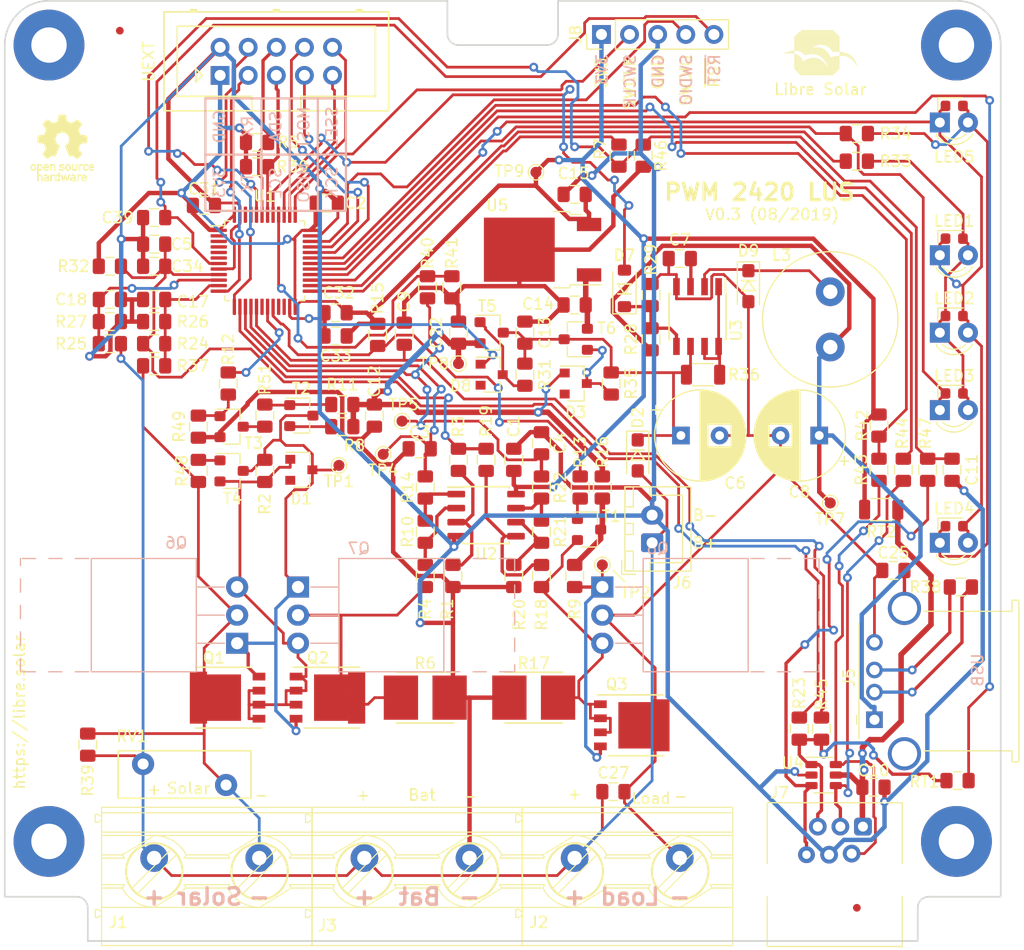
<source format=kicad_pcb>
(kicad_pcb (version 20171130) (host pcbnew "(5.1.12)-1")
  (title_block (title "PWM 2420 LUS") (date 2019-08-26) (rev 0.3) (company "Libre Solar") (comment 1 "Design: Martin Jäger") (comment 2 "Website: http://libre.solar"))
  (layers (0 Top signal) (31 Bottom signal) (34 B.Paste user hide) (35 F.Paste user hide) (36 B.SilkS user hide) (37 F.SilkS user hide) (38 B.Mask user hide) (39 F.Mask user hide) (44 Edge.Cuts user))
  (net 0 "")
  (net 1 GND)
  (net 2 +3V3)
  (net 3 +5V)
  (net 4 /MCU/~RESET)
  (net 5 /MCU/BOOT0)
  (net 6 "Net-(D1-Pad2)")
  (net 7 /MCU/I2C1_SCL)
  (net 8 /MCU/I2C1_SDA)
  (net 9 /MCU/SPI1_MISO)
  (net 10 /MCU/SPI1_MOSI)
  (net 11 /MCU/SPI1_SCK)
  (net 12 /MCU/SSEL)
  (net 13 "Net-(R11-Pad1)")
  (net 14 "Net-(R13-Pad1)")
  (net 15 "Net-(R20-Pad1)")
  (net 16 /MCU/USART1_TX)
  (net 17 /MCU/USART1_RX)
  (net 18 /MCU/SWDIO)
  (net 19 /MCU/SWCLK)
  (net 20 "Net-(C25-Pad1)")
  (net 21 /MCU/USART2_TX)
  (net 22 /MCU/USART2_RX)
  (net 23 "Net-(J5-Pad3)")
  (net 24 "Net-(J5-Pad2)")
  (net 25 DAC)
  (net 26 V_BAT)
  (net 27 V_SOLAR)
  (net 28 I_LOAD)
  (net 29 "Net-(D8-Pad1)")
  (net 30 "Net-(R16-Pad1)")
  (net 31 BAT+)
  (net 32 SOLAR-)
  (net 33 I_SOLAR)
  (net 34 "Net-(R36-Pad1)")
  (net 35 "Net-(D9-Pad1)")
  (net 36 "Net-(C7-Pad1)")
  (net 37 LOAD-)
  (net 38 "Net-(D7-Pad1)")
  (net 39 LOAD_DIS)
  (net 40 USB_PWR_DIS)
  (net 41 PWM)
  (net 42 /MCU/LED_A)
  (net 43 /MCU/LED_B)
  (net 44 /MCU/LED_C)
  (net 45 "/PWM power stage/L_SHUNT+")
  (net 46 "Net-(R8-Pad2)")
  (net 47 "Net-(R12-Pad1)")
  (net 48 "Net-(R10-Pad2)")
  (net 49 "Net-(R10-Pad1)")
  (net 50 "Net-(R1-Pad1)")
  (net 51 "Net-(R18-Pad1)")
  (net 52 "Net-(R21-Pad2)")
  (net 53 "/PWM power stage/S_SHUNT-")
  (net 54 "Net-(LED1-Pad2)")
  (net 55 "Net-(Q3-PadG)")
  (net 56 "Net-(J7-Pad6)")
  (net 57 "Net-(MK1-Pad1)")
  (net 58 T_BAT)
  (net 59 VDDA)
  (net 60 I_LOAD_COMP)
  (net 61 "Net-(U1-Pad2)")
  (net 62 "Net-(U1-Pad3)")
  (net 63 "Net-(U1-Pad4)")
  (net 64 "Net-(U1-Pad5)")
  (net 65 "Net-(U1-Pad6)")
  (net 66 "Net-(U1-Pad18)")
  (net 67 "Net-(U1-Pad21)")
  (net 68 "Net-(U1-Pad22)")
  (net 69 "Net-(U1-Pad45)")
  (net 70 "Net-(U1-Pad46)")
  (net 71 /MCU/BUTTON)
  (net 72 /MCU/TEMP_INT_PD)
  (net 73 /MCU/TEMP_EXT)
  (net 74 "Net-(C10-Pad1)")
  (net 75 "/PWM power stage/GQ12")
  (net 76 "Net-(R48-Pad1)")
  (net 77 "Net-(R51-Pad1)")
  (net 78 +12V)
  (net 79 "Net-(LED4-Pad1)")
  (net 80 /MCU/TX)
  (net 81 /MCU/RX)
  (net 82 "Net-(MK2-Pad1)")
  (net 83 "Net-(MK3-Pad1)")
  (net 84 "Net-(MK4-Pad1)")
  (net 85 "Net-(C14-Pad1)")
  (net 86 "Net-(D3-Pad1)")
  (net 87 "/Power Supply/BAT_INPUT")
  (module LibreSolar:SOT-23 (layer Top) (at 150.1 83.6 180)
    (fp_text reference T6 (at -2.8 1) (layer F.SilkS))
    (fp_text value MMBT3904)
    (pad 1 smd roundrect (at -1.05 -0.95 180) (size 1 0.9) (layers Top F.Paste F.Mask) (roundrect_rratio 0.2) (net 86 "Net-(D3-Pad1)"))
    (pad 2 smd roundrect (at -1.05 0.95 180) (size 1 0.9) (layers Top F.Paste F.Mask) (roundrect_rratio 0.2) (net 85 "Net-(C14-Pad1)"))
    (pad 3 smd roundrect (at 1.05 0 180) (size 1 0.9) (layers Top F.Paste F.Mask) (roundrect_rratio 0.2) (net 87 "/Power Supply/BAT_INPUT"))
  )
  (module LibreSolar:R_0805_2012 (layer Top) (at 153.3 87.6 90)
    (fp_text reference R35 (at 0 1.8 90) (layer F.SilkS))
    (fp_text value 12k)
    (pad 2 smd roundrect (at 1 0 90) (size 1.1 1.4) (layers Top F.Paste F.Mask) (roundrect_rratio 0.2) (net 87 "/Power Supply/BAT_INPUT"))
    (pad 1 smd roundrect (at -1 0 90) (size 1.1 1.4) (layers Top F.Paste F.Mask) (roundrect_rratio 0.2) (net 86 "Net-(D3-Pad1)"))
  )
  (module Diode_SMD:D_SOT-23_ANK (layer Top) (at 150.1 87.6)
    (fp_text reference D3 (at 0 2.6) (layer F.SilkS))
    (fp_text value 12V)
    (pad 1 smd rect (at 1 0) (size 0.9 0.8) (layers Top F.Paste F.Mask) (net 86 "Net-(D3-Pad1)"))
    (pad "" smd rect (at -1 0.95) (size 0.9 0.8) (layers Top F.Paste F.Mask))
    (pad 2 smd rect (at -1 -0.95) (size 0.9 0.8) (layers Top F.Paste F.Mask) (net 78 +12V))
  )
  (module LibreSolar:D_SOD-123 (layer Top) (at 154.5 79 90)
    (fp_text reference D7 (at 3 0 180) (layer F.SilkS))
    (fp_text value 1N4148)
    (pad 1 smd roundrect (at -1.65 0 90) (size 1 1.2) (layers Top F.Paste F.Mask) (roundrect_rratio 0.2) (net 38 "Net-(D7-Pad1)"))
    (pad 2 smd roundrect (at 1.65 0 90) (size 1 1.2) (layers Top F.Paste F.Mask) (roundrect_rratio 0.2) (net 40 USB_PWR_DIS))
  )
  (module LibreSolar:D_SOD-123F (layer Top) (at 165.7 78.8 270)
    (fp_text reference D9 (at -3.2 0) (layer F.SilkS))
    (fp_text value SS14FL)
    (pad 1 smd roundrect (at -1.4 0 270) (size 1.2 1.1) (layers Top F.Paste F.Mask) (roundrect_rratio 0.2) (net 35 "Net-(D9-Pad1)"))
    (pad 2 smd roundrect (at 1.4 0 270) (size 1.2 1.1) (layers Top F.Paste F.Mask) (roundrect_rratio 0.2) (net 37 LOAD-))
  )
  (module LibreSolar:D_SOD-123F (layer Top) (at 155.7 94.1 270)
    (fp_text reference D2 (at -3.4 0 270) (layer F.SilkS))
    (fp_text value SS14FL)
    (pad 1 smd roundrect (at -1.4 0 270) (size 1.2 1.1) (layers Top F.Paste F.Mask) (roundrect_rratio 0.2) (net 87 "/Power Supply/BAT_INPUT"))
    (pad 2 smd roundrect (at 1.4 0 270) (size 1.2 1.1) (layers Top F.Paste F.Mask) (roundrect_rratio 0.2) (net 31 BAT+))
  )
  (module LibreSolar:LED_0603_D3.0mm (layer Top) (at 184.3 62.5)
    (fp_text reference LED5 (at 0 4.6) (layer F.SilkS))
    (fp_text value green)
    (pad 1 smd roundrect (at -0.7875 0) (size 0.875 0.95) (layers Top F.Paste F.Mask) (net 43 /MCU/LED_B))
    (pad 2 smd roundrect (at 0.7875 0) (size 0.875 0.95) (layers Top F.Paste F.Mask) (net 79 "Net-(LED4-Pad1)"))
    (pad 2 thru_hole circle (at 1.24 1.5) (size 1.8 1.8) (drill 0.9) (layers *.Cu *.Mask) (net 79 "Net-(LED4-Pad1)"))
    (pad 1 thru_hole rect (at -1.3 1.5) (size 1.8 1.8) (drill 0.9) (layers *.Cu *.Mask) (net 43 /MCU/LED_B))
  )
  (module LibreSolar:LED_0603_D3.0mm (layer Top) (at 184.3 100.5)
    (fp_text reference LED4 (at 0 -1.6) (layer F.SilkS))
    (fp_text value green)
    (pad 1 smd roundrect (at -0.7875 0) (size 0.875 0.95) (layers Top F.Paste F.Mask) (net 79 "Net-(LED4-Pad1)"))
    (pad 2 smd roundrect (at 0.7875 0) (size 0.875 0.95) (layers Top F.Paste F.Mask) (net 43 /MCU/LED_B))
    (pad 2 thru_hole circle (at 1.24 1.5) (size 1.8 1.8) (drill 0.9) (layers *.Cu *.Mask) (net 43 /MCU/LED_B))
    (pad 1 thru_hole rect (at -1.3 1.5) (size 1.8 1.8) (drill 0.9) (layers *.Cu *.Mask) (net 79 "Net-(LED4-Pad1)"))
  )
  (module LibreSolar:LED_0603_D3.0mm (layer Top) (at 184.3 88.5)
    (fp_text reference LED3 (at 0 -1.6) (layer F.SilkS))
    (fp_text value yellow)
    (pad 1 smd roundrect (at -0.7875 0) (size 0.875 0.95) (layers Top F.Paste F.Mask) (net 44 /MCU/LED_C))
    (pad 2 smd roundrect (at 0.7875 0) (size 0.875 0.95) (layers Top F.Paste F.Mask) (net 54 "Net-(LED1-Pad2)"))
    (pad 2 thru_hole circle (at 1.24 1.5) (size 1.8 1.8) (drill 0.9) (layers *.Cu *.Mask) (net 54 "Net-(LED1-Pad2)"))
    (pad 1 thru_hole rect (at -1.3 1.5) (size 1.8 1.8) (drill 0.9) (layers *.Cu *.Mask) (net 44 /MCU/LED_C))
  )
  (module LibreSolar:LED_0603_D3.0mm (layer Top) (at 184.3 81.5)
    (fp_text reference LED2 (at 0 -1.6) (layer F.SilkS))
    (fp_text value yellow)
    (pad 1 smd roundrect (at -0.7875 0) (size 0.875 0.95) (layers Top F.Paste F.Mask) (net 54 "Net-(LED1-Pad2)"))
    (pad 2 smd roundrect (at 0.7875 0) (size 0.875 0.95) (layers Top F.Paste F.Mask) (net 43 /MCU/LED_B))
    (pad 2 thru_hole circle (at 1.24 1.5) (size 1.8 1.8) (drill 0.9) (layers *.Cu *.Mask) (net 43 /MCU/LED_B))
    (pad 1 thru_hole rect (at -1.3 1.5) (size 1.8 1.8) (drill 0.9) (layers *.Cu *.Mask) (net 54 "Net-(LED1-Pad2)"))
  )
  (module LibreSolar:LED_0603_D3.0mm (layer Top) (at 184.3 74.5)
    (fp_text reference LED1 (at 0 -1.6) (layer F.SilkS))
    (fp_text value yellow)
    (pad 1 smd roundrect (at -0.7875 0) (size 0.875 0.95) (layers Top F.Paste F.Mask) (net 43 /MCU/LED_B))
    (pad 2 smd roundrect (at 0.7875 0) (size 0.875 0.95) (layers Top F.Paste F.Mask) (net 54 "Net-(LED1-Pad2)"))
    (pad 2 thru_hole circle (at 1.24 1.5) (size 1.8 1.8) (drill 0.9) (layers *.Cu *.Mask) (net 54 "Net-(LED1-Pad2)"))
    (pad 1 thru_hole rect (at -1.3 1.5) (size 1.8 1.8) (drill 0.9) (layers *.Cu *.Mask) (net 43 /MCU/LED_B))
  )
  (module LibreSolar:5X6_MOSFET (layer Top) (at 155.05 118.5 270)
    (fp_text reference Q3 (at -3.7 1.25) (layer F.SilkS))
    (fp_text value PSMN7R5-60YLX hide)
    (pad D smd rect (at 1.15 -2) (size 0.6 0.9) (layers Top F.Paste) (net 37 LOAD-))
    (pad D smd rect (at 0 -2) (size 0.6 0.9) (layers Top F.Paste) (net 37 LOAD-))
    (pad D smd rect (at -1.15 -2) (size 0.6 0.9) (layers Top F.Paste) (net 37 LOAD-))
    (pad D smd rect (at -1.15 -0.3) (size 0.6 0.9) (layers Top F.Paste) (net 37 LOAD-))
    (pad D smd rect (at -1.15 0.55) (size 0.6 0.9) (layers Top F.Paste) (net 37 LOAD-))
    (pad D smd rect (at -1.15 -1.15) (size 0.6 0.9) (layers Top F.Paste) (net 37 LOAD-))
    (pad D smd rect (at 1.15 -0.3) (size 0.6 0.9) (layers Top F.Paste) (net 37 LOAD-))
    (pad D smd rect (at 1.15 0.55) (size 0.6 0.9) (layers Top F.Paste) (net 37 LOAD-))
    (pad D smd rect (at 1.15 -1.15) (size 0.6 0.9) (layers Top F.Paste) (net 37 LOAD-))
    (pad D smd rect (at 0 -1.15) (size 0.6 0.9) (layers Top F.Paste) (net 37 LOAD-))
    (pad D smd rect (at 0 0.55) (size 0.6 0.9) (layers Top F.Paste) (net 37 LOAD-))
    (pad D smd rect (at -1.875 -3 270) (size 0.6 0.9) (layers Top F.Paste) (net 37 LOAD-))
    (pad D smd rect (at 1.875 -3 270) (size 0.6 0.9) (layers Top F.Paste) (net 37 LOAD-))
    (pad D smd rect (at -0.6 -3 270) (size 0.6 0.9) (layers Top F.Paste) (net 37 LOAD-))
    (pad S smd rect (at -0.635 2.725 270) (size 0.7 1.15) (layers Top F.Paste F.Mask) (net 45 "/PWM power stage/L_SHUNT+"))
    (pad S smd rect (at -1.905 2.725 270) (size 0.7 1.15) (layers Top F.Paste F.Mask) (net 45 "/PWM power stage/L_SHUNT+"))
    (pad S smd rect (at 0.635 2.725 270) (size 0.7 1.15) (layers Top F.Paste F.Mask) (net 45 "/PWM power stage/L_SHUNT+"))
    (pad D smd rect (at 0 -2.75 270) (size 4.7 1.55) (layers Top F.Mask) (net 37 LOAD-))
    (pad D smd rect (at 0 -0.45 270) (size 4.2 3.1) (layers Top F.Mask) (net 37 LOAD-))
    (pad G smd rect (at 1.905 2.725 270) (size 0.7 1.15) (layers Top F.Paste F.Mask) (net 55 "Net-(Q3-PadG)"))
    (pad D smd rect (at 0.6 -3 270) (size 0.6 0.9) (layers Top F.Paste) (net 37 LOAD-))
    (pad D smd rect (at 0 -0.3) (size 0.6 0.9) (layers Top F.Paste) (net 37 LOAD-))
  )
  (module LibreSolar:5X6_MOSFET (layer Top) (at 127.55 116 270)
    (fp_text reference Q2 (at -3.6 0.75 180) (layer F.SilkS))
    (fp_text value PSMN7R5-60YLX hide)
    (pad D smd rect (at 1.15 -2) (size 0.6 0.9) (layers Top F.Paste) (net 53 "/PWM power stage/S_SHUNT-"))
    (pad D smd rect (at 0 -2) (size 0.6 0.9) (layers Top F.Paste) (net 53 "/PWM power stage/S_SHUNT-"))
    (pad D smd rect (at -1.15 -2) (size 0.6 0.9) (layers Top F.Paste) (net 53 "/PWM power stage/S_SHUNT-"))
    (pad D smd rect (at -1.15 -0.3) (size 0.6 0.9) (layers Top F.Paste) (net 53 "/PWM power stage/S_SHUNT-"))
    (pad D smd rect (at -1.15 0.55) (size 0.6 0.9) (layers Top F.Paste) (net 53 "/PWM power stage/S_SHUNT-"))
    (pad D smd rect (at -1.15 -1.15) (size 0.6 0.9) (layers Top F.Paste) (net 53 "/PWM power stage/S_SHUNT-"))
    (pad D smd rect (at 1.15 -0.3) (size 0.6 0.9) (layers Top F.Paste) (net 53 "/PWM power stage/S_SHUNT-"))
    (pad D smd rect (at 1.15 0.55) (size 0.6 0.9) (layers Top F.Paste) (net 53 "/PWM power stage/S_SHUNT-"))
    (pad D smd rect (at 1.15 -1.15) (size 0.6 0.9) (layers Top F.Paste) (net 53 "/PWM power stage/S_SHUNT-"))
    (pad D smd rect (at 0 -1.15) (size 0.6 0.9) (layers Top F.Paste) (net 53 "/PWM power stage/S_SHUNT-"))
    (pad D smd rect (at 0 0.55) (size 0.6 0.9) (layers Top F.Paste) (net 53 "/PWM power stage/S_SHUNT-"))
    (pad D smd rect (at -1.875 -3 270) (size 0.6 0.9) (layers Top F.Paste) (net 53 "/PWM power stage/S_SHUNT-"))
    (pad D smd rect (at 1.875 -3 270) (size 0.6 0.9) (layers Top F.Paste) (net 53 "/PWM power stage/S_SHUNT-"))
    (pad D smd rect (at -0.6 -3 270) (size 0.6 0.9) (layers Top F.Paste) (net 53 "/PWM power stage/S_SHUNT-"))
    (pad S smd rect (at -0.635 2.725 270) (size 0.7 1.15) (layers Top F.Paste F.Mask) (net 6 "Net-(D1-Pad2)"))
    (pad S smd rect (at -1.905 2.725 270) (size 0.7 1.15) (layers Top F.Paste F.Mask) (net 6 "Net-(D1-Pad2)"))
    (pad S smd rect (at 0.635 2.725 270) (size 0.7 1.15) (layers Top F.Paste F.Mask) (net 6 "Net-(D1-Pad2)"))
    (pad D smd rect (at 0 -2.75 270) (size 4.7 1.55) (layers Top F.Mask) (net 53 "/PWM power stage/S_SHUNT-"))
    (pad D smd rect (at 0 -0.45 270) (size 4.2 3.1) (layers Top F.Mask) (net 53 "/PWM power stage/S_SHUNT-"))
    (pad G smd rect (at 1.905 2.725 270) (size 0.7 1.15) (layers Top F.Paste F.Mask) (net 75 "/PWM power stage/GQ12"))
    (pad D smd rect (at 0.6 -3 270) (size 0.6 0.9) (layers Top F.Paste) (net 53 "/PWM power stage/S_SHUNT-"))
    (pad D smd rect (at 0 -0.3) (size 0.6 0.9) (layers Top F.Paste) (net 53 "/PWM power stage/S_SHUNT-"))
  )
  (module LibreSolar:5X6_MOSFET (layer Top) (at 118.75 116 90)
    (fp_text reference Q1 (at 3.6 -1.35 180) (layer F.SilkS))
    (fp_text value PSMN7R5-60YLX hide)
    (pad D smd rect (at 1.15 -2 180) (size 0.6 0.9) (layers Top F.Paste) (net 32 SOLAR-))
    (pad D smd rect (at 0 -2 180) (size 0.6 0.9) (layers Top F.Paste) (net 32 SOLAR-))
    (pad D smd rect (at -1.15 -2 180) (size 0.6 0.9) (layers Top F.Paste) (net 32 SOLAR-))
    (pad D smd rect (at -1.15 -0.3 180) (size 0.6 0.9) (layers Top F.Paste) (net 32 SOLAR-))
    (pad D smd rect (at -1.15 0.55 180) (size 0.6 0.9) (layers Top F.Paste) (net 32 SOLAR-))
    (pad D smd rect (at -1.15 -1.15 180) (size 0.6 0.9) (layers Top F.Paste) (net 32 SOLAR-))
    (pad D smd rect (at 1.15 -0.3 180) (size 0.6 0.9) (layers Top F.Paste) (net 32 SOLAR-))
    (pad D smd rect (at 1.15 0.55 180) (size 0.6 0.9) (layers Top F.Paste) (net 32 SOLAR-))
    (pad D smd rect (at 1.15 -1.15 180) (size 0.6 0.9) (layers Top F.Paste) (net 32 SOLAR-))
    (pad D smd rect (at 0 -1.15 180) (size 0.6 0.9) (layers Top F.Paste) (net 32 SOLAR-))
    (pad D smd rect (at 0 0.55 180) (size 0.6 0.9) (layers Top F.Paste) (net 32 SOLAR-))
    (pad D smd rect (at -1.875 -3 90) (size 0.6 0.9) (layers Top F.Paste) (net 32 SOLAR-))
    (pad D smd rect (at 1.875 -3 90) (size 0.6 0.9) (layers Top F.Paste) (net 32 SOLAR-))
    (pad D smd rect (at -0.6 -3 90) (size 0.6 0.9) (layers Top F.Paste) (net 32 SOLAR-))
    (pad S smd rect (at -0.635 2.725 90) (size 0.7 1.15) (layers Top F.Paste F.Mask) (net 6 "Net-(D1-Pad2)"))
    (pad S smd rect (at -1.905 2.725 90) (size 0.7 1.15) (layers Top F.Paste F.Mask) (net 6 "Net-(D1-Pad2)"))
    (pad S smd rect (at 0.635 2.725 90) (size 0.7 1.15) (layers Top F.Paste F.Mask) (net 6 "Net-(D1-Pad2)"))
    (pad D smd rect (at 0 -2.75 90) (size 4.7 1.55) (layers Top F.Mask) (net 32 SOLAR-))
    (pad D smd rect (at 0 -0.45 90) (size 4.2 3.1) (layers Top F.Mask) (net 32 SOLAR-))
    (pad G smd rect (at 1.905 2.725 90) (size 0.7 1.15) (layers Top F.Paste F.Mask) (net 75 "/PWM power stage/GQ12"))
    (pad D smd rect (at 0.6 -3 90) (size 0.6 0.9) (layers Top F.Paste) (net 32 SOLAR-))
    (pad D smd rect (at 0 -0.3 180) (size 0.6 0.9) (layers Top F.Paste) (net 32 SOLAR-))
  )
  (module Connector_JST:JST_XH_B02B-XH-A_1x02_P2.50mm_Vertical (layer Top) (at 157 102 90)
    (fp_text reference J6 (at -3.6 2.7 180) (layer F.SilkS))
    (fp_text value PWR_12V)
    (pad 1 thru_hole roundrect (at 0 0 90) (size 1.7 2) (drill 1) (layers *.Cu *.Mask) (roundrect_rratio 0.147059) (net 31 BAT+))
    (pad 2 thru_hole oval (at 2.5 0 90) (size 1.7 2) (drill 1) (layers *.Cu *.Mask) (net 1 GND))
  )
  (module TestPoint:TestPoint_Pad_D1.0mm (layer Top) (at 128.7 95 180)
    (fp_text reference TP1 (at 0 -1.448 180) (layer F.SilkS))
    (fp_text value G_PWM)
    (pad 1 smd circle (at 0 0 180) (size 1 1) (layers Top F.Mask) (net 75 "/PWM power stage/GQ12"))
  )
  (module Diode_SMD:D_SOT-23_ANK (layer Top) (at 125.3 95.4)
    (fp_text reference D1 (at 0 2.6) (layer F.SilkS))
    (fp_text value 12V)
    (pad 1 smd rect (at 1 0) (size 0.9 0.8) (layers Top F.Paste F.Mask) (net 75 "/PWM power stage/GQ12"))
    (pad "" smd rect (at -1 0.95) (size 0.9 0.8) (layers Top F.Paste F.Mask))
    (pad 2 smd rect (at -1 -0.95) (size 0.9 0.8) (layers Top F.Paste F.Mask) (net 6 "Net-(D1-Pad2)"))
  )
  (module Diode_SMD:D_SOT-23_ANK (layer Top) (at 142.5 86.8)
    (fp_text reference D8 (at -2.8 1 180) (layer F.SilkS))
    (fp_text value 12V)
    (pad 2 smd rect (at -1 -0.95) (size 0.9 0.8) (layers Top F.Paste F.Mask) (net 1 GND))
    (pad "" smd rect (at -1 0.95) (size 0.9 0.8) (layers Top F.Paste F.Mask))
    (pad 1 smd rect (at 1 0) (size 0.9 0.8) (layers Top F.Paste F.Mask) (net 29 "Net-(D8-Pad1)"))
  )
  (module LibreSolar:C_0805_2012 (layer Top) (at 150 70.5 180)
    (fp_text reference C15 (at 0.1 1.9 180) (layer F.SilkS))
    (fp_text value 4.7u)
    (pad 1 smd roundrect (at -1 0 180) (size 1.1 1.4) (layers Top F.Paste F.Mask) (roundrect_rratio 0.2) (net 2 +3V3))
    (pad 2 smd roundrect (at 1 0 180) (size 1.1 1.4) (layers Top F.Paste F.Mask) (roundrect_rratio 0.2) (net 1 GND))
  )
  (module LibreSolar:C_0805_2012 (layer Top) (at 150 80.5 180)
    (fp_text reference C14 (at 3.3 0.1 180) (layer F.SilkS))
    (fp_text value 1u)
    (pad 2 smd roundrect (at 1 0 180) (size 1.1 1.4) (layers Top F.Paste F.Mask) (roundrect_rratio 0.2) (net 1 GND))
    (pad 1 smd roundrect (at -1 0 180) (size 1.1 1.4) (layers Top F.Paste F.Mask) (roundrect_rratio 0.2) (net 85 "Net-(C14-Pad1)"))
  )
  (module LibreSolar:C_0805_2012 (layer Top) (at 145.5 83 90)
    (fp_text reference C13 (at 0 1.8 90) (layer F.SilkS))
    (fp_text value 1u)
    (pad 1 smd roundrect (at -1 0 90) (size 1.1 1.4) (layers Top F.Paste F.Mask) (roundrect_rratio 0.2) (net 87 "/Power Supply/BAT_INPUT"))
    (pad 2 smd roundrect (at 1 0 90) (size 1.1 1.4) (layers Top F.Paste F.Mask) (roundrect_rratio 0.2) (net 1 GND))
  )
  (module LibreSolar:R_0805_2012 (layer Top) (at 122 90.5 90)
    (fp_text reference R51 (at 3.3 0 90) (layer F.SilkS))
    (fp_text value 120k)
    (pad 1 smd roundrect (at -1 0 90) (size 1.1 1.4) (layers Top F.Paste F.Mask) (roundrect_rratio 0.2) (net 77 "Net-(R51-Pad1)"))
    (pad 2 smd roundrect (at 1 0 90) (size 1.1 1.4) (layers Top F.Paste F.Mask) (roundrect_rratio 0.2) (net 13 "Net-(R11-Pad1)"))
  )
  (module Package_TO_SOT_SMD:TO-252-2 (layer Top) (at 147.1 75.5 180)
    (fp_text reference U5 (at 4.1 4 180) (layer F.SilkS))
    (fp_text value LP2950-3.3_TO252)
    (pad 1 smd rect (at -4.2 -2.28 180) (size 2.2 1.2) (layers Top F.Paste F.Mask) (net 85 "Net-(C14-Pad1)"))
    (pad 3 smd rect (at -4.2 2.28 180) (size 2.2 1.2) (layers Top F.Paste F.Mask) (net 2 +3V3))
    (pad 2 smd rect (at 2.1 0 180) (size 6.4 5.8) (layers Top F.Mask) (net 1 GND))
  )
  (module TestPoint:TestPoint_Pad_D1.0mm (layer Top) (at 152.5 104)
    (fp_text reference TP2 (at 3 2.5) (layer F.SilkS))
    (fp_text value G_LOAD)
    (pad 1 smd circle (at 0 0) (size 1 1) (layers Top F.Mask) (net 55 "Net-(Q3-PadG)"))
  )
  (module LibreSolar:C_0805_2012 (layer Top) (at 131.9 90.5 270)
    (fp_text reference C12 (at -3.1 0 270) (layer F.SilkS))
    (fp_text value 100n)
    (pad 1 smd roundrect (at -1 0 270) (size 1.1 1.4) (layers Top F.Paste F.Mask) (roundrect_rratio 0.2) (net 78 +12V))
    (pad 2 smd roundrect (at 1 0 270) (size 1.1 1.4) (layers Top F.Paste F.Mask) (roundrect_rratio 0.2) (net 1 GND))
  )
  (module LibreSolar:USB_A_Wuerth_61400416021_Horizontal (layer Top) (at 177.09 118 90)
    (fp_text reference J5 (at 3.8 -2.29 270) (layer F.SilkS))
    (fp_text value USB_A)
    (pad 4 thru_hole circle (at 7 0 90) (size 1.5 1.5) (drill 0.92) (layers *.Cu *.Mask) (net 37 LOAD-))
    (pad 3 thru_hole circle (at 4.5 0 90) (size 1.5 1.5) (drill 0.92) (layers *.Cu *.Mask) (net 23 "Net-(J5-Pad3)"))
    (pad 2 thru_hole circle (at 2.5 0 90) (size 1.5 1.5) (drill 0.92) (layers *.Cu *.Mask) (net 24 "Net-(J5-Pad2)"))
    (pad 5 thru_hole circle (at 10.07 2.71 90) (size 3 3) (drill 2.3) (layers *.Cu *.Mask) (net 20 "Net-(C25-Pad1)"))
    (pad ~ thru_hole circle (at -3.07 2.71 90) (size 3 3) (drill 2.3) (layers *.Cu *.Mask))
    (pad 1 thru_hole rect (at 0 0 90) (size 1.5 1.5) (drill 0.92) (layers *.Cu *.Mask) (net 3 +5V))
  )
  (module LibreSolar:R_0805_2012 (layer Top) (at 116 91.5 270)
    (fp_text reference R49 (at 0 1.75 270) (layer F.SilkS))
    (fp_text value 120k)
    (pad 1 smd roundrect (at -1 0 270) (size 1.1 1.4) (layers Top F.Paste F.Mask) (roundrect_rratio 0.2) (net 47 "Net-(R12-Pad1)"))
    (pad 2 smd roundrect (at 1 0 270) (size 1.1 1.4) (layers Top F.Paste F.Mask) (roundrect_rratio 0.2) (net 1 GND))
  )
  (module LibreSolar:R_0805_2012 (layer Top) (at 116 95.5 270)
    (fp_text reference R48 (at 0 1.5 270) (layer F.SilkS))
    (fp_text value 120k)
    (pad 1 smd roundrect (at -1 0 270) (size 1.1 1.4) (layers Top F.Paste F.Mask) (roundrect_rratio 0.2) (net 76 "Net-(R48-Pad1)"))
    (pad 2 smd roundrect (at 1 0 270) (size 1.1 1.4) (layers Top F.Paste F.Mask) (roundrect_rratio 0.2) (net 32 SOLAR-))
  )
  (module LibreSolar:SOT-23 (layer Top) (at 142.5 83)
    (fp_text reference T5 (at -0.4 -2.4 -180) (layer F.SilkS))
    (fp_text value MMBT3904)
    (pad 1 smd roundrect (at -1.05 -0.95) (size 1 0.9) (layers Top F.Paste F.Mask) (roundrect_rratio 0.2) (net 29 "Net-(D8-Pad1)"))
    (pad 2 smd roundrect (at -1.05 0.95) (size 1 0.9) (layers Top F.Paste F.Mask) (roundrect_rratio 0.2) (net 78 +12V))
    (pad 3 smd roundrect (at 1.05 0) (size 1 0.9) (layers Top F.Paste F.Mask) (roundrect_rratio 0.2) (net 87 "/Power Supply/BAT_INPUT"))
  )
  (module LibreSolar:SOT-23 (layer Top) (at 119 95.5)
    (fp_text reference T4 (at 0.1 2.5 180) (layer F.SilkS))
    (fp_text value MMBT3904)
    (pad 3 smd roundrect (at 1.05 0) (size 1 0.9) (layers Top F.Paste F.Mask) (roundrect_rratio 0.2) (net 75 "/PWM power stage/GQ12"))
    (pad 2 smd roundrect (at -1.05 0.95) (size 1 0.9) (layers Top F.Paste F.Mask) (roundrect_rratio 0.2) (net 6 "Net-(D1-Pad2)"))
    (pad 1 smd roundrect (at -1.05 -0.95) (size 1 0.9) (layers Top F.Paste F.Mask) (roundrect_rratio 0.2) (net 76 "Net-(R48-Pad1)"))
  )
  (module LibreSolar:C_0805_2012 (layer Top) (at 184.1 95.4 270)
    (fp_text reference C11 (at 0 -1.8 270) (layer F.SilkS))
    (fp_text value 100n)
    (pad 1 smd roundrect (at -1 0 270) (size 1.1 1.4) (layers Top F.Paste F.Mask) (roundrect_rratio 0.2) (net 5 /MCU/BOOT0))
    (pad 2 smd roundrect (at 1 0 270) (size 1.1 1.4) (layers Top F.Paste F.Mask) (roundrect_rratio 0.2) (net 1 GND))
  )
  (module LibreSolar:R_0805_2012 (layer Top) (at 181.9 95.4 90)
    (fp_text reference R47 (at 3.3 -0.2 90) (layer F.SilkS))
    (fp_text value 2.2k)
    (pad 2 smd roundrect (at 1 0 90) (size 1.1 1.4) (layers Top F.Paste F.Mask) (roundrect_rratio 0.2) (net 5 /MCU/BOOT0))
    (pad 1 smd roundrect (at -1 0 90) (size 1.1 1.4) (layers Top F.Paste F.Mask) (roundrect_rratio 0.2) (net 56 "Net-(J7-Pad6)"))
  )
  (module LibreSolar:R_0805_2012 (layer Top) (at 156.2 67 270)
    (fp_text reference R46 (at 0 -1.6 90) (layer F.SilkS))
    (fp_text value 120k)
    (pad 1 smd roundrect (at -1 0 270) (size 1.1 1.4) (layers Top F.Paste F.Mask) (roundrect_rratio 0.2) (net 5 /MCU/BOOT0))
    (pad 2 smd roundrect (at 1 0 270) (size 1.1 1.4) (layers Top F.Paste F.Mask) (roundrect_rratio 0.2) (net 1 GND))
  )
  (module LibreSolar:R_0805_2012 (layer Top) (at 177.5 91.4 270)
    (fp_text reference R42 (at 0 1.5 270) (layer F.SilkS))
    (fp_text value 120k)
    (pad 2 smd roundrect (at 1 0 270) (size 1.1 1.4) (layers Top F.Paste F.Mask) (roundrect_rratio 0.2) (net 17 /MCU/USART1_RX))
    (pad 1 smd roundrect (at -1 0 270) (size 1.1 1.4) (layers Top F.Paste F.Mask) (roundrect_rratio 0.2) (net 2 +3V3))
  )
  (module LibreSolar:R_0805_2012 (layer Top) (at 177.5 95.4 90)
    (fp_text reference R43 (at 0 -1.6 90) (layer F.SilkS))
    (fp_text value 470)
    (pad 1 smd roundrect (at -1 0 90) (size 1.1 1.4) (layers Top F.Paste F.Mask) (roundrect_rratio 0.2) (net 81 /MCU/RX))
    (pad 2 smd roundrect (at 1 0 90) (size 1.1 1.4) (layers Top F.Paste F.Mask) (roundrect_rratio 0.2) (net 17 /MCU/USART1_RX))
  )
  (module LibreSolar:R_0805_2012 (layer Top) (at 179.7 95.4 90)
    (fp_text reference R44 (at 3.3 -0.1 90) (layer F.SilkS))
    (fp_text value 470)
    (pad 2 smd roundrect (at 1 0 90) (size 1.1 1.4) (layers Top F.Paste F.Mask) (roundrect_rratio 0.2) (net 16 /MCU/USART1_TX))
    (pad 1 smd roundrect (at -1 0 90) (size 1.1 1.4) (layers Top F.Paste F.Mask) (roundrect_rratio 0.2) (net 80 /MCU/TX))
  )
  (module LibreSolar:R_0805_2012 (layer Top) (at 172.3 118.8 90)
    (fp_text reference R45 (at 3.1 0 90) (layer F.SilkS))
    (fp_text value 2.2k)
    (pad 1 smd roundrect (at -1 0 90) (size 1.1 1.4) (layers Top F.Paste F.Mask) (roundrect_rratio 0.2) (net 73 /MCU/TEMP_EXT))
    (pad 2 smd roundrect (at 1 0 90) (size 1.1 1.4) (layers Top F.Paste F.Mask) (roundrect_rratio 0.2) (net 58 T_BAT))
  )
  (module LibreSolar:R_1206_3216 (layer Top) (at 177.7 99 180)
    (fp_text reference RT2 (at 0 -2 180) (layer F.SilkS))
    (fp_text value 200mA)
    (pad 1 smd roundrect (at -1.5 0 180) (size 1 1.8) (layers Top F.Paste F.Mask) (roundrect_rratio 0.2) (net 74 "Net-(C10-Pad1)"))
    (pad 2 smd roundrect (at 1.5 0 180) (size 1 1.8) (layers Top F.Paste F.Mask) (roundrect_rratio 0.2) (net 2 +3V3))
  )
  (module LibreSolar:SOT-23-6 (layer Top) (at 172.5 123)
    (fp_text reference U4 (at -2.8 -1.1) (layer F.SilkS))
    (fp_text value D1213A-04SO)
    (pad 1 smd roundrect (at -1.1 -0.95) (size 1.1 0.65) (layers Top F.Paste F.Mask) (roundrect_rratio 0.2) (net 73 /MCU/TEMP_EXT))
    (pad 2 smd roundrect (at -1.1 0) (size 1.1 0.65) (layers Top F.Paste F.Mask) (roundrect_rratio 0.2) (net 1 GND))
    (pad 3 smd roundrect (at -1.1 0.95) (size 1.1 0.65) (layers Top F.Paste F.Mask) (roundrect_rratio 0.2) (net 56 "Net-(J7-Pad6)"))
    (pad 4 smd roundrect (at 1.1 0.95) (size 1.1 0.65) (layers Top F.Paste F.Mask) (roundrect_rratio 0.2) (net 80 /MCU/TX))
    (pad 6 smd roundrect (at 1.1 -0.95) (size 1.1 0.65) (layers Top F.Paste F.Mask) (roundrect_rratio 0.2) (net 81 /MCU/RX))
    (pad 5 smd roundrect (at 1.1 0) (size 1.1 0.65) (layers Top F.Paste F.Mask) (roundrect_rratio 0.2) (net 74 "Net-(C10-Pad1)"))
  )
  (module LibreSolar:C_0805_2012 (layer Top) (at 127.6 71.3)
    (fp_text reference C2 (at 2.6 0) (layer F.SilkS))
    (fp_text value 100n)
    (pad 2 smd roundrect (at 1 0) (size 1.1 1.4) (layers Top F.Paste F.Mask) (roundrect_rratio 0.2) (net 1 GND))
    (pad 1 smd roundrect (at -1 0) (size 1.1 1.4) (layers Top F.Paste F.Mask) (roundrect_rratio 0.2) (net 2 +3V3))
  )
  (module LibreSolar:C_0805_2012 (layer Top) (at 177 124.1)
    (fp_text reference C10 (at 0 -1.5) (layer F.SilkS))
    (fp_text value 100n)
    (pad 1 smd roundrect (at -1 0) (size 1.1 1.4) (layers Top F.Paste F.Mask) (roundrect_rratio 0.2) (net 74 "Net-(C10-Pad1)"))
    (pad 2 smd roundrect (at 1 0) (size 1.1 1.4) (layers Top F.Paste F.Mask) (roundrect_rratio 0.2) (net 1 GND))
  )
  (module LibreSolar:SOIC-8_3.9x4.9mm_Pitch1.27mm (layer Top) (at 142 99.5)
    (fp_text reference U2 (at 0 3.5) (layer F.SilkS))
    (fp_text value TLV9002)
    (pad 1 smd roundrect (at -2.7 -1.905) (size 1.6 0.6) (layers Top F.Paste F.Mask) (roundrect_rratio 0.2) (net 48 "Net-(R10-Pad2)"))
    (pad 2 smd roundrect (at -2.7 -0.635) (size 1.6 0.6) (layers Top F.Paste F.Mask) (roundrect_rratio 0.2) (net 49 "Net-(R10-Pad1)"))
    (pad 3 smd roundrect (at -2.7 0.635) (size 1.6 0.6) (layers Top F.Paste F.Mask) (roundrect_rratio 0.2) (net 50 "Net-(R1-Pad1)"))
    (pad 4 smd roundrect (at -2.7 1.905) (size 1.6 0.6) (layers Top F.Paste F.Mask) (roundrect_rratio 0.2) (net 1 GND))
    (pad 5 smd roundrect (at 2.7 1.905) (size 1.6 0.6) (layers Top F.Paste F.Mask) (roundrect_rratio 0.2) (net 51 "Net-(R18-Pad1)"))
    (pad 6 smd roundrect (at 2.7 0.635) (size 1.6 0.6) (layers Top F.Paste F.Mask) (roundrect_rratio 0.2) (net 15 "Net-(R20-Pad1)"))
    (pad 7 smd roundrect (at 2.7 -0.635) (size 1.6 0.6) (layers Top F.Paste F.Mask) (roundrect_rratio 0.2) (net 52 "Net-(R21-Pad2)"))
    (pad 8 smd roundrect (at 2.7 -1.905) (size 1.6 0.6) (layers Top F.Paste F.Mask) (roundrect_rratio 0.2) (net 2 +3V3))
  )
  (module Package_QFP:LQFP-48_7x7mm_P0.5mm (layer Top) (at 122 76.5)
    (fp_text reference U1 (at 0 -5.85) (layer F.SilkS))
    (fp_text value STM32L072CZTx)
    (pad 1 smd roundrect (at -4.1625 -2.75) (size 1.475 0.3) (layers Top F.Paste F.Mask) (net 2 +3V3))
    (pad 2 smd roundrect (at -4.1625 -2.25) (size 1.475 0.3) (layers Top F.Paste F.Mask) (net 61 "Net-(U1-Pad2)"))
    (pad 3 smd roundrect (at -4.1625 -1.75) (size 1.475 0.3) (layers Top F.Paste F.Mask) (net 62 "Net-(U1-Pad3)"))
    (pad 4 smd roundrect (at -4.1625 -1.25) (size 1.475 0.3) (layers Top F.Paste F.Mask) (net 63 "Net-(U1-Pad4)"))
    (pad 5 smd roundrect (at -4.1625 -0.75) (size 1.475 0.3) (layers Top F.Paste F.Mask) (net 64 "Net-(U1-Pad5)"))
    (pad 6 smd roundrect (at -4.1625 -0.25) (size 1.475 0.3) (layers Top F.Paste F.Mask) (net 65 "Net-(U1-Pad6)"))
    (pad 7 smd roundrect (at -4.1625 0.25) (size 1.475 0.3) (layers Top F.Paste F.Mask) (net 4 /MCU/~RESET))
    (pad 8 smd roundrect (at -4.1625 0.75) (size 1.475 0.3) (layers Top F.Paste F.Mask) (net 1 GND))
    (pad 9 smd roundrect (at -4.1625 1.25) (size 1.475 0.3) (layers Top F.Paste F.Mask) (net 59 VDDA))
    (pad 10 smd roundrect (at -4.1625 1.75) (size 1.475 0.3) (layers Top F.Paste F.Mask) (net 26 V_BAT))
    (pad 11 smd roundrect (at -4.1625 2.25) (size 1.475 0.3) (layers Top F.Paste F.Mask) (net 27 V_SOLAR))
    (pad 12 smd roundrect (at -4.1625 2.75) (size 1.475 0.3) (layers Top F.Paste F.Mask) (net 21 /MCU/USART2_TX))
    (pad 13 smd roundrect (at -2.75 4.1625) (size 0.3 1.475) (layers Top F.Paste F.Mask) (net 22 /MCU/USART2_RX))
    (pad 14 smd roundrect (at -2.25 4.1625) (size 0.3 1.475) (layers Top F.Paste F.Mask) (net 25 DAC))
    (pad 15 smd roundrect (at -1.75 4.1625) (size 0.3 1.475) (layers Top F.Paste F.Mask) (net 28 I_LOAD))
    (pad 16 smd roundrect (at -1.25 4.1625) (size 0.3 1.475) (layers Top F.Paste F.Mask) (net 33 I_SOLAR))
    (pad 17 smd roundrect (at -0.75 4.1625) (size 0.3 1.475) (layers Top F.Paste F.Mask) (net 58 T_BAT))
    (pad 18 smd roundrect (at -0.25 4.1625) (size 0.3 1.475) (layers Top F.Paste F.Mask) (net 66 "Net-(U1-Pad18)"))
    (pad 19 smd roundrect (at 0.25 4.1625) (size 0.3 1.475) (layers Top F.Paste F.Mask) (net 41 PWM))
    (pad 20 smd roundrect (at 0.75 4.1625) (size 0.3 1.475) (layers Top F.Paste F.Mask) (net 39 LOAD_DIS))
    (pad 21 smd roundrect (at 1.25 4.1625) (size 0.3 1.475) (layers Top F.Paste F.Mask) (net 67 "Net-(U1-Pad21)"))
    (pad 22 smd roundrect (at 1.75 4.1625) (size 0.3 1.475) (layers Top F.Paste F.Mask) (net 68 "Net-(U1-Pad22)"))
    (pad 23 smd roundrect (at 2.25 4.1625) (size 0.3 1.475) (layers Top F.Paste F.Mask) (net 1 GND))
    (pad 24 smd roundrect (at 2.75 4.1625) (size 0.3 1.475) (layers Top F.Paste F.Mask) (net 2 +3V3))
    (pad 25 smd roundrect (at 4.1625 2.75) (size 1.475 0.3) (layers Top F.Paste F.Mask) (net 71 /MCU/BUTTON))
    (pad 26 smd roundrect (at 4.1625 2.25) (size 1.475 0.3) (layers Top F.Paste F.Mask) (net 42 /MCU/LED_A))
    (pad 27 smd roundrect (at 4.1625 1.75) (size 1.475 0.3) (layers Top F.Paste F.Mask) (net 43 /MCU/LED_B))
    (pad 28 smd roundrect (at 4.1625 1.25) (size 1.475 0.3) (layers Top F.Paste F.Mask) (net 44 /MCU/LED_C))
    (pad 29 smd roundrect (at 4.1625 0.75) (size 1.475 0.3) (layers Top F.Paste F.Mask) (net 72 /MCU/TEMP_INT_PD))
    (pad 30 smd roundrect (at 4.1625 0.25) (size 1.475 0.3) (layers Top F.Paste F.Mask) (net 16 /MCU/USART1_TX))
    (pad 31 smd roundrect (at 4.1625 -0.25) (size 1.475 0.3) (layers Top F.Paste F.Mask) (net 17 /MCU/USART1_RX))
    (pad 32 smd roundrect (at 4.1625 -0.75) (size 1.475 0.3) (layers Top F.Paste F.Mask) (net 9 /MCU/SPI1_MISO))
    (pad 33 smd roundrect (at 4.1625 -1.25) (size 1.475 0.3) (layers Top F.Paste F.Mask) (net 10 /MCU/SPI1_MOSI))
    (pad 34 smd roundrect (at 4.1625 -1.75) (size 1.475 0.3) (layers Top F.Paste F.Mask) (net 18 /MCU/SWDIO))
    (pad 35 smd roundrect (at 4.1625 -2.25) (size 1.475 0.3) (layers Top F.Paste F.Mask) (net 1 GND))
    (pad 36 smd roundrect (at 4.1625 -2.75) (size 1.475 0.3) (layers Top F.Paste F.Mask) (net 2 +3V3))
    (pad 37 smd roundrect (at 2.75 -4.1625) (size 0.3 1.475) (layers Top F.Paste F.Mask) (net 19 /MCU/SWCLK))
    (pad 38 smd roundrect (at 2.25 -4.1625) (size 0.3 1.475) (layers Top F.Paste F.Mask) (net 12 /MCU/SSEL))
    (pad 39 smd roundrect (at 1.75 -4.1625) (size 0.3 1.475) (layers Top F.Paste F.Mask) (net 11 /MCU/SPI1_SCK))
    (pad 40 smd roundrect (at 1.25 -4.1625) (size 0.3 1.475) (layers Top F.Paste F.Mask) (net 60 I_LOAD_COMP))
    (pad 41 smd roundrect (at 0.75 -4.1625) (size 0.3 1.475) (layers Top F.Paste F.Mask) (net 40 USB_PWR_DIS))
    (pad 42 smd roundrect (at 0.25 -4.1625) (size 0.3 1.475) (layers Top F.Paste F.Mask) (net 7 /MCU/I2C1_SCL))
    (pad 43 smd roundrect (at -0.25 -4.1625) (size 0.3 1.475) (layers Top F.Paste F.Mask) (net 8 /MCU/I2C1_SDA))
    (pad 44 smd roundrect (at -0.75 -4.1625) (size 0.3 1.475) (layers Top F.Paste F.Mask) (net 5 /MCU/BOOT0))
    (pad 45 smd roundrect (at -1.25 -4.1625) (size 0.3 1.475) (layers Top F.Paste F.Mask) (net 69 "Net-(U1-Pad45)"))
    (pad 46 smd roundrect (at -1.75 -4.1625) (size 0.3 1.475) (layers Top F.Paste F.Mask) (net 70 "Net-(U1-Pad46)"))
    (pad 47 smd roundrect (at -2.25 -4.1625) (size 0.3 1.475) (layers Top F.Paste F.Mask) (net 1 GND))
    (pad 48 smd roundrect (at -2.75 -4.1625) (size 0.3 1.475) (layers Top F.Paste F.Mask) (net 2 +3V3))
  )
  (module LibreSolar:R_0805_2012 (layer Top) (at 136.7 78.9 270)
    (fp_text reference R40 (at -3.1 0 270) (layer F.SilkS))
    (fp_text value 12k)
    (pad 2 smd roundrect (at 1 0 270) (size 1.1 1.4) (layers Top F.Paste F.Mask) (roundrect_rratio 0.2) (net 28 I_LOAD))
    (pad 1 smd roundrect (at -1 0 270) (size 1.1 1.4) (layers Top F.Paste F.Mask) (roundrect_rratio 0.2) (net 60 I_LOAD_COMP))
  )
  (module LibreSolar:R_0805_2012 (layer Top) (at 138.9 78.9 90)
    (fp_text reference R41 (at 3.1 0 90) (layer F.SilkS))
    (fp_text value 8.2k)
    (pad 1 smd roundrect (at -1 0 90) (size 1.1 1.4) (layers Top F.Paste F.Mask) (roundrect_rratio 0.2) (net 1 GND))
    (pad 2 smd roundrect (at 1 0 90) (size 1.1 1.4) (layers Top F.Paste F.Mask) (roundrect_rratio 0.2) (net 60 I_LOAD_COMP))
  )
  (module LibreSolar:R_0805_2012 (layer Top) (at 106 120.25 90)
    (fp_text reference R39 (at -3.25 0 90) (layer F.SilkS))
    (fp_text value 12k)
    (pad 1 smd roundrect (at -1 0 90) (size 1.1 1.4) (layers Top F.Paste F.Mask) (roundrect_rratio 0.2) (net 31 BAT+))
    (pad 2 smd roundrect (at 1 0 90) (size 1.1 1.4) (layers Top F.Paste F.Mask) (roundrect_rratio 0.2) (net 32 SOLAR-))
  )
  (module LibreSolar:C_0805_2012 (layer Top) (at 134.6 83.1 90)
    (fp_text reference C9 (at 2.9 0 90) (layer F.SilkS))
    (fp_text value 10n)
    (pad 1 smd roundrect (at -1 0 90) (size 1.1 1.4) (layers Top F.Paste F.Mask) (roundrect_rratio 0.2) (net 58 T_BAT))
    (pad 2 smd roundrect (at 1 0 90) (size 1.1 1.4) (layers Top F.Paste F.Mask) (roundrect_rratio 0.2) (net 1 GND))
  )
  (module LibreSolar:R_0805_2012 (layer Top) (at 184.9 106)
    (fp_text reference R38 (at -3.2 0) (layer F.SilkS))
    (fp_text value 0R)
    (pad 1 smd roundrect (at -1 0) (size 1.1 1.4) (layers Top F.Paste F.Mask) (roundrect_rratio 0.2) (net 23 "Net-(J5-Pad3)"))
    (pad 2 smd roundrect (at 1 0) (size 1.1 1.4) (layers Top F.Paste F.Mask) (roundrect_rratio 0.2) (net 24 "Net-(J5-Pad2)"))
  )
  (module LibreSolar:R_0805_2012 (layer Top) (at 112 86)
    (fp_text reference R37 (at 3.5 0) (layer F.SilkS))
    (fp_text value 120k)
    (pad 1 smd roundrect (at -1 0) (size 1.1 1.4) (layers Top F.Paste F.Mask) (roundrect_rratio 0.2) (net 32 SOLAR-))
    (pad 2 smd roundrect (at 1 0) (size 1.1 1.4) (layers Top F.Paste F.Mask) (roundrect_rratio 0.2) (net 27 V_SOLAR))
  )
  (module MountingHole:MountingHole_3.2mm_M3_Pad (layer Top) (at 102.5 129)
    (fp_text reference MK1 hide)
    (fp_text value Mounting_Hole)
    (pad 1 thru_hole circle (at 0 0) (size 6.4 6.4) (drill 3.2) (layers *.Cu *.Mask) (net 57 "Net-(MK1-Pad1)"))
  )
  (module LibreSolar:C_0805_2012 (layer Top) (at 178.8 104.5 180)
    (fp_text reference C25 (at 0 1.6 180) (layer F.SilkS))
    (fp_text value 100n)
    (pad 2 smd roundrect (at 1 0 180) (size 1.1 1.4) (layers Top F.Paste F.Mask) (roundrect_rratio 0.2) (net 37 LOAD-))
    (pad 1 smd roundrect (at -1 0 180) (size 1.1 1.4) (layers Top F.Paste F.Mask) (roundrect_rratio 0.2) (net 20 "Net-(C25-Pad1)"))
  )
  (module LibreSolar:C_0805_2012 (layer Top) (at 112 80 180)
    (fp_text reference C17 (at -3.5 -0.2 180) (layer F.SilkS))
    (fp_text value 10n)
    (pad 1 smd roundrect (at -1 0 180) (size 1.1 1.4) (layers Top F.Paste F.Mask) (roundrect_rratio 0.2) (net 27 V_SOLAR))
    (pad 2 smd roundrect (at 1 0 180) (size 1.1 1.4) (layers Top F.Paste F.Mask) (roundrect_rratio 0.2) (net 1 GND))
  )
  (module LibreSolar:C_0805_2012 (layer Top) (at 139.5 83 90)
    (fp_text reference C22 (at 0 -2 90) (layer F.SilkS))
    (fp_text value 4.7u)
    (pad 1 smd roundrect (at -1 0 90) (size 1.1 1.4) (layers Top F.Paste F.Mask) (roundrect_rratio 0.2) (net 78 +12V))
    (pad 2 smd roundrect (at 1 0 90) (size 1.1 1.4) (layers Top F.Paste F.Mask) (roundrect_rratio 0.2) (net 1 GND))
  )
  (module LibreSolar:C_0805_2012 (layer Top) (at 159.5 76.3 180)
    (fp_text reference C7 (at 0 1.7 180) (layer F.SilkS))
    (fp_text value 330p)
    (pad 2 smd roundrect (at 1 0 180) (size 1.1 1.4) (layers Top F.Paste F.Mask) (roundrect_rratio 0.2) (net 37 LOAD-))
    (pad 1 smd roundrect (at -1 0 180) (size 1.1 1.4) (layers Top F.Paste F.Mask) (roundrect_rratio 0.2) (net 36 "Net-(C7-Pad1)"))
  )
  (module LibreSolar:C_0805_2012 (layer Top) (at 112 75 180)
    (fp_text reference C5 (at -2.5 0 180) (layer F.SilkS))
    (fp_text value 4.7u)
    (pad 1 smd roundrect (at -1 0 180) (size 1.1 1.4) (layers Top F.Paste F.Mask) (roundrect_rratio 0.2) (net 59 VDDA))
    (pad 2 smd roundrect (at 1 0 180) (size 1.1 1.4) (layers Top F.Paste F.Mask) (roundrect_rratio 0.2) (net 1 GND))
  )
  (module LibreSolar:C_0805_2012 (layer Top) (at 147 93 90)
    (fp_text reference C4 (at 0 1.7 90) (layer F.SilkS))
    (fp_text value 10n)
    (pad 2 smd roundrect (at 1 0 90) (size 1.1 1.4) (layers Top F.Paste F.Mask) (roundrect_rratio 0.2) (net 1 GND))
    (pad 1 smd roundrect (at -1 0 90) (size 1.1 1.4) (layers Top F.Paste F.Mask) (roundrect_rratio 0.2) (net 28 I_LOAD))
  )
  (module LibreSolar:C_0805_2012 (layer Top) (at 136 93.5 180)
    (fp_text reference C3 (at 0 1.5 180) (layer F.SilkS))
    (fp_text value 10n)
    (pad 1 smd roundrect (at -1 0 180) (size 1.1 1.4) (layers Top F.Paste F.Mask) (roundrect_rratio 0.2) (net 33 I_SOLAR))
    (pad 2 smd roundrect (at 1 0 180) (size 1.1 1.4) (layers Top F.Paste F.Mask) (roundrect_rratio 0.2) (net 1 GND))
  )
  (module LibreSolar:C_0805_2012 (layer Top) (at 112 72.6 180)
    (fp_text reference C39 (at 3.3 0 180) (layer F.SilkS))
    (fp_text value 100n)
    (pad 2 smd roundrect (at 1 0 180) (size 1.1 1.4) (layers Top F.Paste F.Mask) (roundrect_rratio 0.2) (net 1 GND))
    (pad 1 smd roundrect (at -1 0 180) (size 1.1 1.4) (layers Top F.Paste F.Mask) (roundrect_rratio 0.2) (net 4 /MCU/~RESET))
  )
  (module LibreSolar:C_0805_2012 (layer Top) (at 112 77 180)
    (fp_text reference C34 (at -3 0 180) (layer F.SilkS))
    (fp_text value 10n)
    (pad 2 smd roundrect (at 1 0 180) (size 1.1 1.4) (layers Top F.Paste F.Mask) (roundrect_rratio 0.2) (net 1 GND))
    (pad 1 smd roundrect (at -1 0 180) (size 1.1 1.4) (layers Top F.Paste F.Mask) (roundrect_rratio 0.2) (net 59 VDDA))
  )
  (module LibreSolar:C_0805_2012 (layer Top) (at 128.4 83.3 180)
    (fp_text reference C33 (at 0 -1.8 180) (layer F.SilkS))
    (fp_text value 4.7u)
    (pad 1 smd roundrect (at -1 0 180) (size 1.1 1.4) (layers Top F.Paste F.Mask) (roundrect_rratio 0.2) (net 2 +3V3))
    (pad 2 smd roundrect (at 1 0 180) (size 1.1 1.4) (layers Top F.Paste F.Mask) (roundrect_rratio 0.2) (net 1 GND))
  )
  (module LibreSolar:C_0805_2012 (layer Top) (at 144.5 94.5 90)
    (fp_text reference C1 (at 3 0 90) (layer F.SilkS))
    (fp_text value 100n)
    (pad 2 smd roundrect (at 1 0 90) (size 1.1 1.4) (layers Top F.Paste F.Mask) (roundrect_rratio 0.2) (net 1 GND))
    (pad 1 smd roundrect (at -1 0 90) (size 1.1 1.4) (layers Top F.Paste F.Mask) (roundrect_rratio 0.2) (net 2 +3V3))
  )
  (module LibreSolar:C_0805_2012 (layer Top) (at 128.4 81.2 180)
    (fp_text reference C32 (at -0.3 1.8 180) (layer F.SilkS))
    (fp_text value 100n)
    (pad 1 smd roundrect (at -1 0 180) (size 1.1 1.4) (layers Top F.Paste F.Mask) (roundrect_rratio 0.2) (net 2 +3V3))
    (pad 2 smd roundrect (at 1 0 180) (size 1.1 1.4) (layers Top F.Paste F.Mask) (roundrect_rratio 0.2) (net 1 GND))
  )
  (module LibreSolar:C_0805_2012 (layer Top) (at 116.5 71.5)
    (fp_text reference C31 (at 0 -1.5) (layer F.SilkS))
    (fp_text value 100n)
    (pad 2 smd roundrect (at 1 0) (size 1.1 1.4) (layers Top F.Paste F.Mask) (roundrect_rratio 0.2) (net 1 GND))
    (pad 1 smd roundrect (at -1 0) (size 1.1 1.4) (layers Top F.Paste F.Mask) (roundrect_rratio 0.2) (net 2 +3V3))
  )
  (module LibreSolar:C_0805_2012 (layer Top) (at 153.5 124.5)
    (fp_text reference C27 (at 0 -1.7) (layer F.SilkS))
    (fp_text value 10n)
    (pad 1 smd roundrect (at -1 0) (size 1.1 1.4) (layers Top F.Paste F.Mask) (roundrect_rratio 0.2) (net 31 BAT+))
    (pad 2 smd roundrect (at 1 0) (size 1.1 1.4) (layers Top F.Paste F.Mask) (roundrect_rratio 0.2) (net 37 LOAD-))
  )
  (module LibreSolar:C_0805_2012 (layer Top) (at 108 80)
    (fp_text reference C18 (at -3.5 0) (layer F.SilkS))
    (fp_text value 10n)
    (pad 2 smd roundrect (at 1 0) (size 1.1 1.4) (layers Top F.Paste F.Mask) (roundrect_rratio 0.2) (net 1 GND))
    (pad 1 smd roundrect (at -1 0) (size 1.1 1.4) (layers Top F.Paste F.Mask) (roundrect_rratio 0.2) (net 26 V_BAT))
  )
  (module Connector_PinHeader_2.54mm:PinHeader_1x05_P2.54mm_Vertical (layer Top) (at 152.42 56.04 90)
    (fp_text reference J8 (at 0 -2.33 90) (layer F.SilkS))
    (fp_text value ST_Nucleo_SWD_5p)
    (pad 1 thru_hole rect (at 0 0 90) (size 1.7 1.7) (drill 1) (layers *.Cu *.Mask) (net 2 +3V3))
    (pad 2 thru_hole oval (at 0 2.54 90) (size 1.7 1.7) (drill 1) (layers *.Cu *.Mask) (net 19 /MCU/SWCLK))
    (pad 3 thru_hole oval (at 0 5.08 90) (size 1.7 1.7) (drill 1) (layers *.Cu *.Mask) (net 1 GND))
    (pad 4 thru_hole oval (at 0 7.62 90) (size 1.7 1.7) (drill 1) (layers *.Cu *.Mask) (net 18 /MCU/SWDIO))
    (pad 5 thru_hole oval (at 0 10.16 90) (size 1.7 1.7) (drill 1) (layers *.Cu *.Mask) (net 4 /MCU/~RESET))
  )
  (module LibreSolar:RJ25_6P6C_TabUp (layer Top) (at 173.5 132.5)
    (fp_text reference J7 (at -5 -7.9) (layer F.SilkS))
    (fp_text value 6P6C)
    (pad "" np_thru_hole circle (at 6 0) (size 2.36 2.36) (drill 2.36) (layers *.Cu *.Mask))
    (pad 6 thru_hole circle (at -2.55 -2.3) (size 1.52 1.52) (drill 0.76) (layers *.Cu *.Mask) (net 56 "Net-(J7-Pad6)"))
    (pad 5 thru_hole circle (at -1.53 -4.84) (size 1.6 1.6) (drill 0.9) (layers *.Cu *.Mask) (net 73 /MCU/TEMP_EXT))
    (pad 4 thru_hole circle (at -0.51 -2.3) (size 1.6 1.6) (drill 0.9) (layers *.Cu *.Mask) (net 1 GND))
    (pad 3 thru_hole circle (at 0.51 -4.84) (size 1.6 1.6) (drill 0.9) (layers *.Cu *.Mask) (net 80 /MCU/TX))
    (pad 2 thru_hole circle (at 1.53 -2.4) (size 1.6 1.6) (drill 0.9) (layers *.Cu *.Mask) (net 81 /MCU/RX))
    (pad "" np_thru_hole circle (at -6 0) (size 2.36 2.36) (drill 2.36) (layers *.Cu *.Mask))
    (pad 1 thru_hole roundrect (at 2.55 -4.84) (size 1.6 1.6) (drill 0.9) (layers *.Cu *.Mask) (roundrect_rratio 0.2) (net 74 "Net-(C10-Pad1)"))
  )
  (module Package_TO_SOT_THT:TO-220-3_Horizontal_TabUp (layer Bottom) (at 152.5 106 270)
    (fp_text reference Q8 (at -3.5 -5) (layer B.SilkS) (effects (justify mirror)))
    (fp_text value AOT266L)
    (pad "" np_thru_hole oval (at 2.54 -16.66 270) (size 3.5 3.5) (drill 3.5) (layers *.Cu *.Mask))
    (pad 1 thru_hole rect (at 0 0 270) (size 1.905 2) (drill 1.1) (layers *.Cu *.Mask) (net 55 "Net-(Q3-PadG)"))
    (pad 2 thru_hole oval (at 2.54 0 270) (size 1.905 2) (drill 1.1) (layers *.Cu *.Mask) (net 37 LOAD-))
    (pad 3 thru_hole oval (at 5.08 0 270) (size 1.905 2) (drill 1.1) (layers *.Cu *.Mask) (net 45 "/PWM power stage/L_SHUNT+"))
  )
  (module Package_TO_SOT_THT:TO-220-3_Horizontal_TabUp (layer Bottom) (at 125 106 270)
    (fp_text reference Q7 (at -3.5 -5.5) (layer B.SilkS) (effects (justify mirror)))
    (fp_text value AOT266L)
    (pad 3 thru_hole oval (at 5.08 0 270) (size 1.905 2) (drill 1.1) (layers *.Cu *.Mask) (net 6 "Net-(D1-Pad2)"))
    (pad 2 thru_hole oval (at 2.54 0 270) (size 1.905 2) (drill 1.1) (layers *.Cu *.Mask) (net 53 "/PWM power stage/S_SHUNT-"))
    (pad 1 thru_hole rect (at 0 0 270) (size 1.905 2) (drill 1.1) (layers *.Cu *.Mask) (net 75 "/PWM power stage/GQ12"))
    (pad "" np_thru_hole oval (at 2.54 -16.66 270) (size 3.5 3.5) (drill 3.5) (layers *.Cu *.Mask))
  )
  (module Package_TO_SOT_THT:TO-220-3_Horizontal_TabUp (layer Bottom) (at 119.5 111.08 90)
    (fp_text reference Q6 (at 9.08 -5.5 180) (layer B.SilkS) (effects (justify mirror)))
    (fp_text value AOT266L)
    (pad "" np_thru_hole oval (at 2.54 -16.66 90) (size 3.5 3.5) (drill 3.5) (layers *.Cu *.Mask))
    (pad 1 thru_hole rect (at 0 0 90) (size 1.905 2) (drill 1.1) (layers *.Cu *.Mask) (net 75 "/PWM power stage/GQ12"))
    (pad 2 thru_hole oval (at 2.54 0 90) (size 1.905 2) (drill 1.1) (layers *.Cu *.Mask) (net 32 SOLAR-))
    (pad 3 thru_hole oval (at 5.08 0 90) (size 1.905 2) (drill 1.1) (layers *.Cu *.Mask) (net 6 "Net-(D1-Pad2)"))
  )
  (module LibreSolar:R_1206_3216 (layer Top) (at 161.6 86.8 180)
    (fp_text reference R36 (at -3.7 0 180) (layer F.SilkS))
    (fp_text value 0.33)
    (pad 1 smd roundrect (at -1.5 0 180) (size 1 1.8) (layers Top F.Paste F.Mask) (roundrect_rratio 0.2) (net 34 "Net-(R36-Pad1)"))
    (pad 2 smd roundrect (at 1.5 0 180) (size 1 1.8) (layers Top F.Paste F.Mask) (roundrect_rratio 0.2) (net 87 "/Power Supply/BAT_INPUT"))
  )
  (module Capacitor_THT:CP_Radial_D8.0mm_P3.50mm (layer Top) (at 159.6 92.3)
    (fp_text reference C6 (at 4.9 4.3) (layer F.SilkS))
    (fp_text value 180u)
    (pad 2 thru_hole circle (at 3.5 0) (size 1.6 1.6) (drill 0.8) (layers *.Cu *.Mask) (net 37 LOAD-))
    (pad 1 thru_hole rect (at 0 0) (size 1.6 1.6) (drill 0.8) (layers *.Cu *.Mask) (net 87 "/Power Supply/BAT_INPUT"))
  )
  (module Capacitor_THT:CP_Radial_D8.0mm_P3.50mm (layer Top) (at 172.1 92.3 180)
    (fp_text reference C8 (at 1.8 -5.1 180) (layer F.SilkS))
    (fp_text value 470u)
    (pad 1 thru_hole rect (at 0 0 180) (size 1.6 1.6) (drill 0.8) (layers *.Cu *.Mask) (net 3 +5V))
    (pad 2 thru_hole circle (at 3.5 0 180) (size 1.6 1.6) (drill 0.8) (layers *.Cu *.Mask) (net 37 LOAD-))
  )
  (module Inductor_THT:L_Radial_D12.0mm_P5.00mm_Fastron_11P (layer Top) (at 173.1 79.3 270)
    (fp_text reference L3 (at -3.3 4.4) (layer F.SilkS))
    (fp_text value 150uH)
    (pad 1 thru_hole circle (at 0 0 270) (size 2.6 2.6) (drill 1.3) (layers *.Cu *.Mask) (net 35 "Net-(D9-Pad1)"))
    (pad 2 thru_hole circle (at 5 0 270) (size 2.6 2.6) (drill 1.3) (layers *.Cu *.Mask) (net 3 +5V))
  )
  (module LibreSolar:R_0805_2012 (layer Top) (at 184.6 123.5)
    (fp_text reference RT1 (at -3 0.1) (layer F.SilkS))
    (fp_text value 10k)
    (pad 1 smd roundrect (at -1 0) (size 1.1 1.4) (layers Top F.Paste F.Mask) (roundrect_rratio 0.2) (net 73 /MCU/TEMP_EXT))
    (pad 2 smd roundrect (at 1 0) (size 1.1 1.4) (layers Top F.Paste F.Mask) (roundrect_rratio 0.2) (net 72 /MCU/TEMP_INT_PD))
  )
  (module LibreSolar:R_0805_2012 (layer Top) (at 121.3 65.8 180)
    (fp_text reference R5 (at -2.8 0 180) (layer F.SilkS))
    (fp_text value 2.2k)
    (pad 2 smd roundrect (at 1 0 180) (size 1.1 1.4) (layers Top F.Paste F.Mask) (roundrect_rratio 0.2) (net 2 +3V3))
    (pad 1 smd roundrect (at -1 0 180) (size 1.1 1.4) (layers Top F.Paste F.Mask) (roundrect_rratio 0.2) (net 8 /MCU/I2C1_SDA))
  )
  (module LibreSolar:R_0805_2012 (layer Top) (at 136.5 105 270)
    (fp_text reference R4 (at 3 0 270) (layer F.SilkS))
    (fp_text value 2.2k)
    (pad 2 smd roundrect (at 1 0 270) (size 1.1 1.4) (layers Top F.Paste F.Mask) (roundrect_rratio 0.2) (net 53 "/PWM power stage/S_SHUNT-"))
    (pad 1 smd roundrect (at -1 0 270) (size 1.1 1.4) (layers Top F.Paste F.Mask) (roundrect_rratio 0.2) (net 49 "Net-(R10-Pad1)"))
  )
  (module LibreSolar:R_0805_2012 (layer Top) (at 139.5 94.5 90)
    (fp_text reference R3 (at 3 0 90) (layer F.SilkS))
    (fp_text value 68k)
    (pad 1 smd roundrect (at -1 0 90) (size 1.1 1.4) (layers Top F.Paste F.Mask) (roundrect_rratio 0.2) (net 50 "Net-(R1-Pad1)"))
    (pad 2 smd roundrect (at 1 0 90) (size 1.1 1.4) (layers Top F.Paste F.Mask) (roundrect_rratio 0.2) (net 25 DAC))
  )
  (module LibreSolar:R_0805_2012 (layer Top) (at 122 95.5 270)
    (fp_text reference R2 (at 3 0 270) (layer F.SilkS))
    (fp_text value 39k)
    (pad 1 smd roundrect (at -1 0 270) (size 1.1 1.4) (layers Top F.Paste F.Mask) (roundrect_rratio 0.2) (net 75 "/PWM power stage/GQ12"))
    (pad 2 smd roundrect (at 1 0 270) (size 1.1 1.4) (layers Top F.Paste F.Mask) (roundrect_rratio 0.2) (net 6 "Net-(D1-Pad2)"))
  )
  (module LibreSolar:R_0805_2012 (layer Top) (at 139 105 270)
    (fp_text reference R1 (at 3 0.5 270) (layer F.SilkS))
    (fp_text value 2.2k)
    (pad 1 smd roundrect (at -1 0 270) (size 1.1 1.4) (layers Top F.Paste F.Mask) (roundrect_rratio 0.2) (net 50 "Net-(R1-Pad1)"))
    (pad 2 smd roundrect (at 1 0 270) (size 1.1 1.4) (layers Top F.Paste F.Mask) (roundrect_rratio 0.2) (net 1 GND))
  )
  (module LibreSolar:R_0805_2012 (layer Top) (at 147 101 90)
    (fp_text reference R21 (at 0 1.7 90) (layer F.SilkS))
    (fp_text value 68k)
    (pad 2 smd roundrect (at 1 0 90) (size 1.1 1.4) (layers Top F.Paste F.Mask) (roundrect_rratio 0.2) (net 52 "Net-(R21-Pad2)"))
    (pad 1 smd roundrect (at -1 0 90) (size 1.1 1.4) (layers Top F.Paste F.Mask) (roundrect_rratio 0.2) (net 15 "Net-(R20-Pad1)"))
  )
  (module LibreSolar:R_0805_2012 (layer Top) (at 142 94.5 270)
    (fp_text reference R19 (at -3.5 0 270) (layer F.SilkS))
    (fp_text value 68k)
    (pad 1 smd roundrect (at -1 0 270) (size 1.1 1.4) (layers Top F.Paste F.Mask) (roundrect_rratio 0.2) (net 25 DAC))
    (pad 2 smd roundrect (at 1 0 270) (size 1.1 1.4) (layers Top F.Paste F.Mask) (roundrect_rratio 0.2) (net 51 "Net-(R18-Pad1)"))
  )
  (module LibreSolar:R_0805_2012 (layer Top) (at 144.5 105 270)
    (fp_text reference R20 (at 3.5 -0.5 270) (layer F.SilkS))
    (fp_text value 2.2k)
    (pad 2 smd roundrect (at 1 0 270) (size 1.1 1.4) (layers Top F.Paste F.Mask) (roundrect_rratio 0.2) (net 1 GND))
    (pad 1 smd roundrect (at -1 0 270) (size 1.1 1.4) (layers Top F.Paste F.Mask) (roundrect_rratio 0.2) (net 15 "Net-(R20-Pad1)"))
  )
  (module LibreSolar:R_0805_2012 (layer Top) (at 145.5 86.8 90)
    (fp_text reference R31 (at 0 1.8 270) (layer F.SilkS))
    (fp_text value 12k)
    (pad 2 smd roundrect (at 1 0 90) (size 1.1 1.4) (layers Top F.Paste F.Mask) (roundrect_rratio 0.2) (net 87 "/Power Supply/BAT_INPUT"))
    (pad 1 smd roundrect (at -1 0 90) (size 1.1 1.4) (layers Top F.Paste F.Mask) (roundrect_rratio 0.2) (net 29 "Net-(D8-Pad1)"))
  )
  (module LibreSolar:R_0805_2012 (layer Top) (at 121.3 68 180)
    (fp_text reference R30 (at -3.2 0 180) (layer F.SilkS))
    (fp_text value 2.2k)
    (pad 1 smd roundrect (at -1 0 180) (size 1.1 1.4) (layers Top F.Paste F.Mask) (roundrect_rratio 0.2) (net 7 /MCU/I2C1_SCL))
    (pad 2 smd roundrect (at 1 0 180) (size 1.1 1.4) (layers Top F.Paste F.Mask) (roundrect_rratio 0.2) (net 2 +3V3))
  )
  (module LibreSolar:R_0805_2012 (layer Top) (at 154 67 270)
    (fp_text reference R7 (at -0.6 1.7 270) (layer F.SilkS))
    (fp_text value 2.2k)
    (pad 1 smd roundrect (at -1 0 270) (size 1.1 1.4) (layers Top F.Paste F.Mask) (roundrect_rratio 0.2) (net 71 /MCU/BUTTON))
    (pad 2 smd roundrect (at 1 0 270) (size 1.1 1.4) (layers Top F.Paste F.Mask) (roundrect_rratio 0.2) (net 5 /MCU/BOOT0))
  )
  (module LibreSolar:R_0805_2012 (layer Top) (at 147 105 270)
    (fp_text reference R18 (at 3.5 0 270) (layer F.SilkS))
    (fp_text value 2.2k)
    (pad 1 smd roundrect (at -1 0 270) (size 1.1 1.4) (layers Top F.Paste F.Mask) (roundrect_rratio 0.2) (net 51 "Net-(R18-Pad1)"))
    (pad 2 smd roundrect (at 1 0 270) (size 1.1 1.4) (layers Top F.Paste F.Mask) (roundrect_rratio 0.2) (net 45 "/PWM power stage/L_SHUNT+"))
  )
  (module LibreSolar:R_0805_2012 (layer Top) (at 170.3 118.8 270)
    (fp_text reference R23 (at -3.2 0 270) (layer F.SilkS))
    (fp_text value 8.2k)
    (pad 1 smd roundrect (at -1 0 270) (size 1.1 1.4) (layers Top F.Paste F.Mask) (roundrect_rratio 0.2) (net 59 VDDA))
    (pad 2 smd roundrect (at 1 0 270) (size 1.1 1.4) (layers Top F.Paste F.Mask) (roundrect_rratio 0.2) (net 73 /MCU/TEMP_EXT))
  )
  (module LibreSolar:R_0805_2012 (layer Top) (at 112 84)
    (fp_text reference R24 (at 3.5 0) (layer F.SilkS))
    (fp_text value 8.2k)
    (pad 2 smd roundrect (at 1 0) (size 1.1 1.4) (layers Top F.Paste F.Mask) (roundrect_rratio 0.2) (net 27 V_SOLAR))
    (pad 1 smd roundrect (at -1 0) (size 1.1 1.4) (layers Top F.Paste F.Mask) (roundrect_rratio 0.2) (net 59 VDDA))
  )
  (module LibreSolar:R_0805_2012 (layer Top) (at 108 84 180)
    (fp_text reference R25 (at 3.5 0 180) (layer F.SilkS))
    (fp_text value 120k)
    (pad 1 smd roundrect (at -1 0 180) (size 1.1 1.4) (layers Top F.Paste F.Mask) (roundrect_rratio 0.2) (net 31 BAT+))
    (pad 2 smd roundrect (at 1 0 180) (size 1.1 1.4) (layers Top F.Paste F.Mask) (roundrect_rratio 0.2) (net 26 V_BAT))
  )
  (module LibreSolar:R_0805_2012 (layer Top) (at 112 82 180)
    (fp_text reference R26 (at -3.5 0 180) (layer F.SilkS))
    (fp_text value 12k)
    (pad 2 smd roundrect (at 1 0 180) (size 1.1 1.4) (layers Top F.Paste F.Mask) (roundrect_rratio 0.2) (net 1 GND))
    (pad 1 smd roundrect (at -1 0 180) (size 1.1 1.4) (layers Top F.Paste F.Mask) (roundrect_rratio 0.2) (net 27 V_SOLAR))
  )
  (module LibreSolar:R_0805_2012 (layer Top) (at 108 82)
    (fp_text reference R27 (at -3.5 0) (layer F.SilkS))
    (fp_text value 12k)
    (pad 1 smd roundrect (at -1 0) (size 1.1 1.4) (layers Top F.Paste F.Mask) (roundrect_rratio 0.2) (net 26 V_BAT))
    (pad 2 smd roundrect (at 1 0) (size 1.1 1.4) (layers Top F.Paste F.Mask) (roundrect_rratio 0.2) (net 1 GND))
  )
  (module LibreSolar:R_0805_2012 (layer Top) (at 156.9 83.6 90)
    (fp_text reference R28 (at 0 -1.8 90) (layer F.SilkS))
    (fp_text value 39k)
    (pad 2 smd roundrect (at 1 0 90) (size 1.1 1.4) (layers Top F.Paste F.Mask) (roundrect_rratio 0.2) (net 38 "Net-(D7-Pad1)"))
    (pad 1 smd roundrect (at -1 0 90) (size 1.1 1.4) (layers Top F.Paste F.Mask) (roundrect_rratio 0.2) (net 3 +5V))
  )
  (module LibreSolar:R_0805_2012 (layer Top) (at 150 105 270)
    (fp_text reference R9 (at 3 0 270) (layer F.SilkS))
    (fp_text value 2.2k)
    (pad 1 smd roundrect (at -1 0 270) (size 1.1 1.4) (layers Top F.Paste F.Mask) (roundrect_rratio 0.2) (net 30 "Net-(R16-Pad1)"))
    (pad 2 smd roundrect (at 1 0 270) (size 1.1 1.4) (layers Top F.Paste F.Mask) (roundrect_rratio 0.2) (net 55 "Net-(Q3-PadG)"))
  )
  (module LibreSolar:R_0805_2012 (layer Top) (at 147 97 90)
    (fp_text reference R22 (at 0 1.7 90) (layer F.SilkS))
    (fp_text value 39k)
    (pad 1 smd roundrect (at -1 0 90) (size 1.1 1.4) (layers Top F.Paste F.Mask) (roundrect_rratio 0.2) (net 52 "Net-(R21-Pad2)"))
    (pad 2 smd roundrect (at 1 0 90) (size 1.1 1.4) (layers Top F.Paste F.Mask) (roundrect_rratio 0.2) (net 28 I_LOAD))
  )
  (module LibreSolar:R_0805_2012 (layer Top) (at 136.5 101 90)
    (fp_text reference R10 (at 0 -1.6 90) (layer F.SilkS))
    (fp_text value 68k)
    (pad 2 smd roundrect (at 1 0 90) (size 1.1 1.4) (layers Top F.Paste F.Mask) (roundrect_rratio 0.2) (net 48 "Net-(R10-Pad2)"))
    (pad 1 smd roundrect (at -1 0 90) (size 1.1 1.4) (layers Top F.Paste F.Mask) (roundrect_rratio 0.2) (net 49 "Net-(R10-Pad1)"))
  )
  (module LibreSolar:R_0805_2012 (layer Top) (at 129 89.5)
    (fp_text reference R11 (at 0 -1.8) (layer F.SilkS))
    (fp_text value 120k)
    (pad 2 smd roundrect (at 1 0) (size 1.1 1.4) (layers Top F.Paste F.Mask) (roundrect_rratio 0.2) (net 78 +12V))
    (pad 1 smd roundrect (at -1 0) (size 1.1 1.4) (layers Top F.Paste F.Mask) (roundrect_rratio 0.2) (net 13 "Net-(R11-Pad1)"))
  )
  (module LibreSolar:R_0805_2012 (layer Top) (at 118.7 87.6 90)
    (fp_text reference R12 (at 3.1 0 90) (layer F.SilkS))
    (fp_text value 2.2k)
    (pad 1 smd roundrect (at -1 0 90) (size 1.1 1.4) (layers Top F.Paste F.Mask) (roundrect_rratio 0.2) (net 47 "Net-(R12-Pad1)"))
    (pad 2 smd roundrect (at 1 0 90) (size 1.1 1.4) (layers Top F.Paste F.Mask) (roundrect_rratio 0.2) (net 41 PWM))
  )
  (module LibreSolar:R_0805_2012 (layer Top) (at 150.5 97 90)
    (fp_text reference R13 (at 3.2 0 270) (layer F.SilkS))
    (fp_text value 2.2k)
    (pad 2 smd roundrect (at 1 0 90) (size 1.1 1.4) (layers Top F.Paste F.Mask) (roundrect_rratio 0.2) (net 39 LOAD_DIS))
    (pad 1 smd roundrect (at -1 0 90) (size 1.1 1.4) (layers Top F.Paste F.Mask) (roundrect_rratio 0.2) (net 14 "Net-(R13-Pad1)"))
  )
  (module LibreSolar:R_0805_2012 (layer Top) (at 136.5 97 90)
    (fp_text reference R14 (at 0 -1.6 90) (layer F.SilkS))
    (fp_text value 2.2k)
    (pad 2 smd roundrect (at 1 0 90) (size 1.1 1.4) (layers Top F.Paste F.Mask) (roundrect_rratio 0.2) (net 33 I_SOLAR))
    (pad 1 smd roundrect (at -1 0 90) (size 1.1 1.4) (layers Top F.Paste F.Mask) (roundrect_rratio 0.2) (net 48 "Net-(R10-Pad2)"))
  )
  (module LibreSolar:R_0805_2012 (layer Top) (at 132.2 83.2 270)
    (fp_text reference R15 (at -3.3 0 270) (layer F.SilkS))
    (fp_text value 120k)
    (pad 2 smd roundrect (at 1 0 270) (size 1.1 1.4) (layers Top F.Paste F.Mask) (roundrect_rratio 0.2) (net 39 LOAD_DIS))
    (pad 1 smd roundrect (at -1 0 270) (size 1.1 1.4) (layers Top F.Paste F.Mask) (roundrect_rratio 0.2) (net 2 +3V3))
  )
  (module LibreSolar:R_0805_2012 (layer Top) (at 152.5 97 90)
    (fp_text reference R16 (at 3.2 0 270) (layer F.SilkS))
    (fp_text value 68k)
    (pad 1 smd roundrect (at -1 0 90) (size 1.1 1.4) (layers Top F.Paste F.Mask) (roundrect_rratio 0.2) (net 30 "Net-(R16-Pad1)"))
    (pad 2 smd roundrect (at 1 0 90) (size 1.1 1.4) (layers Top F.Paste F.Mask) (roundrect_rratio 0.2) (net 78 +12V))
  )
  (module LibreSolar:R_0805_2012 (layer Top) (at 156.9 79.6 90)
    (fp_text reference R29 (at 3.2 0 90) (layer F.SilkS))
    (fp_text value 12k)
    (pad 2 smd roundrect (at 1 0 90) (size 1.1 1.4) (layers Top F.Paste F.Mask) (roundrect_rratio 0.2) (net 37 LOAD-))
    (pad 1 smd roundrect (at -1 0 90) (size 1.1 1.4) (layers Top F.Paste F.Mask) (roundrect_rratio 0.2) (net 38 "Net-(D7-Pad1)"))
  )
  (module LibreSolar:R_0805_2012 (layer Top) (at 129 91.5 180)
    (fp_text reference R8 (at -1.1 -1.7 180) (layer F.SilkS))
    (fp_text value 470)
    (pad 1 smd roundrect (at -1 0 180) (size 1.1 1.4) (layers Top F.Paste F.Mask) (roundrect_rratio 0.2) (net 78 +12V))
    (pad 2 smd roundrect (at 1 0 180) (size 1.1 1.4) (layers Top F.Paste F.Mask) (roundrect_rratio 0.2) (net 46 "Net-(R8-Pad2)"))
  )
  (module MountingHole:MountingHole_3.2mm_M3_Pad (layer Top) (at 102.5 57)
    (fp_text reference MK4 hide)
    (fp_text value Mounting_Hole)
    (pad 1 thru_hole circle (at 0 0) (size 6.4 6.4) (drill 3.2) (layers *.Cu *.Mask) (net 84 "Net-(MK4-Pad1)"))
  )
  (module LibreSolar:Phoenix_Contact_MKDS_5-2-952 (layer Top) (at 112 130.5)
    (fp_text reference J1 (at -4.2 6.4) (layer F.SilkS) (effects (justify left bottom)))
    (fp_text value "MKDS 5/ 2-9,5" hide)
    (pad 1 thru_hole circle (at 0 0) (size 2.5 2.5) (drill 1.3) (layers *.Cu *.Mask) (net 31 BAT+))
    (pad 2 thru_hole circle (at 9.5 0) (size 2.5 2.5) (drill 1.3) (layers *.Cu *.Mask) (net 32 SOLAR-))
  )
  (module LibreSolar:Phoenix_Contact_MKDS_5-2-952 (layer Top) (at 150 130.5)
    (fp_text reference J2 (at -4.2 6.4) (layer F.SilkS) (effects (justify left bottom)))
    (fp_text value "MKDS 5/ 2-9,5" hide)
    (pad 2 thru_hole circle (at 9.5 0) (size 2.5 2.5) (drill 1.3) (layers *.Cu *.Mask) (net 37 LOAD-))
    (pad 1 thru_hole circle (at 0 0) (size 2.5 2.5) (drill 1.3) (layers *.Cu *.Mask) (net 31 BAT+))
  )
  (module LibreSolar:Phoenix_Contact_MKDS_5-2-952 (layer Top) (at 131 130.5)
    (fp_text reference J3 (at -4.3 6.7) (layer F.SilkS) (effects (justify left bottom)))
    (fp_text value "MKDS 5/ 2-9,5" hide)
    (pad 1 thru_hole circle (at 0 0) (size 2.5 2.5) (drill 1.3) (layers *.Cu *.Mask) (net 31 BAT+))
    (pad 2 thru_hole circle (at 9.5 0) (size 2.5 2.5) (drill 1.3) (layers *.Cu *.Mask) (net 1 GND))
  )
  (module LibreSolar:R_0805_2012 (layer Top) (at 175.5 65)
    (fp_text reference R34 (at 3.5 0) (layer F.SilkS))
    (fp_text value 470)
    (pad 2 smd roundrect (at 1 0) (size 1.1 1.4) (layers Top F.Paste F.Mask) (roundrect_rratio 0.2) (net 79 "Net-(LED4-Pad1)"))
    (pad 1 smd roundrect (at -1 0) (size 1.1 1.4) (layers Top F.Paste F.Mask) (roundrect_rratio 0.2) (net 44 /MCU/LED_C))
  )
  (module LibreSolar:R_0805_2012 (layer Top) (at 175.5 67.5)
    (fp_text reference R33 (at 3.5 0) (layer F.SilkS))
    (fp_text value 470)
    (pad 1 smd roundrect (at -1 0) (size 1.1 1.4) (layers Top F.Paste F.Mask) (roundrect_rratio 0.2) (net 42 /MCU/LED_A))
    (pad 2 smd roundrect (at 1 0) (size 1.1 1.4) (layers Top F.Paste F.Mask) (roundrect_rratio 0.2) (net 54 "Net-(LED1-Pad2)"))
  )
  (module LibreSolar:SOT-23 (layer Top) (at 119 91.5)
    (fp_text reference T3 (at 2 1.5) (layer F.SilkS))
    (fp_text value MMBT3904)
    (pad 3 smd roundrect (at 1.05 0) (size 1 0.9) (layers Top F.Paste F.Mask) (roundrect_rratio 0.2) (net 77 "Net-(R51-Pad1)"))
    (pad 2 smd roundrect (at -1.05 0.95) (size 1 0.9) (layers Top F.Paste F.Mask) (roundrect_rratio 0.2) (net 1 GND))
    (pad 1 smd roundrect (at -1.05 -0.95) (size 1 0.9) (layers Top F.Paste F.Mask) (roundrect_rratio 0.2) (net 47 "Net-(R12-Pad1)"))
  )
  (module LibreSolar:SOT-23 (layer Top) (at 125.3 90.5)
    (fp_text reference T2 (at 0 -2.45) (layer F.SilkS))
    (fp_text value MMBT3906)
    (pad 1 smd roundrect (at -1.05 -0.95) (size 1 0.9) (layers Top F.Paste F.Mask) (roundrect_rratio 0.2) (net 13 "Net-(R11-Pad1)"))
    (pad 2 smd roundrect (at -1.05 0.95) (size 1 0.9) (layers Top F.Paste F.Mask) (roundrect_rratio 0.2) (net 46 "Net-(R8-Pad2)"))
    (pad 3 smd roundrect (at 1.05 0) (size 1 0.9) (layers Top F.Paste F.Mask) (roundrect_rratio 0.2) (net 75 "/PWM power stage/GQ12"))
  )
  (module Package_SO:SOIC-8_3.9x4.9mm_P1.27mm (layer Top) (at 161.103 81.5438 270)
    (fp_text reference U3 (at 1.25616 -3.5 270) (layer F.SilkS))
    (fp_text value MC34063AD)
    (pad 1 smd rect (at -2.7 -1.905 270) (size 1.55 0.6) (layers Top F.Paste F.Mask) (net 34 "Net-(R36-Pad1)"))
    (pad 2 smd rect (at -2.7 -0.635 270) (size 1.55 0.6) (layers Top F.Paste F.Mask) (net 35 "Net-(D9-Pad1)"))
    (pad 3 smd rect (at -2.7 0.635 270) (size 1.55 0.6) (layers Top F.Paste F.Mask) (net 36 "Net-(C7-Pad1)"))
    (pad 4 smd rect (at -2.7 1.905 270) (size 1.55 0.6) (layers Top F.Paste F.Mask) (net 37 LOAD-))
    (pad 5 smd rect (at 2.7 1.905 270) (size 1.55 0.6) (layers Top F.Paste F.Mask) (net 38 "Net-(D7-Pad1)"))
    (pad 6 smd rect (at 2.7 0.635 270) (size 1.55 0.6) (layers Top F.Paste F.Mask) (net 87 "/Power Supply/BAT_INPUT"))
    (pad 7 smd rect (at 2.7 -0.635 270) (size 1.55 0.6) (layers Top F.Paste F.Mask) (net 34 "Net-(R36-Pad1)"))
    (pad 8 smd rect (at 2.7 -1.905 270) (size 1.55 0.6) (layers Top F.Paste F.Mask) (net 34 "Net-(R36-Pad1)"))
  )
  (module Varistor:RV_Disc_D12mm_W4.3mm_P7.5mm (layer Top) (at 111 122)
    (fp_text reference RV1 (at -1 -2.5) (layer F.SilkS))
    (fp_text value 56V)
    (pad 1 thru_hole circle (at 0 0) (size 2 2) (drill 1) (layers *.Cu *.Mask) (net 31 BAT+))
    (pad 2 thru_hole circle (at 7.5 1.9) (size 2 2) (drill 1) (layers *.Cu *.Mask) (net 32 SOLAR-))
  )
  (module LibreSolar:R_0805_2012 (layer Top) (at 108 77 180)
    (fp_text reference R32 (at 3.3 0 180) (layer F.SilkS))
    (fp_text value 100R)
    (pad 1 smd roundrect (at -1 0 180) (size 1.1 1.4) (layers Top F.Paste F.Mask) (roundrect_rratio 0.2) (net 59 VDDA))
    (pad 2 smd roundrect (at 1 0 180) (size 1.1 1.4) (layers Top F.Paste F.Mask) (roundrect_rratio 0.2) (net 2 +3V3))
  )
  (module LibreSolar:SOT-23 (layer Top) (at 151.3 100.8)
    (fp_text reference T1 (at 2 -1.2) (layer F.SilkS))
    (fp_text value MMBT3904)
    (pad 1 smd roundrect (at -1.05 -0.95) (size 1 0.9) (layers Top F.Paste F.Mask) (roundrect_rratio 0.2) (net 14 "Net-(R13-Pad1)"))
    (pad 2 smd roundrect (at -1.05 0.95) (size 1 0.9) (layers Top F.Paste F.Mask) (roundrect_rratio 0.2) (net 45 "/PWM power stage/L_SHUNT+"))
    (pad 3 smd roundrect (at 1.05 0) (size 1 0.9) (layers Top F.Paste F.Mask) (roundrect_rratio 0.2) (net 30 "Net-(R16-Pad1)"))
  )
  (module TestPoint:TestPoint_Pad_D1.0mm (layer Top) (at 146.5 68.5)
    (fp_text reference TP9 (at -2.4 -0.1) (layer F.SilkS))
    (fp_text value 3V3)
    (pad 1 smd circle (at 0 0) (size 1 1) (layers Top F.Mask) (net 2 +3V3))
  )
  (module TestPoint:TestPoint_Pad_D1.0mm (layer Top) (at 139.5 85.8)
    (fp_text reference TP8 (at -2.2 0) (layer F.SilkS))
    (fp_text value 12V)
    (pad 1 smd circle (at 0 0) (size 1 1) (layers Top F.Mask) (net 78 +12V))
  )
  (module TestPoint:TestPoint_Pad_D1.0mm (layer Top) (at 173.1 98.4 180)
    (fp_text reference TP7 (at 0 -1.448 180) (layer F.SilkS))
    (fp_text value 5V)
    (pad 1 smd circle (at 0 0 180) (size 1 1) (layers Top F.Mask) (net 3 +5V))
  )
  (module TestPoint:TestPoint_Pad_D1.0mm (layer Top) (at 134.4 91 180)
    (fp_text reference TP5 (at -0.15 1.5 180) (layer F.SilkS))
    (fp_text value I_LOAD)
    (pad 1 smd circle (at 0 0 180) (size 1 1) (layers Top F.Mask) (net 28 I_LOAD))
  )
  (module TestPoint:TestPoint_Pad_D1.0mm (layer Top) (at 132.7 94 180)
    (fp_text reference TP4 (at 0 -1.448 180) (layer F.SilkS))
    (fp_text value I_SOLAR)
    (pad 1 smd circle (at 0 0 180) (size 1 1) (layers Top F.Mask) (net 33 I_SOLAR))
  )
  (module MountingHole:MountingHole_3.2mm_M3_Pad (layer Top) (at 184.5 57)
    (fp_text reference MK2 hide)
    (fp_text value Mounting_Hole)
    (pad 1 thru_hole circle (at 0 0) (size 6.4 6.4) (drill 3.2) (layers *.Cu *.Mask) (net 82 "Net-(MK2-Pad1)"))
  )
  (module MountingHole:MountingHole_3.2mm_M3_Pad (layer Top) (at 184.5 129)
    (fp_text reference MK3 hide)
    (fp_text value Mounting_Hole)
    (pad 1 thru_hole circle (at 0 0) (size 6.4 6.4) (drill 3.2) (layers *.Cu *.Mask) (net 83 "Net-(MK3-Pad1)"))
  )
  (module Symbol:OSHW-Logo_5.7x6mm_SilkScreen (layer Top) (at 103.7 66.3)
    (fp_text reference LOGO2 hide)
    (fp_text value OPEN_HARDWARE hide)
  )
  (module LibreSolar:Fiducial_0.7mm (layer Top) (at 175.5 135 90)
    (fp_text reference REF**_2 hide)
    (fp_text value Fiducial_0.7mm)
    (pad ~ smd circle (at 0 0 90) (size 0.7 0.7) (layers Top F.Mask) (clearance 0.7))
  )
  (module LibreSolar:Fiducial_0.7mm (layer Top) (at 108.9 55.7)
    (fp_text reference REF** hide)
    (fp_text value Fiducial_0.7mm)
    (pad ~ smd circle (at 0 0) (size 0.7 0.7) (layers Top F.Mask) (clearance 0.7))
  )
  (module LibreSolar:Box_Header_2x05x2.54mm_Straight (layer Top) (at 117.96 59.74)
    (fp_text reference J4 hide)
    (fp_text value UEXT)
    (pad 1 thru_hole rect (at 0 0) (size 1.7 1.7) (drill 1) (layers *.Cu *.Mask) (net 2 +3V3))
    (pad 2 thru_hole circle (at 0 -2.54) (size 1.7 1.7) (drill 1) (layers *.Cu *.Mask) (net 1 GND))
    (pad 3 thru_hole circle (at 2.54 0) (size 1.7 1.7) (drill 1) (layers *.Cu *.Mask) (net 21 /MCU/USART2_TX))
    (pad 4 thru_hole circle (at 2.54 -2.54) (size 1.7 1.7) (drill 1) (layers *.Cu *.Mask) (net 22 /MCU/USART2_RX))
    (pad 5 thru_hole circle (at 5.08 0) (size 1.7 1.7) (drill 1) (layers *.Cu *.Mask) (net 7 /MCU/I2C1_SCL))
    (pad 6 thru_hole circle (at 5.08 -2.54) (size 1.7 1.7) (drill 1) (layers *.Cu *.Mask) (net 8 /MCU/I2C1_SDA))
    (pad 7 thru_hole circle (at 7.62 0) (size 1.7 1.7) (drill 1) (layers *.Cu *.Mask) (net 9 /MCU/SPI1_MISO))
    (pad 8 thru_hole circle (at 7.62 -2.54) (size 1.7 1.7) (drill 1) (layers *.Cu *.Mask) (net 10 /MCU/SPI1_MOSI))
    (pad 9 thru_hole circle (at 10.16 0) (size 1.7 1.7) (drill 1) (layers *.Cu *.Mask) (net 11 /MCU/SPI1_SCK))
    (pad 10 thru_hole circle (at 10.16 -2.54) (size 1.7 1.7) (drill 1) (layers *.Cu *.Mask) (net 12 /MCU/SSEL))
  )
  (module LibreSolar:R_Bourns_CRE2512 (layer Top) (at 136.5 116)
    (fp_text reference R6 (at 0 -3.1) (layer F.SilkS))
    (fp_text value 2m)
    (pad 2 smd rect (at 2.2 0) (size 3.1 4) (layers Top F.Paste F.Mask) (net 1 GND))
    (pad 1 smd rect (at -2.2 0) (size 3.1 4) (layers Top F.Paste F.Mask) (net 53 "/PWM power stage/S_SHUNT-"))
  )
  (module LibreSolar:R_Bourns_CRE2512 (layer Top) (at 146.3 116)
    (fp_text reference R17 (at 0 -3.1 -180) (layer F.SilkS))
    (fp_text value 2m)
    (pad 2 smd rect (at 2.2 0) (size 3.1 4) (layers Top F.Paste F.Mask) (net 45 "/PWM power stage/L_SHUNT+"))
    (pad 1 smd rect (at -2.2 0) (size 3.1 4) (layers Top F.Paste F.Mask) (net 1 GND))
  )
  (module LibreSolar:LIBRESOLAR_LOGO (layer Top) (at 169.9 59.7)
    (fp_text reference LOGO1 hide)
    (fp_text value LIBRE_SOLAR hide)
    (fp_text user "Libre Solar" (at 2.3 1.3) (layer F.SilkS))
  )
  (gr_line (start 154 105) (end 154.5 105.5) (layer F.SilkS) (width 0.15))
  (gr_line (start 153.5 104.5) (end 154 105) (layer F.SilkS) (width 0.15))
  (gr_line (start 106 138) (end 106 135) (layer Edge.Cuts) (width 0.15))
  (gr_line (start 98.5 134) (end 105 134) (layer Edge.Cuts) (width 0.15))
  (gr_line (start 181 135) (end 181 138) (layer Edge.Cuts) (width 0.15))
  (gr_line (start 188.5 134) (end 182 134) (layer Edge.Cuts) (width 0.15))
  (gr_line (start 138.5 53) (end 138.5 56) (layer Edge.Cuts) (width 0.15))
  (gr_line (start 148.5 53) (end 148.5 56) (layer Edge.Cuts) (width 0.15))
  (gr_line (start 139.5 57) (end 147.5 57) (layer Edge.Cuts) (width 0.15))
  (gr_line (start 148.5 53) (end 184.5 53) (layer Edge.Cuts) (width 0.15))
  (gr_line (start 129.33 71.985) (end 129.33 61.825) (layer B.SilkS) (width 0.2))
  (gr_line (start 126.79 61.825) (end 126.79 71.985) (layer B.SilkS) (width 0.2))
  (gr_line (start 116.63 61.825) (end 116.63 71.985) (layer B.SilkS) (width 0.2))
  (gr_line (start 116.63 71.985) (end 129.33 71.985) (layer B.SilkS) (width 0.2))
  (gr_line (start 124.25 61.825) (end 124.25 71.985) (layer B.SilkS) (width 0.2))
  (gr_line (start 121.71 61.825) (end 121.71 71.985) (layer B.SilkS) (width 0.2))
  (gr_line (start 129.33 61.825) (end 116.63 61.825) (layer B.SilkS) (width 0.2))
  (gr_line (start 116.63 66.905) (end 129.33 66.905) (layer B.SilkS) (width 0.2))
  (gr_line (start 119.17 61.825) (end 119.17 71.985) (layer B.SilkS) (width 0.2))
  (gr_line (start 98.5 134) (end 98.5 57) (layer Edge.Cuts) (width 0.15))
  (gr_line (start 102.5 53) (end 138.5 53) (layer Edge.Cuts) (width 0.15))
  (gr_line (start 188.5 134) (end 188.5 57) (angle 90) (layer Edge.Cuts) (width 0.15))
  (gr_line (start 106 138) (end 181 138) (angle 90) (layer Edge.Cuts) (width 0.15))
  (gr_arc (start 139.5 56) (end 139.5 57) (angle 90) (layer Edge.Cuts) (width 0.15))
  (gr_arc (start 147.5 56) (end 148.5 56) (angle 90) (layer Edge.Cuts) (width 0.15))
  (gr_arc (start 105 135) (end 105 134) (angle 90) (layer Edge.Cuts) (width 0.15))
  (gr_arc (start 182 135) (end 181 135) (angle 90) (layer Edge.Cuts) (width 0.15))
  (gr_arc (start 102.5 57) (end 98.5 57) (angle 90) (layer Edge.Cuts) (width 0.15))
  (gr_arc (start 184.5 57) (end 184.5 53) (angle 90) (layer Edge.Cuts) (width 0.15))
  (gr_text Load (at 156.9 125.1) (layer F.SilkS) (effects (font (size 1 1))))
  (gr_text Bat (at 136.2 124.8) (layer F.SilkS) (effects (font (size 1 1))))
  (gr_text Solar (at 115.1 124.2) (layer F.SilkS) (effects (font (size 1 1))))
  (gr_text + (at 150 124.7) (layer F.SilkS) (effects (font (size 1 1))))
  (gr_text + (at 130.9 124.8) (layer F.SilkS) (effects (font (size 1 1))))
  (gr_text - (at 159.6 124.9) (layer F.SilkS) (effects (font (size 1 1))))
  (gr_text - (at 140.6 124.9) (layer F.SilkS) (effects (font (size 1 1))))
  (gr_text - (at 121.7 124.8) (layer F.SilkS) (effects (font (size 1 1))))
  (gr_text + (at 112 124.3) (layer F.SilkS) (effects (font (size 1 1))))
  (gr_text B- (at 161.8 99.5) (layer F.SilkS) (effects (font (size 1 1))))
  (gr_text B+ (at 161.8 102) (layer F.SilkS) (effects (font (size 1 1))))
  (gr_text SWDIO (at 160.04 60.2 90) (layer F.SilkS) (effects (font (size 1 1))))
  (gr_text SWCLK (at 154.96 60.4 90) (layer F.SilkS) (effects (font (size 1 1))))
  (gr_text ~RST (at 162.58 59.506 90) (layer F.SilkS) (effects (font (size 1 1))))
  (gr_text GND (at 157.5 59.506 90) (layer F.SilkS) (effects (font (size 1 1))))
  (gr_text 3V3 (at 152.42 59.506 90) (layer F.SilkS) (effects (font (size 1 1))))
  (gr_text - (at 121.5 134) (layer B.SilkS) (effects (font (size 1.5 1.5) (thickness 0.3)) (justify mirror)))
  (gr_text - (at 140.5 134) (layer B.SilkS) (effects (font (size 1.5 1.5) (thickness 0.3)) (justify mirror)))
  (gr_text - (at 159.5 134) (layer B.SilkS) (effects (font (size 1.5 1.5) (thickness 0.3)) (justify mirror)))
  (gr_text + (at 150 134) (layer B.SilkS) (effects (font (size 1.5 1.5) (thickness 0.3)) (justify mirror)))
  (gr_text + (at 112 134) (layer B.SilkS) (effects (font (size 1.5 1.5) (thickness 0.3)) (justify mirror)))
  (gr_text + (at 131 134) (layer B.SilkS) (effects (font (size 1.5 1.5) (thickness 0.3)) (justify mirror)))
  (gr_text "V0.3 (08/2019)" (at 161.7 72.9) (layer F.SilkS) (effects (font (size 1 1)) (justify left bottom)))
  (gr_text "PWM 2420 LUS" (at 166.7 70.3) (layer F.SilkS) (effects (font (size 1.5 1.5) (thickness 0.3))))
  (gr_text MISO (at 125.52 69.445 90) (layer B.SilkS) (effects (font (size 1 1)) (justify mirror)))
  (gr_text SCK (at 128.06 69.445 90) (layer B.SilkS) (effects (font (size 1 1)) (justify mirror)))
  (gr_text SSEL (at 128.06 64.365 90) (layer B.SilkS) (effects (font (size 1 1)) (justify mirror)))
  (gr_text MOSI (at 125.52 64.365 90) (layer B.SilkS) (effects (font (size 1 1)) (justify mirror)))
  (gr_text SCL (at 122.98 69.445 90) (layer B.SilkS) (effects (font (size 1 1)) (justify mirror)))
  (gr_text SDA (at 122.98 64.365 90) (layer B.SilkS) (effects (font (size 1 1)) (justify mirror)))
  (gr_text TX (at 120.44 69.445 90) (layer B.SilkS) (effects (font (size 1 1)) (justify mirror)))
  (gr_text RX (at 120.44 64.365 90) (layer B.SilkS) (effects (font (size 1 1)) (justify mirror)))
  (gr_text 3V3 (at 117.9 69.445 90) (layer B.SilkS) (effects (font (size 1 1)) (justify mirror)))
  (gr_text GND (at 117.9 64.365 90) (layer B.SilkS) (effects (font (size 1 1)) (justify mirror)))
  (gr_text USB (at 187 113.5 90) (layer B.SilkS) (effects (font (size 1 1)) (justify bottom mirror)))
  (gr_text ~RST (at 162.635 57.736 90) (layer B.SilkS) (effects (font (size 1 1)) (justify left mirror)))
  (gr_text SWDIO (at 160.095 57.736 90) (layer B.SilkS) (effects (font (size 1 1)) (justify left mirror)))
  (gr_text GND (at 157.555 57.736 90) (layer B.SilkS) (effects (font (size 1 1)) (justify left mirror)))
  (gr_text 3V3 (at 152.475 57.736 90) (layer B.SilkS) (effects (font (size 1 1)) (justify left mirror)))
  (gr_text SWCLK (at 155.015 57.736 90) (layer B.SilkS) (effects (font (size 1 1)) (justify left mirror)))
  (gr_text Solar (at 117 134) (layer B.SilkS) (effects (font (size 1.5 1.5) (thickness 0.3)) (justify mirror)))
  (gr_text UEXT (at 111.5 58.5 90) (layer F.SilkS) (effects (font (size 1 1))))
  (gr_text Load (at 155 134) (layer B.SilkS) (effects (font (size 1.5 1.5) (thickness 0.3)) (justify mirror)))
  (gr_text Bat (at 136 134) (layer B.SilkS) (effects (font (size 1.5 1.5) (thickness 0.3)) (justify mirror)))
  (gr_text https://libre.solar (at 100.4 124.4 90) (layer F.SilkS) (effects (font (size 1 1)) (justify left bottom)))
  (via (at 169.8867 122.6711) (size 0.8) (drill 0.4) (layers Top Bottom) (net 1))
  (via (at 142.6198 85.0156) (size 0.8) (drill 0.4) (layers Top Bottom) (net 1))
  (via (at 124.0397 74.54572) (size 0.8) (drill 0.4) (layers Top Bottom) (net 2))
  (segment (start 127.4 81.2) (end 127.4 83.3) (width 0.4) (layer Top) (net 1))
  (segment (start 111 72.6) (end 111 75) (width 0.4) (layer Top) (net 1))
  (segment (start 109 82) (end 108.049 82.951) (width 0.4) (layer Top) (net 1))
  (segment (start 108.049 82.951) (end 108.049 84.7028) (width 0.4) (layer Top) (net 1))
  (segment (start 108.049 84.7028) (end 107.6159 85.1359) (width 0.4) (layer Top) (net 1))
  (segment (start 107.6159 85.1359) (end 106.161 85.1359) (width 0.4) (layer Top) (net 1))
  (segment (start 110 82) (end 109 82) (width 0.4) (layer Top) (net 1))
  (segment (start 109.0227 74.5388) (end 109.0227 82.2742) (width 0.4) (layer Bottom) (net 1))
  (segment (start 109.0227 82.2742) (end 106.161 85.1359) (width 0.4) (layer Bottom) (net 1))
  (segment (start 109.0227 74.5388) (end 110.5388 74.5388) (width 0.4) (layer Top) (net 1))
  (segment (start 110.5388 74.5388) (end 111 75) (width 0.4) (layer Top) (net 1))
  (segment (start 110 82) (end 111 82) (width 0.4) (layer Top) (net 1))
  (segment (start 139.0991 102.3439) (end 126.9678 90.2126) (width 0.4) (layer Bottom) (net 1))
  (segment (start 136.0358 109.2383) (end 136.0358 105.4072) (width 0.4) (layer Bottom) (net 1))
  (segment (start 136.0358 105.4072) (end 139.0991 102.3439) (width 0.4) (layer Bottom) (net 1))
  (segment (start 155.9679 66.7981) (end 157.1698 68) (width 0.4) (layer Bottom) (net 1))
  (segment (start 157.5 57.2901) (end 155.9679 58.8222) (width 0.4) (layer Bottom) (net 1))
  (segment (start 155.9679 58.8222) (end 155.9679 66.7981) (width 0.4) (layer Bottom) (net 1))
  (segment (start 155.9679 66.7981) (end 153.5699 66.7981) (width 0.4) (layer Bottom) (net 1))
  (segment (start 153.5699 66.7981) (end 151.5662 68.8018) (width 0.4) (layer Bottom) (net 1))
  (segment (start 149 70.5) (end 150.6982 68.8018) (width 0.4) (layer Top) (net 1))
  (segment (start 150.6982 68.8018) (end 151.5662 68.8018) (width 0.4) (layer Top) (net 1))
  (segment (start 157 99.5404) (end 158.412 100.9524) (width 0.4) (layer Bottom) (net 1))
  (segment (start 158.412 100.9524) (end 158.412 115.887) (width 0.4) (layer Bottom) (net 1))
  (segment (start 172.725 130.2) (end 172.99 130.2) (width 0.4) (layer Bottom) (net 1))
  (segment (start 139.0991 102.3439) (end 141.9026 99.5404) (width 0.4) (layer Bottom) (net 1))
  (segment (start 141.9026 99.5404) (end 157 99.5404) (width 0.4) (layer Bottom) (net 1))
  (segment (start 157 99.5404) (end 157 99.5) (width 0.4) (layer Bottom) (net 1))
  (segment (start 117.5 71.5) (end 113.2873 67.2873) (width 0.4) (layer Top) (net 1))
  (segment (start 113.2873 67.2873) (end 113.2873 61.8727) (width 0.4) (layer Top) (net 1))
  (segment (start 113.2873 61.8727) (end 117.96 57.2) (width 0.4) (layer Top) (net 1))
  (segment (start 139 106) (end 138 105) (width 0.4) (layer Top) (net 1))
  (segment (start 138 105) (end 135.7763 105) (width 0.4) (layer Top) (net 1))
  (segment (start 135.7763 105) (end 133.5997 102.8234) (width 0.4) (layer Top) (net 1))
  (segment (start 133.5997 102.8234) (end 133.5997 94.9003) (width 0.4) (layer Top) (net 1))
  (segment (start 139 106) (end 144.5 106) (width 0.4) (layer Top) (net 1))
  (segment (start 133.5997 94.9003) (end 132.3234 94.9003) (width 0.4) (layer Top) (net 1))
  (segment (start 132.3234 94.9003) (end 130.7976 93.3745) (width 0.4) (layer Top) (net 1))
  (segment (start 130.7976 93.3745) (end 130.7976 92.6024) (width 0.4) (layer Top) (net 1))
  (segment (start 135 93.5) (end 133.5997 94.9003) (width 0.4) (layer Top) (net 1))
  (segment (start 157 99.5) (end 157 98.2499) (width 0.4) (layer Top) (net 1))
  (segment (start 157.1698 68) (end 157.1698 98.0801) (width 0.4) (layer Bottom) (net 1))
  (segment (start 157.1698 98.0801) (end 157 98.2499) (width 0.4) (layer Bottom) (net 1))
  (segment (start 157.1698 68) (end 157.5198 68) (width 0.4) (layer Bottom) (net 1))
  (segment (start 157 99.5) (end 157 98.2499) (width 0.4) (layer Bottom) (net 1))
  (segment (start 145 75.5) (end 148.6001 75.5) (width 0.4) (layer Top) (net 1))
  (segment (start 148.6001 75.5) (end 151.3257 75.5) (width 0.4) (layer Top) (net 1))
  (segment (start 151.3257 75.5) (end 153.499 73.3267) (width 0.4) (layer Top) (net 1))
  (segment (start 153.499 73.3267) (end 153.499 70.701) (width 0.4) (layer Top) (net 1))
  (segment (start 153.499 70.701) (end 156.2 68) (width 0.4) (layer Top) (net 1))
  (segment (start 117.95 92.45) (end 116.05 92.45) (width 0.4) (layer Top) (net 1))
  (segment (start 116.05 92.45) (end 116 92.5) (width 0.4) (layer Top) (net 1))
  (segment (start 184.1 96.4) (end 184.2925 96.4) (width 0.4) (layer Top) (net 1))
  (segment (start 184.2925 96.4) (end 185.1891 97.2966) (width 0.4) (layer Top) (net 1))
  (segment (start 178 125.4046) (end 178.1795 125.4046) (width 0.4) (layer Bottom) (net 1))
  (segment (start 178.1795 125.4046) (end 181.8693 121.7148) (width 0.4) (layer Bottom) (net 1))
  (segment (start 181.8693 121.7148) (end 181.8693 117.5671) (width 0.4) (layer Bottom) (net 1))
  (segment (start 181.8693 117.5671) (end 186.8722 112.5642) (width 0.4) (layer Bottom) (net 1))
  (segment (start 186.8722 112.5642) (end 186.8722 98.9797) (width 0.4) (layer Bottom) (net 1))
  (segment (start 186.8722 98.9797) (end 185.1891 97.2966) (width 0.4) (layer Bottom) (net 1))
  (segment (start 134.6 82.1) (end 134.6 80.2631) (width 0.4) (layer Top) (net 1))
  (segment (start 134.6 80.2631) (end 135.914 78.9491) (width 0.4) (layer Top) (net 1))
  (segment (start 135.914 78.9491) (end 137.9491 78.9491) (width 0.4) (layer Top) (net 1))
  (segment (start 137.9491 78.9491) (end 138.9 79.9) (width 0.4) (layer Top) (net 1))
  (segment (start 110 80) (end 111 80) (width 0.4) (layer Top) (net 1))
  (segment (start 109 80) (end 110 80) (width 0.4) (layer Top) (net 1))
  (segment (start 110 80) (end 110 82) (width 0.4) (layer Top) (net 1))
  (segment (start 145 78.8001) (end 147.3001 78.8001) (width 0.4) (layer Top) (net 1))
  (segment (start 147.3001 78.8001) (end 149 80.5) (width 0.4) (layer Top) (net 1))
  (segment (start 138.9 79.9) (end 139.9999 78.8001) (width 0.4) (layer Top) (net 1))
  (segment (start 139.9999 78.8001) (end 145 78.8001) (width 0.4) (layer Top) (net 1))
  (segment (start 130.7976 92.6024) (end 131.9 91.5) (width 0.4) (layer Top) (net 1))
  (segment (start 117.95 92.45) (end 117.95 91.993) (width 0.4) (layer Top) (net 1))
  (segment (start 117.95 91.993) (end 120.4445 89.4985) (width 0.4) (layer Top) (net 1))
  (segment (start 120.4445 89.4985) (end 120.4445 89.3609) (width 0.4) (layer Top) (net 1))
  (segment (start 120.4445 89.3609) (end 121.4414 88.364) (width 0.4) (layer Top) (net 1))
  (segment (start 121.4414 88.364) (end 128.5898 88.364) (width 0.4) (layer Top) (net 1))
  (segment (start 128.5898 88.364) (end 129 88.7742) (width 0.4) (layer Top) (net 1))
  (segment (start 129 88.7742) (end 129 92.2156) (width 0.4) (layer Top) (net 1))
  (segment (start 129 92.2156) (end 129.3868 92.6024) (width 0.4) (layer Top) (net 1))
  (segment (start 129.3868 92.6024) (end 130.7976 92.6024) (width 0.4) (layer Top) (net 1))
  (segment (start 149 80.5) (end 147.5 82) (width 0.4) (layer Top) (net 1))
  (segment (start 147.5 82) (end 145.5 82) (width 0.4) (layer Top) (net 1))
  (segment (start 128.6 71.3) (end 127.4991 70.1991) (width 0.4) (layer Top) (net 1))
  (segment (start 127.4991 70.1991) (end 127.4991 70.199) (width 0.4) (layer Top) (net 1))
  (segment (start 127.4991 70.199) (end 127.1942 70.199) (width 0.4) (layer Top) (net 1))
  (segment (start 127.1942 70.199) (end 126.9678 69.9726) (width 0.4) (layer Top) (net 1))
  (segment (start 117.96 57.2) (end 119.2102 58.4502) (width 0.4) (layer Bottom) (net 1))
  (segment (start 119.2102 58.4502) (end 119.2102 61.6469) (width 0.4) (layer Bottom) (net 1))
  (segment (start 119.2102 61.6469) (end 126.9678 69.4045) (width 0.4) (layer Bottom) (net 1))
  (segment (start 126.9678 69.4045) (end 126.9678 69.9726) (width 0.4) (layer Bottom) (net 1))
  (segment (start 147 92) (end 148.75 93.75) (width 0.4) (layer Top) (net 1))
  (segment (start 148.75 93.75) (end 148.75 95.9844) (width 0.4) (layer Top) (net 1))
  (segment (start 148.75 95.9844) (end 149.7656 97) (width 0.4) (layer Top) (net 1))
  (segment (start 149.7656 97) (end 155.7501 97) (width 0.4) (layer Top) (net 1))
  (segment (start 155.7501 97) (end 157 98.2499) (width 0.4) (layer Top) (net 1))
  (segment (start 144.5 93.5) (end 146 92) (width 0.4) (layer Top) (net 1))
  (segment (start 146 92) (end 147 92) (width 0.4) (layer Top) (net 1))
  (segment (start 111 77) (end 111 75) (width 0.4) (layer Top) (net 1))
  (segment (start 157.5198 68) (end 156.2 68) (width 0.4) (layer Top) (net 1))
  (segment (start 138.9 79.9) (end 139.5 80.5) (width 0.4) (layer Top) (net 1))
  (segment (start 139.5 80.5) (end 139.5 82) (width 0.4) (layer Top) (net 1))
  (segment (start 139 109.2383) (end 139 106) (width 0.4) (layer Top) (net 1))
  (segment (start 145 75.5) (end 145 78.8001) (width 0.4) (layer Top) (net 1))
  (segment (start 139.3 101.405) (end 139.0991 101.6059) (width 0.4) (layer Top) (net 1))
  (segment (start 139.0991 101.6059) (end 139.0991 102.3439) (width 0.4) (layer Top) (net 1))
  (segment (start 139 116) (end 139 109.2383) (width 0.4) (layer Top) (net 1))
  (segment (start 136.0358 109.2383) (end 139 109.2383) (width 0.4) (layer Top) (net 1))
  (segment (start 157.5 56.04) (end 157.5 57.2901) (width 0.4) (layer Bottom) (net 1))
  (segment (start 178 125.4046) (end 178 124.1) (width 0.4) (layer Top) (net 1))
  (segment (start 172.99 130.2) (end 174.3286 128.8614) (width 0.4) (layer Bottom) (net 1))
  (segment (start 174.3286 128.8614) (end 176.8272 128.8614) (width 0.4) (layer Bottom) (net 1))
  (segment (start 176.8272 128.8614) (end 178 127.6886) (width 0.4) (layer Bottom) (net 1))
  (segment (start 178 127.6886) (end 178 125.4046) (width 0.4) (layer Bottom) (net 1))
  (segment (start 140.5 116) (end 139 116) (width 0.4) (layer Top) (net 1))
  (segment (start 144.1 116) (end 140.5 116) (width 0.4) (layer Top) (net 1))
  (segment (start 140.5 130.5) (end 140.5 116) (width 0.4) (layer Top) (net 1))
  (segment (start 139 116) (end 138.7 116) (width 0.4) (layer Top) (net 1))
  (via (at 109.0227 74.5388) (size 0.8) (layers Top Bottom) (net 1))
  (via (at 106.161 85.1359) (size 0.8) (layers Top Bottom) (net 1))
  (via (at 151.5662 68.8018) (size 0.8) (layers Top Bottom) (net 1))
  (via (at 185.1891 97.2966) (size 0.8) (layers Top Bottom) (net 1))
  (via (at 126.9678 69.9726) (size 0.8) (layers Top Bottom) (net 1))
  (via (at 136.0358 109.2383) (size 0.8) (layers Top Bottom) (net 1))
  (via (at 139.0991 102.3439) (size 0.8) (layers Top Bottom) (net 1))
  (via (at 157.5198 68) (size 0.8) (layers Top Bottom) (net 1))
  (via (at 178 125.4046) (size 0.8) (layers Top Bottom) (net 1))
  (segment (start 128.6 72.615702) (end 128.6 71.3) (width 0.25) (layer Top) (net 1))
  (segment (start 126.965702 74.25) (end 128.6 72.615702) (width 0.25) (layer Top) (net 1))
  (segment (start 126.1625 74.25) (end 126.965702 74.25) (width 0.25) (layer Top) (net 1))
  (segment (start 124.25 81.515682) (end 124.25 80.6625) (width 0.25) (layer Top) (net 1))
  (segment (start 124.459328 81.72501) (end 124.25 81.515682) (width 0.25) (layer Top) (net 1))
  (segment (start 126.87499 81.72501) (end 125.99425 81.72501) (width 0.25) (layer Top) (net 1))
  (segment (start 127.4 81.2) (end 126.87499 81.72501) (width 0.25) (layer Top) (net 1))
  (segment (start 119.75 73.140702) (end 119.75 72.3375) (width 0.25) (layer Top) (net 1))
  (segment (start 119.490692 73.40001) (end 119.75 73.140702) (width 0.25) (layer Top) (net 1))
  (segment (start 118.974999 73.783661) (end 119.35865 73.40001) (width 0.25) (layer Top) (net 1))
  (segment (start 119.35865 73.40001) (end 119.490692 73.40001) (width 0.25) (layer Top) (net 1))
  (segment (start 119.24926 74.722262) (end 118.974999 74.448001) (width 0.25) (layer Top) (net 1))
  (segment (start 118.974999 74.448001) (end 118.974999 73.783661) (width 0.25) (layer Top) (net 1))
  (segment (start 119.11251 77.22501) (end 119.24926 77.08826) (width 0.25) (layer Top) (net 1))
  (segment (start 117.8375 77.23764) (end 117.85013 77.22501) (width 0.25) (layer Top) (net 1))
  (segment (start 119.24926 77.08826) (end 119.24926 74.722262) (width 0.25) (layer Top) (net 1))
  (segment (start 117.85013 77.22501) (end 119.11251 77.22501) (width 0.25) (layer Top) (net 1))
  (segment (start 117.8375 77.25) (end 117.8375 77.23764) (width 0.25) (layer Top) (net 1))
  (segment (start 117.72501 71.27499) (end 117.5 71.5) (width 0.25) (layer Top) (net 1))
  (segment (start 119.490692 71.27499) (end 117.72501 71.27499) (width 0.25) (layer Top) (net 1))
  (segment (start 119.75 71.534298) (end 119.490692 71.27499) (width 0.25) (layer Top) (net 1))
  (segment (start 119.75 72.3375) (end 119.75 71.534298) (width 0.25) (layer Top) (net 1))
  (segment (start 109.0227 66.1373) (end 117.96 57.2) (width 0.25) (layer Bottom) (net 1))
  (segment (start 109.0227 74.5388) (end 109.0227 66.1373) (width 0.25) (layer Bottom) (net 1))
  (segment (start 125.99425 81.72501) (end 124.459328 81.72501) (width 0.25) (layer Top) (net 1))
  (via (at 125.99425 81.72501) (size 0.8) (drill 0.4) (layers Top Bottom) (net 1))
  (segment (start 126.89083 81.72501) (end 126.9678 81.80198) (width 0.25) (layer Bottom) (net 1))
  (segment (start 125.99425 81.72501) (end 126.89083 81.72501) (width 0.25) (layer Bottom) (net 1))
  (segment (start 126.9678 81.80198) (end 126.9678 69.9726) (width 0.4) (layer Bottom) (net 1))
  (segment (start 141.7854 85.85) (end 142.6198 85.0156) (width 0.25) (layer Top) (net 1))
  (segment (start 141.5 85.85) (end 141.7854 85.85) (width 0.25) (layer Top) (net 1))
  (segment (start 127.021601 82.274999) (end 126.9678 82.3288) (width 0.25) (layer Bottom) (net 1))
  (segment (start 139.879199 82.274999) (end 127.021601 82.274999) (width 0.25) (layer Bottom) (net 1))
  (segment (start 142.6198 85.0156) (end 139.879199 82.274999) (width 0.25) (layer Bottom) (net 1))
  (segment (start 126.9678 82.3288) (end 126.9678 81.80198) (width 0.4) (layer Bottom) (net 1))
  (segment (start 126.9678 90.2126) (end 126.9678 82.3288) (width 0.4) (layer Bottom) (net 1))
  (segment (start 170.2156 123) (end 169.8867 122.6711) (width 0.25) (layer Top) (net 1))
  (segment (start 171.4 123) (end 170.2156 123) (width 0.25) (layer Top) (net 1))
  (segment (start 168.23316 122.6711) (end 166.71463 124.18963) (width 0.4) (layer Bottom) (net 1))
  (segment (start 169.8867 122.6711) (end 168.23316 122.6711) (width 0.4) (layer Bottom) (net 1))
  (segment (start 166.71463 124.18963) (end 172.725 130.2) (width 0.4) (layer Bottom) (net 1))
  (segment (start 158.412 115.887) (end 166.71463 124.18963) (width 0.4) (layer Bottom) (net 1))
  (segment (start 129.4 81.2) (end 131.2 81.2) (width 0.4) (layer Top) (net 2))
  (segment (start 131.2 81.2) (end 131.4344 81.4343) (width 0.4) (layer Top) (net 2))
  (segment (start 114.4756 70.375) (end 114.4756 70.4756) (width 0.4) (layer Top) (net 2))
  (segment (start 114.4756 70.4756) (end 115.5 71.5) (width 0.4) (layer Top) (net 2))
  (segment (start 144.7 96.951) (end 144.7 97.595) (width 0.4) (layer Top) (net 2))
  (segment (start 144.5 95.5) (end 144.5 96.751) (width 0.4) (layer Top) (net 2))
  (segment (start 144.5 96.751) (end 144.7 96.951) (width 0.4) (layer Top) (net 2))
  (segment (start 144.7 96.951) (end 148.0372 96.951) (width 0.4) (layer Top) (net 2))
  (segment (start 150.7226 67.3954) (end 148.5855 67.3954) (width 0.4) (layer Bottom) (net 2))
  (segment (start 152.42 56.04) (end 152.42 65.698) (width 0.4) (layer Bottom) (net 2))
  (segment (start 152.42 65.698) (end 150.7226 67.3954) (width 0.4) (layer Bottom) (net 2))
  (segment (start 150.7226 67.3954) (end 150.7226 69.1007) (width 0.4) (layer Bottom) (net 2))
  (segment (start 150.7226 69.1007) (end 156.1259 74.504) (width 0.4) (layer Bottom) (net 2))
  (segment (start 156.1259 74.504) (end 156.2402 74.504) (width 0.4) (layer Bottom) (net 2))
  (segment (start 156.2402 74.504) (end 156.2402 88.748) (width 0.4) (layer Bottom) (net 2))
  (segment (start 156.2402 88.748) (end 148.0372 96.951) (width 0.4) (layer Bottom) (net 2))
  (segment (start 177 90.4) (end 177 79.9428) (width 0.4) (layer Top) (net 2))
  (segment (start 177 79.9428) (end 171.5612 74.504) (width 0.4) (layer Top) (net 2))
  (segment (start 171.5612 74.504) (end 156.2402 74.504) (width 0.4) (layer Top) (net 2))
  (segment (start 176.2 99) (end 176.2 91.2) (width 0.4) (layer Top) (net 2))
  (segment (start 176.2 91.2) (end 177 90.4) (width 0.4) (layer Top) (net 2))
  (segment (start 177 90.4) (end 177.5 90.4) (width 0.4) (layer Top) (net 2))
  (segment (start 117.96 64.4889) (end 117.96 66.8906) (width 0.4) (layer Bottom) (net 2))
  (segment (start 117.96 66.8906) (end 114.4756 70.375) (width 0.4) (layer Bottom) (net 2))
  (segment (start 117.96 59.74) (end 117.96 64.4889) (width 0.4) (layer Bottom) (net 2))
  (segment (start 117.96 64.4889) (end 119.7001 64.4889) (width 0.4) (layer Bottom) (net 2))
  (segment (start 120.3 65.8) (end 120.3 65.0888) (width 0.4) (layer Top) (net 2))
  (segment (start 120.3 65.0888) (end 119.7001 64.4889) (width 0.4) (layer Top) (net 2))
  (segment (start 107 77) (end 107 74.8993) (width 0.4) (layer Top) (net 2))
  (segment (start 107 74.8993) (end 111.5243 70.375) (width 0.4) (layer Top) (net 2))
  (segment (start 111.5243 70.375) (end 114.4756 70.375) (width 0.4) (layer Top) (net 2))
  (segment (start 131.4344 81.4343) (end 132.2 82.2) (width 0.4) (layer Top) (net 2))
  (segment (start 146.5 69.7121) (end 143.1566 69.7121) (width 0.4) (layer Top) (net 2))
  (segment (start 143.1566 69.7121) (end 131.4344 81.4343) (width 0.4) (layer Top) (net 2))
  (segment (start 146.5 69.7121) (end 146.5 68.5) (width 0.4) (layer Top) (net 2))
  (segment (start 151.3 72.7199) (end 149.5078 72.7199) (width 0.4) (layer Top) (net 2))
  (segment (start 149.5078 72.7199) (end 146.5 69.7121) (width 0.4) (layer Top) (net 2))
  (segment (start 151.3 72.7199) (end 151.3 72.2199) (width 0.4) (layer Top) (net 2))
  (segment (start 151.3 73.22) (end 151.3 72.7199) (width 0.4) (layer Top) (net 2))
  (segment (start 129.4 83.3) (end 130.5 82.2) (width 0.4) (layer Top) (net 2))
  (segment (start 130.5 82.2) (end 132.2 82.2) (width 0.4) (layer Top) (net 2))
  (segment (start 120.3 68) (end 120.3 65.8) (width 0.4) (layer Top) (net 2))
  (segment (start 151.3 72.2199) (end 151 71.9199) (width 0.4) (layer Top) (net 2))
  (segment (start 151 71.9199) (end 151 70.5) (width 0.4) (layer Top) (net 2))
  (segment (start 146.5 68.5) (end 147.6046 67.3954) (width 0.4) (layer Top) (net 2))
  (segment (start 147.6046 67.3954) (end 148.5855 67.3954) (width 0.4) (layer Top) (net 2))
  (via (at 148.0372 96.951) (size 0.8) (layers Top Bottom) (net 2))
  (via (at 156.2402 74.504) (size 0.8) (layers Top Bottom) (net 2))
  (via (at 114.4756 70.375) (size 0.8) (layers Top Bottom) (net 2))
  (via (at 148.5855 67.3954) (size 0.8) (layers Top Bottom) (net 2))
  (via (at 119.7001 64.4889) (size 0.8) (layers Top Bottom) (net 2))
  (segment (start 116.99999 73.69999) (end 117.8375 73.69999) (width 0.4) (layer Top) (net 2))
  (segment (start 115.5 72.2) (end 116.99999 73.69999) (width 0.4) (layer Top) (net 2))
  (segment (start 115.5 71.5) (end 115.5 72.2) (width 0.4) (layer Top) (net 2))
  (segment (start 126.6 73.26249) (end 126.1625 73.69999) (width 0.4) (layer Top) (net 2))
  (segment (start 126.6 71.3) (end 126.6 73.26249) (width 0.4) (layer Top) (net 2))
  (segment (start 119.25 72.3375) (end 117.8375 73.75) (width 0.25) (layer Top) (net 2))
  (segment (start 124.72501 80.63751) (end 124.75 80.6625) (width 0.25) (layer Top) (net 2))
  (segment (start 125.359298 73.75) (end 124.72501 74.384288) (width 0.25) (layer Top) (net 2))
  (segment (start 126.1625 73.75) (end 125.359298 73.75) (width 0.25) (layer Top) (net 2))
  (segment (start 128.37499 80.17499) (end 129.4 81.2) (width 0.25) (layer Top) (net 2))
  (segment (start 125.23751 80.17499) (end 128.37499 80.17499) (width 0.25) (layer Top) (net 2))
  (segment (start 124.75 80.6625) (end 125.23751 80.17499) (width 0.25) (layer Top) (net 2))
  (segment (start 124.0397 74.54572) (end 124.57818 74.54572) (width 0.25) (layer Top) (net 2))
  (segment (start 124.57818 74.54572) (end 124.72501 74.69255) (width 0.25) (layer Top) (net 2))
  (segment (start 124.72501 74.69255) (end 124.72501 80.63751) (width 0.25) (layer Top) (net 2))
  (segment (start 124.72501 74.384288) (end 124.72501 74.69255) (width 0.25) (layer Top) (net 2))
  (segment (start 119.046319 74.945719) (end 114.4756 70.375) (width 0.25) (layer Bottom) (net 2))
  (segment (start 123.639701 74.945719) (end 119.046319 74.945719) (width 0.25) (layer Bottom) (net 2))
  (segment (start 124.0397 74.54572) (end 123.639701 74.945719) (width 0.25) (layer Bottom) (net 2))
  (segment (start 156.9 84.6) (end 153.4534 81.1534) (width 0.4) (layer Top) (net 3))
  (segment (start 153.4534 81.1534) (end 153.4534 80.0452) (width 0.4) (layer Top) (net 3))
  (segment (start 153.4534 80.0452) (end 157.0403 76.4583) (width 0.4) (layer Top) (net 3))
  (segment (start 157.0403 76.4583) (end 157.0403 76.0397) (width 0.4) (layer Top) (net 3))
  (segment (start 157.0403 76.0397) (end 157.9296 75.1504) (width 0.4) (layer Top) (net 3))
  (segment (start 157.9296 75.1504) (end 171.3587 75.1504) (width 0.4) (layer Top) (net 3))
  (segment (start 171.3587 75.1504) (end 174.818 78.6097) (width 0.4) (layer Top) (net 3))
  (segment (start 174.818 78.6097) (end 174.818 82.582) (width 0.4) (layer Top) (net 3))
  (segment (start 174.818 82.582) (end 173.1 84.3) (width 0.4) (layer Top) (net 3))
  (segment (start 172.1 92.3) (end 173.3001 92.3) (width 0.4) (layer Bottom) (net 3))
  (segment (start 173.3001 92.3) (end 181.2508 100.2507) (width 0.4) (layer Bottom) (net 3))
  (segment (start 181.2508 100.2507) (end 181.2508 103.1808) (width 0.4) (layer Bottom) (net 3))
  (segment (start 181.2508 103.1808) (end 175.9399 108.4917) (width 0.4) (layer Bottom) (net 3))
  (segment (start 175.9399 108.4917) (end 175.9399 115.9874) (width 0.4) (layer Bottom) (net 3))
  (segment (start 175.9399 115.9874) (end 176.8024 116.8499) (width 0.4) (layer Bottom) (net 3))
  (segment (start 176.8024 116.8499) (end 177.09 116.8499) (width 0.4) (layer Bottom) (net 3))
  (segment (start 173.1 84.3) (end 172.1 85.3) (width 0.4) (layer Bottom) (net 3))
  (segment (start 172.1 85.3) (end 172.1 92.3) (width 0.4) (layer Bottom) (net 3))
  (segment (start 177.09 118) (end 177.09 116.8499) (width 0.4) (layer Bottom) (net 3))
  (segment (start 172.1 92.3) (end 172.1 97.4) (width 0.4) (layer Top) (net 3))
  (segment (start 172.1 97.4) (end 173.1 98.4) (width 0.4) (layer Top) (net 3))
  (segment (start 117.838 76.75) (end 117.8375 76.75) (width 0.25) (layer Top) (net 4))
  (segment (start 162.58 56.04) (end 160.955 54.415) (width 0.25) (layer Top) (net 4))
  (segment (start 160.955 54.415) (end 156.449 54.415) (width 0.25) (layer Top) (net 4))
  (segment (start 156.449 54.415) (end 156.264 54.6) (width 0.25) (layer Top) (net 4))
  (segment (start 156.264 54.6) (end 151.3 54.6) (width 0.25) (layer Top) (net 4))
  (segment (start 151.3 54.6) (end 150.9 55) (width 0.25) (layer Top) (net 4))
  (segment (start 150.9 55) (end 150.9 55.9) (width 0.25) (layer Top) (net 4))
  (segment (start 150.9 55.9) (end 146.95 59.85) (width 0.25) (layer Top) (net 4))
  (segment (start 146.95 59.85) (end 138.35 59.85) (width 0.25) (layer Top) (net 4))
  (segment (start 138.35 59.85) (end 133.7 55.2) (width 0.25) (layer Top) (net 4))
  (segment (start 133.7 55.2) (end 117.368 55.2) (width 0.25) (layer Top) (net 4))
  (segment (start 117.368 55.2) (end 112.25 60.3175) (width 0.25) (layer Top) (net 4))
  (segment (start 112.25 60.3175) (end 112.25 69.05) (width 0.25) (layer Top) (net 4))
  (segment (start 112.25 69.05) (end 112.6 69.4) (width 0.25) (layer Top) (net 4))
  (segment (start 112.6 71.2) (end 112.6 69.4) (width 0.25) (layer Bottom) (net 4))
  (segment (start 113 72.6) (end 113 71.6) (width 0.25) (layer Top) (net 4))
  (segment (start 113 71.6) (end 112.6 71.2) (width 0.25) (layer Top) (net 4))
  (segment (start 117.8375 76.75) (end 117 76.75) (width 0.25) (layer Top) (net 4))
  (segment (start 117 76.75) (end 115.5 75.25) (width 0.25) (layer Top) (net 4))
  (segment (start 115.5 75.25) (end 115.5 74) (width 0.25) (layer Top) (net 4))
  (segment (start 115.5 74) (end 114.1 72.6) (width 0.25) (layer Top) (net 4))
  (segment (start 114.1 72.6) (end 113 72.6) (width 0.25) (layer Top) (net 4))
  (via (at 112.6 69.4) (size 0.8) (layers Top Bottom) (net 4))
  (via (at 112.6 71.2) (size 0.8) (layers Top Bottom) (net 4))
  (segment (start 146.3 59) (end 146.7 59.4) (width 0.25) (layer Bottom) (net 5))
  (segment (start 146.7 59.4) (end 149.2 59.4) (width 0.25) (layer Bottom) (net 5))
  (segment (start 149.2 59.4) (end 150.3 60.5) (width 0.25) (layer Bottom) (net 5))
  (segment (start 150.3 60.5) (end 150.3 61.7) (width 0.25) (layer Bottom) (net 5))
  (segment (start 150.3 61.7) (end 149.7 62.3) (width 0.25) (layer Bottom) (net 5))
  (segment (start 149.7 62.3) (end 149.7 65.9) (width 0.25) (layer Bottom) (net 5))
  (segment (start 149.7 65.9) (end 150 66.2) (width 0.25) (layer Bottom) (net 5))
  (segment (start 154 68) (end 152.2 66.2) (width 0.25) (layer Top) (net 5))
  (segment (start 152.2 66.2) (end 150 66.2) (width 0.25) (layer Top) (net 5))
  (segment (start 111.5 66.6) (end 111.5 59.8) (width 0.25) (layer Top) (net 5))
  (segment (start 111.5 59.8) (end 116.7 54.6) (width 0.25) (layer Top) (net 5))
  (segment (start 116.7 54.6) (end 134.1 54.6) (width 0.25) (layer Top) (net 5))
  (segment (start 134.1 54.6) (end 138.5 59) (width 0.25) (layer Top) (net 5))
  (segment (start 138.5 59) (end 146.3 59) (width 0.25) (layer Top) (net 5))
  (segment (start 114.1 66.8) (end 114.666 66.8) (width 0.25) (layer Top) (net 5))
  (segment (start 114.666 66.8) (end 115.666 67.8) (width 0.25) (layer Top) (net 5))
  (segment (start 115.666 67.8) (end 117.2 67.8) (width 0.25) (layer Top) (net 5))
  (segment (start 117.2 67.8) (end 117.7 68.3) (width 0.25) (layer Top) (net 5))
  (segment (start 111.5 66.6) (end 113.9 66.6) (width 0.25) (layer Bottom) (net 5))
  (segment (start 113.9 66.6) (end 114.1 66.8) (width 0.25) (layer Bottom) (net 5))
  (segment (start 181.9 94.4) (end 180.875 93.375) (width 0.25) (layer Top) (net 5))
  (segment (start 180.875 93.375) (end 180.875 73.475) (width 0.25) (layer Top) (net 5))
  (segment (start 180.875 73.475) (end 176.7 69.3) (width 0.25) (layer Top) (net 5))
  (segment (start 176.7 69.3) (end 174.4 69.3) (width 0.25) (layer Top) (net 5))
  (segment (start 174.4 69.3) (end 170.4 65.3) (width 0.25) (layer Top) (net 5))
  (segment (start 170.4 65.3) (end 156.9 65.3) (width 0.25) (layer Top) (net 5))
  (segment (start 156.9 65.3) (end 156.2 66) (width 0.25) (layer Top) (net 5))
  (segment (start 154 68) (end 156 66) (width 0.25) (layer Top) (net 5))
  (segment (start 156 66) (end 156.2 66) (width 0.25) (layer Top) (net 5))
  (segment (start 181.9 94.4) (end 184.1 94.4) (width 0.25) (layer Top) (net 5))
  (segment (start 117.7 68.3) (end 119.455 68.3) (width 0.25) (layer Bottom) (net 5))
  (segment (start 119.455 68.3) (end 120.383 69.2281) (width 0.25) (layer Bottom) (net 5))
  (segment (start 120.383 69.2281) (end 120.733 69.5781) (width 0.25) (layer Bottom) (net 5))
  (segment (start 121.25 72.3375) (end 121.25 70.0954) (width 0.25) (layer Top) (net 5))
  (segment (start 121.25 70.0954) (end 121.083 69.9281) (width 0.25) (layer Top) (net 5))
  (segment (start 121.083 69.9281) (end 120.733 69.5781) (width 0.25) (layer Top) (net 5))
  (via (at 150 66.2) (size 0.8) (layers Top Bottom) (net 5))
  (via (at 146.3 59) (size 0.8) (layers Top Bottom) (net 5))
  (via (at 114.1 66.8) (size 0.8) (layers Top Bottom) (net 5))
  (via (at 111.5 66.6) (size 0.8) (layers Top Bottom) (net 5))
  (via (at 120.733 69.5781) (size 0.8) (layers Top Bottom) (net 5))
  (via (at 117.7 68.3) (size 0.8) (layers Top Bottom) (net 5))
  (segment (start 119.751 96.5) (end 119.701 96.45) (width 0.25) (layer Top) (net 6))
  (segment (start 119.701 96.45) (end 117.95 96.45) (width 0.25) (layer Top) (net 6))
  (segment (start 119.751 106.251) (end 119.751 96.5) (width 0.25) (layer Top) (net 6))
  (segment (start 119.751 96.5) (end 122 96.5) (width 0.25) (layer Top) (net 6))
  (segment (start 119.751 106.251) (end 123.6749 110.1749) (width 0.25) (layer Top) (net 6))
  (segment (start 123.6749 110.1749) (end 123.6749 111.08) (width 0.25) (layer Top) (net 6))
  (segment (start 119.5 106) (end 119.751 106.251) (width 0.25) (layer Top) (net 6))
  (segment (start 124.825 115.365) (end 125.7251 115.365) (width 0.25) (layer Top) (net 6))
  (segment (start 125.2751 114.095) (end 125.7251 114.545) (width 0.25) (layer Top) (net 6))
  (segment (start 125.7251 114.545) (end 125.7251 115.365) (width 0.25) (layer Top) (net 6))
  (segment (start 125.2751 114.095) (end 125.7251 114.095) (width 0.25) (layer Top) (net 6))
  (segment (start 124.825 114.095) (end 125.2751 114.095) (width 0.25) (layer Top) (net 6))
  (segment (start 123.9249 116.635) (end 124.825 116.635) (width 0.25) (layer Top) (net 6))
  (segment (start 121.475 116.635) (end 123.9249 116.635) (width 0.25) (layer Top) (net 6))
  (segment (start 123.9249 116.635) (end 123.9249 115.365) (width 0.25) (layer Top) (net 6))
  (segment (start 124.825 115.365) (end 123.9249 115.365) (width 0.25) (layer Top) (net 6))
  (segment (start 121.025 116.635) (end 121.475 116.635) (width 0.25) (layer Top) (net 6))
  (segment (start 121.025 116.635) (end 120.5749 116.635) (width 0.25) (layer Top) (net 6))
  (segment (start 121.475 117.905) (end 120.5749 117.905) (width 0.25) (layer Top) (net 6))
  (segment (start 120.5749 117.905) (end 120.5749 116.635) (width 0.25) (layer Top) (net 6))
  (segment (start 121.475 115.365) (end 120.5749 115.365) (width 0.25) (layer Top) (net 6))
  (segment (start 120.5749 115.365) (end 120.5749 116.635) (width 0.25) (layer Top) (net 6))
  (segment (start 122 96.5) (end 123.3249 95.1751) (width 0.25) (layer Top) (net 6))
  (segment (start 123.3249 95.1751) (end 124.3 95.1751) (width 0.25) (layer Top) (net 6))
  (segment (start 124.3 94.45) (end 124.3 95.1751) (width 0.25) (layer Top) (net 6))
  (segment (start 125 111.08) (end 123.6749 111.08) (width 0.25) (layer Top) (net 6))
  (segment (start 125 111.08) (end 125 112.3576) (width 0.25) (layer Top) (net 6))
  (segment (start 125 112.3576) (end 125.7251 113.0827) (width 0.25) (layer Top) (net 6))
  (segment (start 125.7251 113.0827) (end 125.7251 114.095) (width 0.25) (layer Top) (net 6))
  (segment (start 122.25 72.3375) (end 122.25 68.05) (width 0.25) (layer Top) (net 7))
  (segment (start 122.25 68.05) (end 122.3 68) (width 0.25) (layer Top) (net 7))
  (segment (start 122.3 68) (end 123.2 67.1) (width 0.3) (layer Top) (net 7))
  (segment (start 123.2 67.1) (end 123.2 61.1021) (width 0.3) (layer Top) (net 7))
  (segment (start 123.2 61.1021) (end 123.04 60.9421) (width 0.3) (layer Top) (net 7))
  (segment (start 123.04 60.9421) (end 123.04 59.74) (width 0.3) (layer Top) (net 7))
  (segment (start 121.75 72.3375) (end 121.75 69.0308) (width 0.25) (layer Top) (net 8))
  (segment (start 121.75 69.0308) (end 121.425 68.7058) (width 0.25) (layer Top) (net 8))
  (segment (start 121.425 68.7058) (end 121.425 66.675) (width 0.25) (layer Top) (net 8))
  (segment (start 121.425 66.675) (end 121.688 66.4119) (width 0.25) (layer Top) (net 8))
  (segment (start 121.688 66.4119) (end 122.3 65.8) (width 0.25) (layer Top) (net 8))
  (segment (start 122.3 65.8) (end 122.3 65) (width 0.3) (layer Top) (net 8))
  (segment (start 122.3 65) (end 121.84 64.54) (width 0.3) (layer Top) (net 8))
  (segment (start 121.84 64.54) (end 121.84 58.4) (width 0.3) (layer Top) (net 8))
  (segment (start 121.84 58.4) (end 123.04 57.2) (width 0.3) (layer Top) (net 8))
  (segment (start 126.1625 75.75) (end 128.35 75.75) (width 0.25) (layer Top) (net 9))
  (segment (start 128.35 75.75) (end 131.35 72.75) (width 0.25) (layer Top) (net 9))
  (segment (start 131.35 72.75) (end 131.35 69.75) (width 0.25) (layer Top) (net 9))
  (segment (start 131.35 69.75) (end 131 69.4) (width 0.25) (layer Top) (net 9))
  (segment (start 126.162 75.75) (end 126.1625 75.75) (width 0.25) (layer Top) (net 9))
  (segment (start 125.58 59.74) (end 125.58 65.0917) (width 0.25) (layer Top) (net 9))
  (segment (start 125.58 65.0917) (end 125.644 65.1558) (width 0.25) (layer Top) (net 9))
  (segment (start 125.644 65.1558) (end 125.994 65.5058) (width 0.25) (layer Top) (net 9))
  (segment (start 131 69.4) (end 129.393 69.4) (width 0.25) (layer Bottom) (net 9))
  (segment (start 129.393 69.4) (end 125.994 66.0008) (width 0.25) (layer Bottom) (net 9))
  (segment (start 125.994 66.0008) (end 125.994 65.5058) (width 0.25) (layer Bottom) (net 9))
  (via (at 125.994 65.5058) (size 0.8) (layers Top Bottom) (net 9))
  (via (at 131 69.4) (size 0.8) (layers Top Bottom) (net 9))
  (segment (start 126.162 75.25) (end 126.1625 75.25) (width 0.25) (layer Top) (net 10))
  (segment (start 125.58 57.2) (end 124.405 58.375) (width 0.25) (layer Top) (net 10))
  (segment (start 124.405 58.375) (end 124.405 65.505) (width 0.25) (layer Top) (net 10))
  (segment (start 124.405 65.505) (end 125.4 66.5) (width 0.25) (layer Top) (net 10))
  (segment (start 130.4 70.3) (end 129.2 70.3) (width 0.25) (layer Bottom) (net 10))
  (segment (start 129.2 70.3) (end 125.4 66.5) (width 0.25) (layer Bottom) (net 10))
  (segment (start 126.1625 75.25) (end 128.05 75.25) (width 0.25) (layer Top) (net 10))
  (segment (start 128.05 75.25) (end 130.4 72.9) (width 0.25) (layer Top) (net 10))
  (segment (start 130.4 72.9) (end 130.4 70.3) (width 0.25) (layer Top) (net 10))
  (via (at 125.4 66.5) (size 0.8) (layers Top Bottom) (net 10))
  (via (at 130.4 70.3) (size 0.8) (layers Top Bottom) (net 10))
  (segment (start 128.12 60.341) (end 128.041 60.341) (width 0.25) (layer Top) (net 11))
  (segment (start 128.041 60.341) (end 127.5 59.8) (width 0.25) (layer Top) (net 11))
  (segment (start 128.12 60.341) (end 128.12 60.9421) (width 0.25) (layer Top) (net 11))
  (segment (start 128.12 60.9421) (end 128.3 61.1221) (width 0.25) (layer Top) (net 11))
  (segment (start 128.3 61.1221) (end 128.3 65.799) (width 0.25) (layer Top) (net 11))
  (segment (start 128.3 65.799) (end 123.75 70.349) (width 0.25) (layer Top) (net 11))
  (segment (start 123.75 70.349) (end 123.75 72.3375) (width 0.25) (layer Top) (net 11))
  (segment (start 128.12 59.74) (end 128.12 60.341) (width 0.25) (layer Top) (net 11))
  (segment (start 127.5 59.8) (end 127.44 59.74) (width 0.3) (layer Top) (net 11))
  (segment (start 124.25 72.3375) (end 124.25 70.5136) (width 0.25) (layer Top) (net 12))
  (segment (start 124.25 70.5136) (end 129.295 65.4686) (width 0.25) (layer Top) (net 12))
  (segment (start 129.295 65.4686) (end 129.295 58.375) (width 0.25) (layer Top) (net 12))
  (segment (start 129.295 58.375) (end 128.12 57.2) (width 0.25) (layer Top) (net 12))
  (segment (start 124.3 89.5) (end 124.25 89.55) (width 0.25) (layer Top) (net 13))
  (segment (start 128 89.5) (end 124.3 89.5) (width 0.25) (layer Top) (net 13))
  (segment (start 124.3 89.5) (end 124 89.5) (width 0.25) (layer Top) (net 13))
  (segment (start 124 89.5) (end 123.95 89.55) (width 0.25) (layer Top) (net 13))
  (segment (start 123.95 89.55) (end 122.05 89.55) (width 0.25) (layer Top) (net 13))
  (segment (start 122.05 89.55) (end 122 89.5) (width 0.25) (layer Top) (net 13))
  (segment (start 150.25 99.85) (end 150.25 98.25) (width 0.25) (layer Top) (net 14))
  (segment (start 150.25 98.25) (end 150.5 98) (width 0.25) (layer Top) (net 14))
  (segment (start 144.7 100.135) (end 144.6 100.135) (width 0.3) (layer Top) (net 15))
  (segment (start 147 102) (end 145.135 100.135) (width 0.3) (layer Top) (net 15))
  (segment (start 145.135 100.135) (end 144.7 100.135) (width 0.3) (layer Top) (net 15))
  (segment (start 144.5 104) (end 146.5 102) (width 0.3) (layer Top) (net 15))
  (segment (start 146.5 102) (end 147 102) (width 0.3) (layer Top) (net 15))
  (segment (start 126.1625 76.75) (end 129.196 76.75) (width 0.25) (layer Top) (net 16))
  (segment (start 129.196 76.75) (end 142.996 62.95) (width 0.25) (layer Top) (net 16))
  (segment (start 142.996 62.95) (end 156.45 62.95) (width 0.25) (layer Top) (net 16))
  (segment (start 156.45 62.95) (end 156.8 62.6) (width 0.25) (layer Top) (net 16))
  (segment (start 126.162 76.75) (end 126.1625 76.75) (width 0.25) (layer Top) (net 16))
  (segment (start 156.8 62.6) (end 156.9 62.6) (width 0.25) (layer Bottom) (net 16))
  (segment (start 156.9 62.6) (end 158.8 64.5) (width 0.25) (layer Bottom) (net 16))
  (segment (start 158.8 64.5) (end 158.8 66.2) (width 0.25) (layer Bottom) (net 16))
  (segment (start 179.7 94.4) (end 180.425 93.675) (width 0.25) (layer Top) (net 16))
  (segment (start 180.425 93.675) (end 180.425 74.025) (width 0.25) (layer Top) (net 16))
  (segment (start 180.425 74.025) (end 176.3 69.9) (width 0.25) (layer Top) (net 16))
  (segment (start 176.3 69.9) (end 174.1 69.9) (width 0.25) (layer Top) (net 16))
  (segment (start 174.1 69.9) (end 170 65.8) (width 0.25) (layer Top) (net 16))
  (segment (start 170 65.8) (end 159.2 65.8) (width 0.25) (layer Top) (net 16))
  (segment (start 159.2 65.8) (end 158.8 66.2) (width 0.25) (layer Top) (net 16))
  (via (at 158.8 66.2) (size 0.8) (layers Top Bottom) (net 16))
  (via (at 156.8 62.6) (size 0.8) (layers Top Bottom) (net 16))
  (segment (start 126.1625 76.25) (end 129.059 76.25) (width 0.25) (layer Top) (net 17))
  (segment (start 129.059 76.25) (end 142.859 62.45) (width 0.25) (layer Top) (net 17))
  (segment (start 142.859 62.45) (end 155.45 62.45) (width 0.25) (layer Top) (net 17))
  (segment (start 155.45 62.45) (end 156.2 61.7) (width 0.25) (layer Top) (net 17))
  (segment (start 156.2 61.7) (end 157.3 61.7) (width 0.25) (layer Top) (net 17))
  (segment (start 157.3 61.7) (end 158.2 62.6) (width 0.25) (layer Top) (net 17))
  (segment (start 126.162 76.25) (end 126.1625 76.25) (width 0.25) (layer Top) (net 17))
  (segment (start 159.6 66.8) (end 159.6 64) (width 0.25) (layer Bottom) (net 17))
  (segment (start 159.6 64) (end 158.2 62.6) (width 0.25) (layer Bottom) (net 17))
  (segment (start 159.6 66.8) (end 170.2 66.8) (width 0.25) (layer Top) (net 17))
  (segment (start 170.2 66.8) (end 174 70.6) (width 0.25) (layer Top) (net 17))
  (segment (start 174 70.6) (end 176 70.6) (width 0.25) (layer Top) (net 17))
  (segment (start 176 70.6) (end 179.975 74.575) (width 0.25) (layer Top) (net 17))
  (segment (start 179.975 74.575) (end 179.975 89.925) (width 0.25) (layer Top) (net 17))
  (segment (start 179.975 89.925) (end 178.112 91.7881) (width 0.25) (layer Top) (net 17))
  (segment (start 178.112 91.7881) (end 177.5 92.4) (width 0.25) (layer Top) (net 17))
  (segment (start 177.5 92.4) (end 177.5 94.4) (width 0.25) (layer Top) (net 17))
  (via (at 158.2 62.6) (size 0.8) (layers Top Bottom) (net 17))
  (via (at 159.6 66.8) (size 0.8) (layers Top Bottom) (net 17))
  (segment (start 126.162 74.75) (end 126.1625 74.75) (width 0.25) (layer Top) (net 18))
  (segment (start 126.1625 74.75) (end 127.85 74.75) (width 0.25) (layer Top) (net 18))
  (segment (start 127.85 74.75) (end 129.475 73.125) (width 0.25) (layer Top) (net 18))
  (segment (start 129.475 73.125) (end 129.475 69.5775) (width 0.25) (layer Top) (net 18))
  (segment (start 129.475 69.5775) (end 130.402 68.65) (width 0.25) (layer Top) (net 18))
  (segment (start 130.402 68.65) (end 132.477 68.65) (width 0.25) (layer Top) (net 18))
  (segment (start 132.477 68.65) (end 133.652 69.825) (width 0.25) (layer Top) (net 18))
  (segment (start 133.652 69.825) (end 134.848 69.825) (width 0.25) (layer Top) (net 18))
  (segment (start 134.848 69.825) (end 142.723 61.95) (width 0.25) (layer Top) (net 18))
  (segment (start 142.723 61.95) (end 151.05 61.95) (width 0.25) (layer Top) (net 18))
  (segment (start 151.05 61.95) (end 156.325 56.675) (width 0.25) (layer Top) (net 18))
  (segment (start 156.325 56.675) (end 156.325 55.175) (width 0.25) (layer Top) (net 18))
  (segment (start 156.325 55.175) (end 156.635 54.865) (width 0.25) (layer Top) (net 18))
  (segment (start 156.635 54.865) (end 158.865 54.865) (width 0.25) (layer Top) (net 18))
  (segment (start 158.865 54.865) (end 160.04 56.04) (width 0.25) (layer Top) (net 18))
  (segment (start 124.75 72.3375) (end 124.75 70.7075) (width 0.25) (layer Top) (net 19))
  (segment (start 124.75 70.7075) (end 128.608 66.85) (width 0.25) (layer Top) (net 19))
  (segment (start 128.608 66.85) (end 129.95 66.85) (width 0.25) (layer Top) (net 19))
  (segment (start 129.95 66.85) (end 135.75 61.05) (width 0.25) (layer Top) (net 19))
  (segment (start 135.75 61.05) (end 148.751 61.05) (width 0.25) (layer Top) (net 19))
  (segment (start 148.751 61.05) (end 148.85 60.951) (width 0.25) (layer Top) (net 19))
  (segment (start 148.85 60.951) (end 148.85 60.652) (width 0.25) (layer Top) (net 19))
  (segment (start 148.85 60.652) (end 149.227 60.275) (width 0.25) (layer Top) (net 19))
  (segment (start 149.227 60.275) (end 150.725 60.275) (width 0.25) (layer Top) (net 19))
  (segment (start 150.725 60.275) (end 154.96 56.04) (width 0.25) (layer Top) (net 19))
  (segment (start 179.8 104.5) (end 179.8 107.93) (width 0.3) (layer Top) (net 20))
  (segment (start 117.838 79.25) (end 117.8375 79.25) (width 0.25) (layer Top) (net 21))
  (segment (start 117.838 79.25) (end 118.675 79.25) (width 0.25) (layer Top) (net 21))
  (segment (start 118.675 79.25) (end 119.7 78.225) (width 0.25) (layer Top) (net 21))
  (segment (start 119.7 78.225) (end 119.7 74.1) (width 0.25) (layer Top) (net 21))
  (segment (start 120.5 59.74) (end 119.65 60.59) (width 0.25) (layer Top) (net 21))
  (segment (start 119.65 60.59) (end 119.65 61.05) (width 0.25) (layer Top) (net 21))
  (segment (start 119.65 61.05) (end 118.975 61.725) (width 0.25) (layer Top) (net 21))
  (segment (start 118.975 61.725) (end 118.975 69.73) (width 0.25) (layer Top) (net 21))
  (segment (start 118.975 69.73) (end 118.9 69.805) (width 0.25) (layer Top) (net 21))
  (segment (start 118.9 69.805) (end 118.9 70.3) (width 0.25) (layer Top) (net 21))
  (segment (start 119.7 74.1) (end 119.7 71.1) (width 0.25) (layer Bottom) (net 21))
  (segment (start 119.7 71.1) (end 118.9 70.3) (width 0.25) (layer Bottom) (net 21))
  (via (at 118.9 70.3) (size 0.8) (layers Top Bottom) (net 21))
  (via (at 119.7 74.1) (size 0.8) (layers Top Bottom) (net 21))
  (segment (start 117.9 69.4) (end 119.4 69.4) (width 0.25) (layer Bottom) (net 22))
  (segment (start 119.4 69.4) (end 120.7 70.7) (width 0.25) (layer Bottom) (net 22))
  (segment (start 120.7 70.7) (end 120.7 73.9) (width 0.25) (layer Bottom) (net 22))
  (segment (start 119.25 80.6625) (end 119.25 79.5864) (width 0.25) (layer Top) (net 22))
  (segment (start 119.25 79.5864) (end 120.7 78.1364) (width 0.25) (layer Top) (net 22))
  (segment (start 120.7 78.1364) (end 120.7 73.9) (width 0.25) (layer Top) (net 22))
  (segment (start 117.9 69.4) (end 118.5 68.8) (width 0.25) (layer Top) (net 22))
  (segment (start 118.5 68.8) (end 118.5 61.485) (width 0.25) (layer Top) (net 22))
  (segment (start 118.5 61.485) (end 119.135 60.85) (width 0.25) (layer Top) (net 22))
  (segment (start 119.135 60.85) (end 119.135 59.2014) (width 0.25) (layer Top) (net 22))
  (segment (start 119.135 59.2014) (end 120.5 57.8364) (width 0.25) (layer Top) (net 22))
  (segment (start 120.5 57.8364) (end 120.5 57.2) (width 0.25) (layer Top) (net 22))
  (via (at 120.7 73.9) (size 0.8) (layers Top Bottom) (net 22))
  (via (at 117.9 69.4) (size 0.8) (layers Top Bottom) (net 22))
  (segment (start 180.5 113.5) (end 183.9 110.1) (width 0.3) (layer Top) (net 23))
  (segment (start 183.9 110.1) (end 183.9 106) (width 0.3) (layer Top) (net 23))
  (segment (start 177.09 113.5) (end 180.5 113.5) (width 0.3) (layer Bottom) (net 23))
  (via (at 180.5 113.5) (size 0.8) (layers Top Bottom) (net 23))
  (segment (start 180.5 115.5) (end 185 111) (width 0.3) (layer Top) (net 24))
  (segment (start 185 111) (end 185 106.9) (width 0.3) (layer Top) (net 24))
  (segment (start 185 106.9) (end 185.9 106) (width 0.3) (layer Top) (net 24))
  (segment (start 177.09 115.5) (end 180.5 115.5) (width 0.3) (layer Bottom) (net 24))
  (via (at 180.5 115.5) (size 0.8) (layers Top Bottom) (net 24))
  (segment (start 119.75 80.6625) (end 119.75 82.85) (width 0.25) (layer Top) (net 25))
  (segment (start 119.75 82.85) (end 123.9 87) (width 0.25) (layer Top) (net 25))
  (segment (start 123.9 87) (end 134.1 87) (width 0.25) (layer Top) (net 25))
  (segment (start 134.1 87) (end 136 88.9) (width 0.25) (layer Top) (net 25))
  (segment (start 136 88.9) (end 138.6 88.9) (width 0.25) (layer Top) (net 25))
  (segment (start 138.3 92.3) (end 138.3 89.2) (width 0.25) (layer Bottom) (net 25))
  (segment (start 138.3 89.2) (end 138.6 88.9) (width 0.25) (layer Bottom) (net 25))
  (segment (start 138.3 92.3) (end 139.5 93.5) (width 0.25) (layer Top) (net 25))
  (segment (start 142 93.5) (end 139.5 93.5) (width 0.3) (layer Top) (net 25))
  (via (at 138.6 88.9) (size 0.8) (layers Top Bottom) (net 25))
  (via (at 138.3 92.3) (size 0.8) (layers Top Bottom) (net 25))
  (segment (start 117.8375 78.25) (end 114.25 78.25) (width 0.25) (layer Top) (net 26))
  (segment (start 114.25 78.25) (end 113.8 78.7) (width 0.25) (layer Top) (net 26))
  (segment (start 117.838 78.25) (end 117.8375 78.25) (width 0.25) (layer Top) (net 26))
  (segment (start 110 79) (end 113.5 79) (width 0.25) (layer Bottom) (net 26))
  (segment (start 113.5 79) (end 113.8 78.7) (width 0.25) (layer Bottom) (net 26))
  (segment (start 107 84) (end 107 82) (width 0.25) (layer Top) (net 26))
  (segment (start 107 80) (end 107 82) (width 0.25) (layer Top) (net 26))
  (segment (start 107 80) (end 108.025 78.975) (width 0.25) (layer Top) (net 26))
  (segment (start 108.025 78.975) (end 109.975 78.975) (width 0.25) (layer Top) (net 26))
  (segment (start 109.975 78.975) (end 110 79) (width 0.25) (layer Top) (net 26))
  (via (at 113.8 78.7) (size 0.8) (layers Top Bottom) (net 26))
  (via (at 110 79) (size 0.8) (layers Top Bottom) (net 26))
  (segment (start 113.1 80) (end 113 80) (width 0.25) (layer Top) (net 27))
  (segment (start 113.1 80) (end 115.75 80) (width 0.25) (layer Top) (net 27))
  (segment (start 115.75 80) (end 117 78.75) (width 0.25) (layer Top) (net 27))
  (segment (start 117 78.75) (end 117.8375 78.75) (width 0.25) (layer Top) (net 27))
  (segment (start 117.8375 78.75) (end 117.838 78.75) (width 0.25) (layer Top) (net 27))
  (segment (start 113 84) (end 113 86) (width 0.25) (layer Top) (net 27))
  (segment (start 113 84) (end 113 82) (width 0.25) (layer Top) (net 27))
  (segment (start 113 80) (end 113 82) (width 0.25) (layer Top) (net 27))
  (segment (start 137.8 84.4) (end 136.9 83.5) (width 0.25) (layer Top) (net 28))
  (segment (start 136.9 83.5) (end 136.9 80.75) (width 0.25) (layer Top) (net 28))
  (segment (start 136.9 80.75) (end 136.7 80.55) (width 0.25) (layer Top) (net 28))
  (segment (start 136.7 80.55) (end 136.7 79.9) (width 0.25) (layer Top) (net 28))
  (segment (start 147 94) (end 146.5 94.5) (width 0.25) (layer Top) (net 28))
  (segment (start 146.5 94.5) (end 143.919 94.5) (width 0.25) (layer Top) (net 28))
  (segment (start 143.919 94.5) (end 143.075 93.6558) (width 0.25) (layer Top) (net 28))
  (segment (start 143.075 93.6558) (end 143.075 92.675) (width 0.25) (layer Top) (net 28))
  (segment (start 143.075 92.675) (end 141.4 91) (width 0.25) (layer Top) (net 28))
  (segment (start 141.4 91) (end 136.5 91) (width 0.25) (layer Top) (net 28))
  (segment (start 136.5 91) (end 136.1 91.4) (width 0.25) (layer Top) (net 28))
  (segment (start 136.65 88.15) (end 136.7 88.2) (width 0.25) (layer Bottom) (net 28))
  (segment (start 136.7 88.2) (end 136.7 90.305) (width 0.25) (layer Bottom) (net 28))
  (segment (start 136.7 90.305) (end 136.1 90.905) (width 0.25) (layer Bottom) (net 28))
  (segment (start 136.1 90.905) (end 136.1 91.4) (width 0.25) (layer Bottom) (net 28))
  (segment (start 120.25 80.6625) (end 120.25 82.658) (width 0.25) (layer Top) (net 28))
  (segment (start 120.25 82.658) (end 124.042 86.45) (width 0.25) (layer Top) (net 28))
  (segment (start 124.042 86.45) (end 134.45 86.45) (width 0.25) (layer Top) (net 28))
  (segment (start 134.45 86.45) (end 134.8 86.8) (width 0.25) (layer Top) (net 28))
  (segment (start 134.8 86.8) (end 135.6 86.8) (width 0.25) (layer Top) (net 28))
  (segment (start 136.65 88.15) (end 136.65 87.85) (width 0.25) (layer Top) (net 28))
  (segment (start 136.65 87.85) (end 135.6 86.8) (width 0.25) (layer Top) (net 28))
  (segment (start 137.8 84.4) (end 135.6 86.6) (width 0.25) (layer Bottom) (net 28))
  (segment (start 135.6 86.6) (end 135.6 86.8) (width 0.25) (layer Bottom) (net 28))
  (segment (start 134.4 91) (end 135.7 91) (width 0.25) (layer Top) (net 28))
  (segment (start 135.7 91) (end 136.1 91.4) (width 0.25) (layer Top) (net 28))
  (segment (start 147 96) (end 147 94) (width 0.3) (layer Top) (net 28))
  (via (at 135.6 86.8) (size 0.8) (layers Top Bottom) (net 28))
  (via (at 137.8 84.4) (size 0.8) (layers Top Bottom) (net 28))
  (via (at 136.1 91.4) (size 0.8) (layers Top Bottom) (net 28))
  (via (at 136.65 88.15) (size 0.8) (layers Top Bottom) (net 28))
  (segment (start 145.5 87.8) (end 144.5 87.8) (width 0.25) (layer Top) (net 29))
  (segment (start 144.5 87.8) (end 143.5 86.8) (width 0.25) (layer Top) (net 29))
  (segment (start 143.5 86.8) (end 143.5 84.2542) (width 0.25) (layer Top) (net 29))
  (segment (start 143.5 84.2542) (end 141.941 82.6947) (width 0.25) (layer Top) (net 29))
  (segment (start 141.941 82.6947) (end 141.941 82.5405) (width 0.25) (layer Top) (net 29))
  (segment (start 141.941 82.5405) (end 141.45 82.05) (width 0.25) (layer Top) (net 29))
  (segment (start 152.35 100.8) (end 152.35 101.65) (width 0.5) (layer Top) (net 30))
  (segment (start 152.35 101.65) (end 150 104) (width 0.5) (layer Top) (net 30))
  (segment (start 152.5 98) (end 152.5 100.65) (width 0.5) (layer Top) (net 30))
  (segment (start 152.5 100.65) (end 152.35 100.8) (width 0.5) (layer Top) (net 30))
  (segment (start 109 85.3422) (end 109 84) (width 0.25) (layer Top) (net 31))
  (segment (start 111 122) (end 111 87.3422) (width 0.25) (layer Bottom) (net 31))
  (segment (start 111 87.3422) (end 109 85.3422) (width 0.25) (layer Bottom) (net 31))
  (segment (start 112 130.5) (end 111 129.5) (width 0.25) (layer Bottom) (net 31))
  (segment (start 111 129.5) (end 111 122) (width 0.25) (layer Bottom) (net 31))
  (segment (start 157 102) (end 158.3385 100.6615) (width 0.25) (layer Top) (net 31))
  (segment (start 158.3385 100.6615) (end 158.3385 98.1385) (width 0.25) (layer Top) (net 31))
  (segment (start 158.3385 98.1385) (end 155.7 95.5) (width 0.25) (layer Top) (net 31))
  (segment (start 150 130.5) (end 157 123.5) (width 0.25) (layer Bottom) (net 31))
  (segment (start 157 123.5) (end 157 102) (width 0.25) (layer Bottom) (net 31))
  (segment (start 112 130.5) (end 113.5848 132.0848) (width 0.25) (layer Top) (net 31))
  (segment (start 113.5848 132.0848) (end 129.4152 132.0848) (width 0.25) (layer Top) (net 31))
  (segment (start 129.4152 132.0848) (end 131 130.5) (width 0.25) (layer Top) (net 31))
  (segment (start 106 121.25) (end 110.2501 121.25) (width 0.25) (layer Top) (net 31))
  (segment (start 110.2501 121.25) (end 110.2501 121.2501) (width 0.25) (layer Top) (net 31))
  (segment (start 110.2501 121.2501) (end 111 122) (width 0.25) (layer Top) (net 31))
  (segment (start 131 130.5) (end 132.5848 132.0848) (width 0.25) (layer Top) (net 31))
  (segment (start 132.5848 132.0848) (end 148.4152 132.0848) (width 0.25) (layer Top) (net 31))
  (segment (start 148.4152 132.0848) (end 150 130.5) (width 0.25) (layer Top) (net 31))
  (segment (start 150 130.5) (end 152.5 128) (width 0.25) (layer Top) (net 31))
  (segment (start 152.5 128) (end 152.5 124.5) (width 0.25) (layer Top) (net 31))
  (via (at 109 85.3422) (size 0.8) (layers Top Bottom) (net 31))
  (segment (start 116 96.5) (end 111 91.5) (width 0.25) (layer Top) (net 32))
  (segment (start 111 91.5) (end 111 86) (width 0.25) (layer Top) (net 32))
  (segment (start 116 96.5) (end 116 105.04) (width 0.25) (layer Top) (net 32))
  (segment (start 116 105.04) (end 119.5 108.54) (width 0.25) (layer Top) (net 32))
  (segment (start 116 115.65) (end 116.7124 115.65) (width 0.25) (layer Top) (net 32))
  (segment (start 116.7124 115.65) (end 116.75 115.6124) (width 0.25) (layer Top) (net 32))
  (segment (start 116 115.65) (end 116 116) (width 0.25) (layer Top) (net 32))
  (segment (start 115.75 115.4) (end 116 115.65) (width 0.25) (layer Top) (net 32))
  (segment (start 116.75 115.6124) (end 116.75 114.85) (width 0.25) (layer Top) (net 32))
  (segment (start 116.75 116) (end 116.75 115.6124) (width 0.25) (layer Top) (net 32))
  (segment (start 116.75 117.15) (end 116.5251 116.9251) (width 0.25) (layer Top) (net 32))
  (segment (start 116.5251 116.9251) (end 116.5251 116.6) (width 0.25) (layer Top) (net 32))
  (segment (start 116.75 117.5375) (end 116.75 117.15) (width 0.25) (layer Top) (net 32))
  (segment (start 115.75 116.6) (end 116.5251 116.6) (width 0.25) (layer Top) (net 32))
  (segment (start 116.5251 117.875) (end 116.75 117.6501) (width 0.25) (layer Top) (net 32))
  (segment (start 116.75 117.6501) (end 116.75 117.5375) (width 0.25) (layer Top) (net 32))
  (segment (start 117.6 117.5375) (end 117.6 117.9251) (width 0.25) (layer Top) (net 32))
  (segment (start 117.6 117.15) (end 117.6 117.5375) (width 0.25) (layer Top) (net 32))
  (segment (start 117.6 117.5375) (end 116.75 117.5375) (width 0.25) (layer Top) (net 32))
  (segment (start 119.3 117.15) (end 119.3 117.9251) (width 0.25) (layer Top) (net 32))
  (segment (start 119.3 117.9251) (end 118.45 117.9251) (width 0.25) (layer Top) (net 32))
  (segment (start 118.45 117.15) (end 118.45 117.9251) (width 0.25) (layer Top) (net 32))
  (segment (start 117.6 117.9251) (end 118.45 117.9251) (width 0.25) (layer Top) (net 32))
  (segment (start 117.6 114.85) (end 116.75 114.85) (width 0.25) (layer Top) (net 32))
  (segment (start 118.45 114.85) (end 117.6 114.85) (width 0.25) (layer Top) (net 32))
  (segment (start 119.3 114.85) (end 118.45 114.85) (width 0.25) (layer Top) (net 32))
  (segment (start 117.6 116) (end 116.75 116) (width 0.25) (layer Top) (net 32))
  (segment (start 118.3 116) (end 117.6 116) (width 0.25) (layer Top) (net 32))
  (segment (start 118.45 116) (end 118.3 116) (width 0.25) (layer Top) (net 32))
  (segment (start 116.5251 119.25) (end 116.5251 117.875) (width 0.25) (layer Top) (net 32))
  (segment (start 116.1376 114.125) (end 116.75 114.7374) (width 0.25) (layer Top) (net 32))
  (segment (start 116.75 114.7374) (end 116.75 114.85) (width 0.25) (layer Top) (net 32))
  (segment (start 116.1376 114.125) (end 116.5251 114.125) (width 0.25) (layer Top) (net 32))
  (segment (start 115.75 114.125) (end 116.1376 114.125) (width 0.25) (layer Top) (net 32))
  (segment (start 115.75 116.6) (end 116 116.35) (width 0.25) (layer Top) (net 32))
  (segment (start 116 116.35) (end 116 116) (width 0.25) (layer Top) (net 32))
  (segment (start 118.45 116) (end 119.3 116) (width 0.25) (layer Top) (net 32))
  (segment (start 118.5 123.9) (end 116.5251 121.9251) (width 0.25) (layer Top) (net 32))
  (segment (start 116.5251 121.9251) (end 116.5251 119.25) (width 0.25) (layer Top) (net 32))
  (segment (start 106 119.25) (end 116.5251 119.25) (width 0.25) (layer Top) (net 32))
  (segment (start 119.5 108.54) (end 116.5251 111.5149) (width 0.25) (layer Top) (net 32))
  (segment (start 116.5251 111.5149) (end 116.5251 114.125) (width 0.25) (layer Top) (net 32))
  (segment (start 115.75 117.875) (end 116.5251 117.875) (width 0.25) (layer Top) (net 32))
  (segment (start 118.5 123.9) (end 121.5 126.9) (width 0.25) (layer Bottom) (net 32))
  (segment (start 121.5 126.9) (end 121.5 130.5) (width 0.25) (layer Bottom) (net 32))
  (segment (start 137 93.5) (end 135.9 92.4) (width 0.25) (layer Top) (net 33))
  (segment (start 135.9 92.4) (end 134.3 92.4) (width 0.25) (layer Top) (net 33))
  (segment (start 134.3 92.4) (end 132.7 94) (width 0.25) (layer Top) (net 33))
  (segment (start 137.316 91.8234) (end 137.316 88.7401) (width 0.25) (layer Bottom) (net 33))
  (segment (start 137.316 88.7401) (end 137.948 88.1081) (width 0.25) (layer Bottom) (net 33))
  (segment (start 120.75 80.6625) (end 120.75 82.5216) (width 0.25) (layer Top) (net 33))
  (segment (start 120.75 82.5216) (end 124.228 86) (width 0.25) (layer Top) (net 33))
  (segment (start 124.228 86) (end 135.84 86) (width 0.25) (layer Top) (net 33))
  (segment (start 135.84 86) (end 137.548 87.7081) (width 0.25) (layer Top) (net 33))
  (segment (start 137.548 87.7081) (end 137.948 88.1081) (width 0.25) (layer Top) (net 33))
  (segment (start 137 93.5) (end 137 92.1392) (width 0.25) (layer Top) (net 33))
  (segment (start 137 92.1392) (end 137.316 91.8234) (width 0.25) (layer Top) (net 33))
  (segment (start 136.5 96) (end 136.5 94) (width 0.3) (layer Top) (net 33))
  (segment (start 136.5 94) (end 137 93.5) (width 0.3) (layer Top) (net 33))
  (via (at 137.948 88.1081) (size 0.8) (layers Top Bottom) (net 33))
  (via (at 137.316 91.8234) (size 0.8) (layers Top Bottom) (net 33))
  (segment (start 163.008 78.8438) (end 163.008 84.2438) (width 0.25) (layer Top) (net 34))
  (segment (start 163.008 84.7938) (end 163.1 84.8858) (width 0.25) (layer Top) (net 34))
  (segment (start 163.1 84.8858) (end 163.1 86.8) (width 0.25) (layer Top) (net 34))
  (segment (start 163.008 84.7938) (end 163.008 85.3439) (width 0.25) (layer Top) (net 34))
  (segment (start 163.008 84.2438) (end 163.008 84.7938) (width 0.25) (layer Top) (net 34))
  (segment (start 161.738 84.2438) (end 161.738 85.3439) (width 0.25) (layer Top) (net 34))
  (segment (start 163.008 85.3439) (end 161.738 85.3439) (width 0.25) (layer Top) (net 34))
  (segment (start 165.7 77.4) (end 165.5936 77.2936) (width 0.25) (layer Top) (net 35))
  (segment (start 165.5936 77.2936) (end 162.1881 77.2936) (width 0.25) (layer Top) (net 35))
  (segment (start 162.1881 77.2936) (end 161.738 77.7437) (width 0.25) (layer Top) (net 35))
  (segment (start 173.1 79.3) (end 171.2 77.4) (width 0.25) (layer Top) (net 35))
  (segment (start 171.2 77.4) (end 165.7 77.4) (width 0.25) (layer Top) (net 35))
  (segment (start 161.738 78.8438) (end 161.738 77.7437) (width 0.25) (layer Top) (net 35))
  (segment (start 160.5 76.3) (end 160.5 78.8123) (width 0.3) (layer Top) (net 36))
  (segment (start 160.5 78.8123) (end 160.468 78.8438) (width 0.3) (layer Top) (net 36))
  (segment (start 159.198 78.8438) (end 159.198 79.9439) (width 0.25) (layer Top) (net 37))
  (segment (start 165.7 80.2) (end 165.7 79.97) (width 0.25) (layer Top) (net 37))
  (segment (start 165.7 79.97) (end 163.4737 77.7437) (width 0.25) (layer Top) (net 37))
  (segment (start 163.4737 77.7437) (end 162.5734 77.7437) (width 0.25) (layer Top) (net 37))
  (segment (start 162.5734 77.7437) (end 162.3828 77.9343) (width 0.25) (layer Top) (net 37))
  (segment (start 162.3828 77.9343) (end 162.3828 79.8184) (width 0.25) (layer Top) (net 37))
  (segment (start 162.3828 79.8184) (end 162.2573 79.9439) (width 0.25) (layer Top) (net 37))
  (segment (start 162.2573 79.9439) (end 159.198 79.9439) (width 0.25) (layer Top) (net 37))
  (segment (start 165.7 92.3) (end 165.7 80.2) (width 0.25) (layer Top) (net 37))
  (segment (start 168.6 95.3) (end 168.6 92.3) (width 0.25) (layer Top) (net 37))
  (segment (start 177.8 104.5) (end 168.6 95.3) (width 0.25) (layer Top) (net 37))
  (segment (start 152.5 108.54) (end 155.36 108.54) (width 0.25) (layer Top) (net 37))
  (segment (start 155.36 108.54) (end 168.6 95.3) (width 0.25) (layer Top) (net 37))
  (segment (start 157.8 118.85) (end 157.0875 118.85) (width 0.25) (layer Top) (net 37))
  (segment (start 157.0875 118.85) (end 157.05 118.8875) (width 0.25) (layer Top) (net 37))
  (segment (start 157.8 118.85) (end 157.8 118.5) (width 0.25) (layer Top) (net 37))
  (segment (start 158.05 119.1) (end 157.8 118.85) (width 0.25) (layer Top) (net 37))
  (segment (start 157.05 118.8875) (end 157.05 119.65) (width 0.25) (layer Top) (net 37))
  (segment (start 157.05 118.5) (end 157.05 118.8875) (width 0.25) (layer Top) (net 37))
  (segment (start 157.05 117.35) (end 157.2749 117.5749) (width 0.25) (layer Top) (net 37))
  (segment (start 157.2749 117.5749) (end 157.2749 117.9) (width 0.25) (layer Top) (net 37))
  (segment (start 157.05 117.2375) (end 157.05 117.35) (width 0.25) (layer Top) (net 37))
  (segment (start 158.05 117.9) (end 157.2749 117.9) (width 0.25) (layer Top) (net 37))
  (segment (start 157.6625 116.625) (end 157.05 117.2375) (width 0.25) (layer Top) (net 37))
  (segment (start 156.2 116.9624) (end 156.7749 116.9624) (width 0.25) (layer Top) (net 37))
  (segment (start 156.7749 116.9624) (end 157.05 117.2375) (width 0.25) (layer Top) (net 37))
  (segment (start 156.2 116.9624) (end 156.2 116.5749) (width 0.25) (layer Top) (net 37))
  (segment (start 156.2 117.35) (end 156.2 116.9624) (width 0.25) (layer Top) (net 37))
  (segment (start 154.5 117.35) (end 154.5 116.5749) (width 0.25) (layer Top) (net 37))
  (segment (start 154.5 116.5749) (end 155.35 116.5749) (width 0.25) (layer Top) (net 37))
  (segment (start 155.35 117.35) (end 155.35 116.5749) (width 0.25) (layer Top) (net 37))
  (segment (start 156.2 116.5749) (end 155.35 116.5749) (width 0.25) (layer Top) (net 37))
  (segment (start 156.2 119.65) (end 157.05 119.65) (width 0.25) (layer Top) (net 37))
  (segment (start 155.35 119.65) (end 156.2 119.65) (width 0.25) (layer Top) (net 37))
  (segment (start 154.5 119.65) (end 155.35 119.65) (width 0.25) (layer Top) (net 37))
  (segment (start 156.2 118.5) (end 157.05 118.5) (width 0.25) (layer Top) (net 37))
  (segment (start 155.5 118.5) (end 156.2 118.5) (width 0.25) (layer Top) (net 37))
  (segment (start 154.5 118.5) (end 155.35 118.5) (width 0.25) (layer Top) (net 37))
  (segment (start 157.6625 116.625) (end 157.2749 116.625) (width 0.25) (layer Top) (net 37))
  (segment (start 158.05 116.625) (end 157.6625 116.625) (width 0.25) (layer Top) (net 37))
  (segment (start 157.2749 120.375) (end 157.05 120.1501) (width 0.25) (layer Top) (net 37))
  (segment (start 157.05 120.1501) (end 157.05 119.65) (width 0.25) (layer Top) (net 37))
  (segment (start 154.5 124.5) (end 157.2749 121.7251) (width 0.25) (layer Top) (net 37))
  (segment (start 157.2749 121.7251) (end 157.2749 120.375) (width 0.25) (layer Top) (net 37))
  (segment (start 158.05 117.9) (end 157.8 118.15) (width 0.25) (layer Top) (net 37))
  (segment (start 157.8 118.15) (end 157.8 118.5) (width 0.25) (layer Top) (net 37))
  (segment (start 155.35 118.5) (end 155.5 118.5) (width 0.25) (layer Top) (net 37))
  (segment (start 159.5 130.5) (end 154.5 125.5) (width 0.25) (layer Top) (net 37))
  (segment (start 154.5 125.5) (end 154.5 124.5) (width 0.25) (layer Top) (net 37))
  (segment (start 158.05 120.375) (end 157.2749 120.375) (width 0.25) (layer Top) (net 37))
  (segment (start 158.5 77.7437) (end 157.7563 77.7437) (width 0.25) (layer Top) (net 37))
  (segment (start 157.7563 77.7437) (end 156.9 78.6) (width 0.25) (layer Top) (net 37))
  (segment (start 159.198 77.7437) (end 158.5 77.7437) (width 0.25) (layer Top) (net 37))
  (segment (start 158.5 76.3) (end 158.5 77.7437) (width 0.25) (layer Top) (net 37))
  (segment (start 177.09 111) (end 177.09 105.21) (width 0.25) (layer Top) (net 37))
  (segment (start 177.09 105.21) (end 177.8 104.5) (width 0.25) (layer Top) (net 37))
  (segment (start 152.5 108.54) (end 157.2749 113.3149) (width 0.25) (layer Top) (net 37))
  (segment (start 157.2749 113.3149) (end 157.2749 116.625) (width 0.25) (layer Top) (net 37))
  (segment (start 165.7 92.3) (end 163.1 92.3) (width 0.25) (layer Top) (net 37))
  (segment (start 168.6 92.3) (end 165.7 92.3) (width 0.25) (layer Top) (net 37))
  (segment (start 159.198 78.8438) (end 159.198 77.7437) (width 0.25) (layer Top) (net 37))
  (segment (start 154.5 80.65) (end 156.85 80.65) (width 0.3) (layer Top) (net 38))
  (segment (start 156.85 80.65) (end 156.9 80.6) (width 0.3) (layer Top) (net 38))
  (segment (start 156.9 82.6) (end 158.6 82.6) (width 0.3) (layer Top) (net 38))
  (segment (start 158.6 82.6) (end 159.198 83.1984) (width 0.3) (layer Top) (net 38))
  (segment (start 159.198 83.1984) (end 159.198 84.2438) (width 0.3) (layer Top) (net 38))
  (segment (start 156.9 82.6) (end 156.9 80.6) (width 0.3) (layer Top) (net 38))
  (segment (start 132.2 84.2) (end 132.919 84.2) (width 0.25) (layer Top) (net 39))
  (segment (start 132.919 84.2) (end 133.894 83.225) (width 0.25) (layer Top) (net 39))
  (segment (start 133.894 83.225) (end 135.425 83.225) (width 0.25) (layer Top) (net 39))
  (segment (start 135.425 83.225) (end 139.218 87.0183) (width 0.25) (layer Top) (net 39))
  (segment (start 139.218 87.0183) (end 142.118 87.0183) (width 0.25) (layer Top) (net 39))
  (segment (start 142.118 87.0183) (end 142.7 87.6) (width 0.25) (layer Top) (net 39))
  (segment (start 142.7 87.6) (end 143.1 88) (width 0.25) (layer Top) (net 39))
  (segment (start 143.2 91.1) (end 143.2 88.1) (width 0.25) (layer Bottom) (net 39))
  (segment (start 143.2 88.1) (end 143.1 88) (width 0.25) (layer Bottom) (net 39))
  (segment (start 150.5 96) (end 150.5 93.9192) (width 0.25) (layer Top) (net 39))
  (segment (start 150.5 93.9192) (end 147.581 91) (width 0.25) (layer Top) (net 39))
  (segment (start 147.581 91) (end 143.3 91) (width 0.25) (layer Top) (net 39))
  (segment (start 143.3 91) (end 143.2 91.1) (width 0.25) (layer Top) (net 39))
  (segment (start 122.75 80.6625) (end 122.75 81.5) (width 0.25) (layer Top) (net 39))
  (segment (start 122.75 81.5) (end 123.475 82.225) (width 0.25) (layer Top) (net 39))
  (segment (start 123.475 82.225) (end 123.624 82.225) (width 0.25) (layer Top) (net 39))
  (segment (start 123.624 82.225) (end 124.2 82.801) (width 0.25) (layer Top) (net 39))
  (segment (start 124.2 82.801) (end 124.2 84.2) (width 0.25) (layer Top) (net 39))
  (segment (start 124.2 84.2) (end 125 85) (width 0.25) (layer Top) (net 39))
  (segment (start 125 85) (end 131.4 85) (width 0.25) (layer Top) (net 39))
  (segment (start 131.4 85) (end 131.588 84.8119) (width 0.25) (layer Top) (net 39))
  (segment (start 131.588 84.8119) (end 132.2 84.2) (width 0.25) (layer Top) (net 39))
  (via (at 143.1 88) (size 0.8) (layers Top Bottom) (net 39))
  (via (at 143.2 91.1) (size 0.8) (layers Top Bottom) (net 39))
  (segment (start 154.5 77.35) (end 154.5 71.9) (width 0.25) (layer Top) (net 40))
  (segment (start 154.5 71.9) (end 154.9 71.5) (width 0.25) (layer Top) (net 40))
  (segment (start 153.6 69.2) (end 153.6 70.2) (width 0.25) (layer Bottom) (net 40))
  (segment (start 153.6 70.2) (end 154.9 71.5) (width 0.25) (layer Bottom) (net 40))
  (segment (start 153.6 69.2) (end 153 69.2) (width 0.25) (layer Top) (net 40))
  (segment (start 153 69.2) (end 151.4 67.6) (width 0.25) (layer Top) (net 40))
  (segment (start 151.4 67.6) (end 149.834 67.6) (width 0.25) (layer Top) (net 40))
  (segment (start 149.834 67.6) (end 149 66.7657) (width 0.25) (layer Top) (net 40))
  (segment (start 149 66.7657) (end 149 66.2) (width 0.25) (layer Top) (net 40))
  (segment (start 129.4 67.6) (end 132.9 67.6) (width 0.25) (layer Top) (net 40))
  (segment (start 132.9 67.6) (end 139 61.5) (width 0.25) (layer Top) (net 40))
  (segment (start 139 61.5) (end 149.075 61.5) (width 0.25) (layer Top) (net 40))
  (segment (start 149.075 61.5) (end 149.575 61) (width 0.25) (layer Top) (net 40))
  (segment (start 149 66.2) (end 149 61.575) (width 0.25) (layer Bottom) (net 40))
  (segment (start 149 61.575) (end 149.575 61) (width 0.25) (layer Bottom) (net 40))
  (segment (start 122.75 72.3375) (end 122.75 70.25) (width 0.25) (layer Top) (net 40))
  (segment (start 122.75 70.25) (end 127.1 65.9) (width 0.25) (layer Top) (net 40))
  (segment (start 127.1 65.9) (end 127.1 65.4) (width 0.25) (layer Top) (net 40))
  (segment (start 129.4 67.6) (end 127.2 65.4) (width 0.25) (layer Bottom) (net 40))
  (segment (start 127.2 65.4) (end 127.1 65.4) (width 0.25) (layer Bottom) (net 40))
  (via (at 154.9 71.5) (size 0.8) (layers Top Bottom) (net 40))
  (via (at 149.575 61) (size 0.8) (layers Top Bottom) (net 40))
  (via (at 149 66.2) (size 0.8) (layers Top Bottom) (net 40))
  (via (at 127.1 65.4) (size 0.8) (layers Top Bottom) (net 40))
  (via (at 129.4 67.6) (size 0.8) (layers Top Bottom) (net 40))
  (via (at 153.6 69.2) (size 0.8) (layers Top Bottom) (net 40))
  (segment (start 120.3 86.6) (end 123.3 83.6) (width 0.25) (layer Bottom) (net 41))
  (segment (start 123.3 83.6) (end 123.3 83) (width 0.25) (layer Bottom) (net 41))
  (segment (start 122.25 80.6625) (end 122.25 81.95) (width 0.25) (layer Top) (net 41))
  (segment (start 122.25 81.95) (end 123.3 83) (width 0.25) (layer Top) (net 41))
  (segment (start 118.7 86.6) (end 120.3 86.6) (width 0.25) (layer Top) (net 41))
  (via (at 123.3 83) (size 0.8) (layers Top Bottom) (net 41))
  (via (at 120.3 86.6) (size 0.8) (layers Top Bottom) (net 41))
  (segment (start 126.1625 78.75) (end 130.75 78.75) (width 0.25) (layer Top) (net 42))
  (segment (start 130.75 78.75) (end 143.375 66.125) (width 0.25) (layer Top) (net 42))
  (segment (start 143.375 66.125) (end 143.61 66.125) (width 0.25) (layer Top) (net 42))
  (segment (start 143.61 66.125) (end 144.885 64.85) (width 0.25) (layer Top) (net 42))
  (segment (start 144.885 64.85) (end 170.75 64.85) (width 0.25) (layer Top) (net 42))
  (segment (start 170.75 64.85) (end 173.4 67.5) (width 0.25) (layer Top) (net 42))
  (segment (start 173.4 67.5) (end 174.5 67.5) (width 0.25) (layer Top) (net 42))
  (segment (start 126.162 78.75) (end 126.1625 78.75) (width 0.25) (layer Top) (net 42))
  (segment (start 183.5125 62.5) (end 183.512 62.5) (width 0.25) (layer Top) (net 43))
  (segment (start 185.088 100.5) (end 186.765 98.8225) (width 0.25) (layer Top) (net 43))
  (segment (start 186.765 98.8225) (end 186.765 84.225) (width 0.25) (layer Top) (net 43))
  (segment (start 186.765 84.225) (end 185.54 83) (width 0.25) (layer Top) (net 43))
  (segment (start 185.54 102) (end 185.54 100.952) (width 0.25) (layer Top) (net 43))
  (segment (start 185.54 100.952) (end 185.088 100.5) (width 0.25) (layer Top) (net 43))
  (segment (start 185.0875 100.5) (end 185.088 100.5) (width 0.25) (layer Top) (net 43))
  (segment (start 185.088 81.5) (end 185.088 78.7125) (width 0.25) (layer Top) (net 43))
  (segment (start 185.54 83) (end 185.54 81.9525) (width 0.25) (layer Top) (net 43))
  (segment (start 185.54 81.9525) (end 185.088 81.5) (width 0.25) (layer Top) (net 43))
  (segment (start 185.0875 81.5) (end 185.088 81.5) (width 0.25) (layer Top) (net 43))
  (segment (start 183.5125 74.5) (end 183.512 74.5) (width 0.25) (layer Top) (net 43))
  (segment (start 183 76) (end 183 75.0125) (width 0.25) (layer Top) (net 43))
  (segment (start 183 75.0125) (end 183.512 74.5) (width 0.25) (layer Top) (net 43))
  (segment (start 126.162 78.25) (end 126.1625 78.25) (width 0.25) (layer Top) (net 43))
  (segment (start 143 64.8) (end 143.85 63.95) (width 0.25) (layer Top) (net 43))
  (segment (start 143.85 63.95) (end 182.95 63.95) (width 0.25) (layer Top) (net 43))
  (segment (start 182.95 63.95) (end 183 64) (width 0.25) (layer Top) (net 43))
  (segment (start 184.5 78.6) (end 183 77.1) (width 0.25) (layer Bottom) (net 43))
  (segment (start 183 77.1) (end 183 76) (width 0.25) (layer Bottom) (net 43))
  (segment (start 185.088 78.7125) (end 184.612 78.7125) (width 0.25) (layer Top) (net 43))
  (segment (start 184.612 78.7125) (end 184.5 78.6) (width 0.25) (layer Top) (net 43))
  (segment (start 185.088 78.7125) (end 186.765 77.035) (width 0.25) (layer Top) (net 43))
  (segment (start 186.765 77.035) (end 186.765 68.915) (width 0.25) (layer Top) (net 43))
  (segment (start 186.765 68.915) (end 183 65.15) (width 0.25) (layer Top) (net 43))
  (segment (start 183 65.15) (end 183 64) (width 0.25) (layer Top) (net 43))
  (segment (start 183 64) (end 183 63.0125) (width 0.25) (layer Top) (net 43))
  (segment (start 183 63.0125) (end 183.512 62.5) (width 0.25) (layer Top) (net 43))
  (segment (start 141.7 66.7) (end 141.7 66.1) (width 0.25) (layer Bottom) (net 43))
  (segment (start 141.7 66.1) (end 143 64.8) (width 0.25) (layer Bottom) (net 43))
  (segment (start 126.1625 78.25) (end 130.15 78.25) (width 0.25) (layer Top) (net 43))
  (segment (start 130.15 78.25) (end 141.7 66.7) (width 0.25) (layer Top) (net 43))
  (via (at 184.5 78.6) (size 0.8) (layers Top Bottom) (net 43))
  (via (at 143 64.8) (size 0.8) (layers Top Bottom) (net 43))
  (via (at 141.7 66.7) (size 0.8) (layers Top Bottom) (net 43))
  (segment (start 183.512 88.5) (end 181.5 86.4875) (width 0.25) (layer Top) (net 44))
  (segment (start 181.5 86.4875) (end 181.5 70.8) (width 0.25) (layer Top) (net 44))
  (segment (start 181.5 70.8) (end 179.4 68.7) (width 0.25) (layer Top) (net 44))
  (segment (start 179.4 68.7) (end 176.119 68.7) (width 0.25) (layer Top) (net 44))
  (segment (start 176.119 68.7) (end 175.625 68.2058) (width 0.25) (layer Top) (net 44))
  (segment (start 175.625 68.2058) (end 175.625 66.125) (width 0.25) (layer Top) (net 44))
  (segment (start 175.625 66.125) (end 174.5 65) (width 0.25) (layer Top) (net 44))
  (segment (start 183 90) (end 183 89.0125) (width 0.25) (layer Top) (net 44))
  (segment (start 183 89.0125) (end 183.512 88.5) (width 0.25) (layer Top) (net 44))
  (segment (start 183.5125 88.5) (end 183.512 88.5) (width 0.25) (layer Top) (net 44))
  (segment (start 126.1625 77.75) (end 129.468 77.75) (width 0.25) (layer Top) (net 44))
  (segment (start 129.468 77.75) (end 141.543 65.675) (width 0.25) (layer Top) (net 44))
  (segment (start 141.543 65.675) (end 143.424 65.675) (width 0.25) (layer Top) (net 44))
  (segment (start 143.424 65.675) (end 144.699 64.4) (width 0.25) (layer Top) (net 44))
  (segment (start 144.699 64.4) (end 171.2 64.4) (width 0.25) (layer Top) (net 44))
  (segment (start 171.2 64.4) (end 171.8 65) (width 0.25) (layer Top) (net 44))
  (segment (start 171.8 65) (end 174.5 65) (width 0.25) (layer Top) (net 44))
  (segment (start 126.162 77.75) (end 126.1625 77.75) (width 0.25) (layer Top) (net 44))
  (segment (start 152.5 111.7188) (end 147 106.2188) (width 0.25) (layer Top) (net 45))
  (segment (start 147 106.2188) (end 147 106) (width 0.25) (layer Top) (net 45))
  (segment (start 152.5 111.7188) (end 152.5 112.3576) (width 0.25) (layer Top) (net 45))
  (segment (start 152.5 111.08) (end 152.5 111.7188) (width 0.25) (layer Top) (net 45))
  (segment (start 151.4249 116.595) (end 152.325 116.595) (width 0.25) (layer Top) (net 45))
  (segment (start 150.3751 116) (end 150.9701 116.595) (width 0.25) (layer Top) (net 45))
  (segment (start 150.9701 116.595) (end 151.4249 116.595) (width 0.25) (layer Top) (net 45))
  (segment (start 151.4249 116.595) (end 151.4249 117.865) (width 0.25) (layer Top) (net 45))
  (segment (start 152.325 117.865) (end 151.4249 117.865) (width 0.25) (layer Top) (net 45))
  (segment (start 152.325 117.865) (end 153.2251 117.865) (width 0.25) (layer Top) (net 45))
  (segment (start 152.325 119.135) (end 153.2251 119.135) (width 0.25) (layer Top) (net 45))
  (segment (start 153.2251 119.135) (end 153.2251 117.865) (width 0.25) (layer Top) (net 45))
  (segment (start 147 106) (end 148.876 104.124) (width 0.25) (layer Top) (net 45))
  (segment (start 148.876 104.124) (end 148.876 103.124) (width 0.25) (layer Top) (net 45))
  (segment (start 148.876 103.124) (end 150.25 101.75) (width 0.25) (layer Top) (net 45))
  (segment (start 152.5 112.3576) (end 150.3751 114.4825) (width 0.25) (layer Top) (net 45))
  (segment (start 150.3751 114.4825) (end 150.3751 116) (width 0.25) (layer Top) (net 45))
  (segment (start 148.5 116) (end 150.3751 116) (width 0.25) (layer Top) (net 45))
  (segment (start 124.3 91.5) (end 124.25 91.45) (width 0.25) (layer Top) (net 46))
  (segment (start 128 91.5) (end 124.3 91.5) (width 0.25) (layer Top) (net 46))
  (segment (start 124.3 91.5) (end 124 91.5) (width 0.25) (layer Top) (net 46))
  (segment (start 124 91.5) (end 123.95 91.45) (width 0.25) (layer Top) (net 46))
  (segment (start 118.7 88.6) (end 118.7 89.8) (width 0.25) (layer Top) (net 47))
  (segment (start 118.7 89.8) (end 117.95 90.55) (width 0.25) (layer Top) (net 47))
  (segment (start 116 90.5) (end 117.9 90.5) (width 0.25) (layer Top) (net 47))
  (segment (start 117.9 90.5) (end 117.95 90.55) (width 0.25) (layer Top) (net 47))
  (segment (start 139.2 97.595) (end 139.3 97.595) (width 0.25) (layer Top) (net 48))
  (segment (start 139.2 97.595) (end 136.905 97.595) (width 0.3) (layer Top) (net 48))
  (segment (start 136.905 97.595) (end 136.5 98) (width 0.3) (layer Top) (net 48))
  (segment (start 136.5 100) (end 136.5 98) (width 0.3) (layer Top) (net 48))
  (segment (start 139.2 98.865) (end 139.3 98.865) (width 0.25) (layer Top) (net 49))
  (segment (start 136.5 102) (end 137.55 100.95) (width 0.3) (layer Top) (net 49))
  (segment (start 137.55 100.95) (end 137.55 99.615) (width 0.3) (layer Top) (net 49))
  (segment (start 137.55 99.615) (end 138.3 98.865) (width 0.3) (layer Top) (net 49))
  (segment (start 138.3 98.865) (end 139.2 98.865) (width 0.3) (layer Top) (net 49))
  (segment (start 136.5 102) (end 136.5 104) (width 0.3) (layer Top) (net 49))
  (segment (start 139.3 100.135) (end 139.2 100.135) (width 0.3) (layer Top) (net 50))
  (segment (start 140.1 100.135) (end 139.3 100.135) (width 0.3) (layer Top) (net 50))
  (segment (start 139.5 95.5) (end 140.8 96.8) (width 0.3) (layer Top) (net 50))
  (segment (start 140.8 96.8) (end 140.8 99.435) (width 0.3) (layer Top) (net 50))
  (segment (start 140.8 99.435) (end 140.1 100.135) (width 0.3) (layer Top) (net 50))
  (segment (start 139 104) (end 139.8 104) (width 0.3) (layer Top) (net 50))
  (segment (start 139.8 104) (end 140.7 103.1) (width 0.3) (layer Top) (net 50))
  (segment (start 140.7 103.1) (end 140.7 100.735) (width 0.3) (layer Top) (net 50))
  (segment (start 140.7 100.735) (end 140.1 100.135) (width 0.3) (layer Top) (net 50))
  (segment (start 143.7 101.405) (end 143.695 101.405) (width 0.3) (layer Top) (net 51))
  (segment (start 143.695 101.405) (end 143.45 101.65) (width 0.3) (layer Top) (net 51))
  (segment (start 143.45 101.65) (end 143.45 104.566) (width 0.3) (layer Top) (net 51))
  (segment (start 143.45 104.566) (end 143.784 104.9) (width 0.3) (layer Top) (net 51))
  (segment (start 143.784 104.9) (end 145.3 104.9) (width 0.3) (layer Top) (net 51))
  (segment (start 145.3 104.9) (end 146.2 104) (width 0.3) (layer Top) (net 51))
  (segment (start 146.2 104) (end 147 104) (width 0.3) (layer Top) (net 51))
  (segment (start 142 95.5) (end 142 99.705) (width 0.3) (layer Top) (net 51))
  (segment (start 142 99.705) (end 143.7 101.405) (width 0.3) (layer Top) (net 51))
  (segment (start 144.7 101.405) (end 143.7 101.405) (width 0.25) (layer Top) (net 51))
  (segment (start 144.6 98.865) (end 144.7 98.865) (width 0.3) (layer Top) (net 52))
  (segment (start 144.7 98.865) (end 146.135 98.865) (width 0.3) (layer Top) (net 52))
  (segment (start 146.135 98.865) (end 147 98) (width 0.3) (layer Top) (net 52))
  (segment (start 147 100) (end 147 98) (width 0.3) (layer Top) (net 52))
  (segment (start 128.8938 114.0749) (end 128.8938 108.54) (width 0.25) (layer Top) (net 53))
  (segment (start 128.7 114.4624) (end 128.8938 114.2686) (width 0.25) (layer Top) (net 53))
  (segment (start 128.8938 114.2686) (end 128.8938 114.0749) (width 0.25) (layer Top) (net 53))
  (segment (start 128.8938 114.0749) (end 129.55 114.0749) (width 0.25) (layer Top) (net 53))
  (segment (start 128.8938 108.54) (end 133.96 108.54) (width 0.25) (layer Top) (net 53))
  (segment (start 133.96 108.54) (end 136.5 106) (width 0.25) (layer Top) (net 53))
  (segment (start 125 108.54) (end 128.8938 108.54) (width 0.25) (layer Top) (net 53))
  (segment (start 129.55 116.7751) (end 129.55 117.15) (width 0.25) (layer Top) (net 53))
  (segment (start 130.3126 116.0125) (end 129.55 116.7751) (width 0.25) (layer Top) (net 53))
  (segment (start 129.55 114.85) (end 129.55 115.1751) (width 0.25) (layer Top) (net 53))
  (segment (start 129.55 115.1751) (end 129.7749 115.4) (width 0.25) (layer Top) (net 53))
  (segment (start 129.55 114.4624) (end 129.55 114.85) (width 0.25) (layer Top) (net 53))
  (segment (start 130.55 115.4) (end 129.7749 115.4) (width 0.25) (layer Top) (net 53))
  (segment (start 129.55 114.4624) (end 129.55 114.0749) (width 0.25) (layer Top) (net 53))
  (segment (start 128.7 114.4624) (end 128.7 114.0749) (width 0.25) (layer Top) (net 53))
  (segment (start 128.7 114.85) (end 128.7 114.4624) (width 0.25) (layer Top) (net 53))
  (segment (start 127 114.85) (end 127 114.0749) (width 0.25) (layer Top) (net 53))
  (segment (start 127 114.0749) (end 127.85 114.0749) (width 0.25) (layer Top) (net 53))
  (segment (start 127.85 114.85) (end 127.85 114.0749) (width 0.25) (layer Top) (net 53))
  (segment (start 128.7 114.0749) (end 127.85 114.0749) (width 0.25) (layer Top) (net 53))
  (segment (start 128.7 117.15) (end 129.55 117.15) (width 0.25) (layer Top) (net 53))
  (segment (start 127.85 117.15) (end 128.7 117.15) (width 0.25) (layer Top) (net 53))
  (segment (start 127 117.15) (end 127.85 117.15) (width 0.25) (layer Top) (net 53))
  (segment (start 128.7 116) (end 129.55 116) (width 0.25) (layer Top) (net 53))
  (segment (start 128 116) (end 128.7 116) (width 0.25) (layer Top) (net 53))
  (segment (start 127 116) (end 127.85 116) (width 0.25) (layer Top) (net 53))
  (segment (start 130.55 114.125) (end 129.7749 114.125) (width 0.25) (layer Top) (net 53))
  (segment (start 129.7749 114.125) (end 129.7749 114.6251) (width 0.25) (layer Top) (net 53))
  (segment (start 129.7749 114.6251) (end 129.55 114.85) (width 0.25) (layer Top) (net 53))
  (segment (start 130.55 117.875) (end 129.7749 117.875) (width 0.25) (layer Top) (net 53))
  (segment (start 129.7749 117.875) (end 129.7749 117.3749) (width 0.25) (layer Top) (net 53))
  (segment (start 129.7749 117.3749) (end 129.55 117.15) (width 0.25) (layer Top) (net 53))
  (segment (start 130.55 115.4) (end 130.3 115.65) (width 0.25) (layer Top) (net 53))
  (segment (start 130.3 115.65) (end 130.3 116) (width 0.25) (layer Top) (net 53))
  (segment (start 130.3126 116.0125) (end 130.3 116) (width 0.25) (layer Top) (net 53))
  (segment (start 130.9 116.6) (end 130.3126 116.0125) (width 0.25) (layer Top) (net 53))
  (segment (start 129.55 116) (end 129.55 116.7751) (width 0.25) (layer Top) (net 53))
  (segment (start 127.85 116) (end 128 116) (width 0.25) (layer Top) (net 53))
  (segment (start 130.9376 116.6) (end 131.3251 116.6) (width 0.25) (layer Top) (net 53))
  (segment (start 130.55 116.6) (end 130.9 116.6) (width 0.25) (layer Top) (net 53))
  (segment (start 130.9376 116.6) (end 130.9 116.6) (width 0.25) (layer Top) (net 53))
  (segment (start 134.3 116) (end 131.9251 116) (width 0.25) (layer Top) (net 53))
  (segment (start 131.9251 116) (end 131.3251 116.6) (width 0.25) (layer Top) (net 53))
  (segment (start 185.088 88.5) (end 185.088 85.0875) (width 0.25) (layer Top) (net 54))
  (segment (start 185.088 85.0875) (end 183 83) (width 0.25) (layer Top) (net 54))
  (segment (start 185.54 90) (end 185.54 88.9525) (width 0.25) (layer Top) (net 54))
  (segment (start 185.54 88.9525) (end 185.088 88.5) (width 0.25) (layer Top) (net 54))
  (segment (start 185.0875 88.5) (end 185.088 88.5) (width 0.25) (layer Top) (net 54))
  (segment (start 183.512 81.5) (end 183.512 78.0275) (width 0.25) (layer Top) (net 54))
  (segment (start 183.512 78.0275) (end 185.54 76) (width 0.25) (layer Top) (net 54))
  (segment (start 183 83) (end 183 82.0125) (width 0.25) (layer Top) (net 54))
  (segment (start 183 82.0125) (end 183.512 81.5) (width 0.25) (layer Top) (net 54))
  (segment (start 183.5125 81.5) (end 183.512 81.5) (width 0.25) (layer Top) (net 54))
  (segment (start 185.088 74.5) (end 185.54 74.9525) (width 0.25) (layer Top) (net 54))
  (segment (start 185.54 74.9525) (end 185.54 76) (width 0.25) (layer Top) (net 54))
  (segment (start 176.5 67.5) (end 180.3 67.5) (width 0.25) (layer Top) (net 54))
  (segment (start 180.3 67.5) (end 185.1 72.3) (width 0.25) (layer Top) (net 54))
  (segment (start 185.1 72.3) (end 185.1 74.4875) (width 0.25) (layer Top) (net 54))
  (segment (start 185.1 74.4875) (end 185.088 74.5) (width 0.25) (layer Top) (net 54))
  (segment (start 185.0875 74.5) (end 185.088 74.5) (width 0.25) (layer Top) (net 54))
  (segment (start 152.5 106) (end 152.5 104) (width 0.25) (layer Top) (net 55))
  (segment (start 152.5 106) (end 152.452 106) (width 0.3) (layer Bottom) (net 55))
  (segment (start 152.452 106) (end 151 107.452) (width 0.3) (layer Bottom) (net 55))
  (segment (start 151 107.452) (end 151 120.4) (width 0.3) (layer Bottom) (net 55))
  (segment (start 151 120.4) (end 152 121.4) (width 0.3) (layer Bottom) (net 55))
  (segment (start 152.325 120.405) (end 152.325 121.075) (width 0.3) (layer Top) (net 55))
  (segment (start 152.325 121.075) (end 152 121.4) (width 0.3) (layer Top) (net 55))
  (segment (start 150 106) (end 152.5 106) (width 0.3) (layer Top) (net 55))
  (via (at 152 121.4) (size 0.8) (layers Top Bottom) (net 55))
  (segment (start 180.4 101.4) (end 179.1 100.1) (width 0.25) (layer Bottom) (net 56))
  (segment (start 179.1 100.1) (end 175.634 100.1) (width 0.25) (layer Bottom) (net 56))
  (segment (start 175.634 100.1) (end 172.8 102.934) (width 0.25) (layer Bottom) (net 56))
  (segment (start 172.8 102.934) (end 172.8 103.5) (width 0.25) (layer Bottom) (net 56))
  (segment (start 173.4 109.9) (end 173 109.5) (width 0.25) (layer Top) (net 56))
  (segment (start 173 109.5) (end 173 103.7) (width 0.25) (layer Top) (net 56))
  (segment (start 173 103.7) (end 172.8 103.5) (width 0.25) (layer Top) (net 56))
  (segment (start 181.9 96.4) (end 181.9 99.9) (width 0.25) (layer Top) (net 56))
  (segment (start 181.9 99.9) (end 180.4 101.4) (width 0.25) (layer Top) (net 56))
  (segment (start 172.1 109.9) (end 173.4 109.9) (width 0.25) (layer Bottom) (net 56))
  (segment (start 171.4 123.95) (end 169.95 123.95) (width 0.3) (layer Top) (net 56))
  (segment (start 169.95 123.95) (end 169.1 123.1) (width 0.3) (layer Top) (net 56))
  (segment (start 169.1 123.1) (end 169.1 112.9) (width 0.3) (layer Top) (net 56))
  (segment (start 169.1 112.9) (end 170.8 111.2) (width 0.3) (layer Top) (net 56))
  (segment (start 170.8 111.2) (end 172.1 109.9) (width 0.3) (layer Bottom) (net 56))
  (segment (start 171.4 123.95) (end 170.82 124.53) (width 0.3) (layer Top) (net 56))
  (segment (start 170.82 124.53) (end 170.82 128.995) (width 0.3) (layer Top) (net 56))
  (segment (start 170.82 128.995) (end 170.95 129.125) (width 0.3) (layer Top) (net 56))
  (segment (start 170.95 129.125) (end 170.95 130.2) (width 0.3) (layer Top) (net 56))
  (via (at 172.8 103.5) (size 0.8) (layers Top Bottom) (net 56))
  (via (at 180.4 101.4) (size 0.8) (layers Top Bottom) (net 56))
  (via (at 173.4 109.9) (size 0.8) (layers Top Bottom) (net 56))
  (via (at 170.8 111.2) (size 0.8) (layers Top Bottom) (net 56))
  (segment (start 134.6 85.5) (end 136.5 85.5) (width 0.25) (layer Top) (net 58))
  (segment (start 136.5 85.5) (end 140 89) (width 0.25) (layer Top) (net 58))
  (segment (start 140 89) (end 148.225 89) (width 0.25) (layer Top) (net 58))
  (segment (start 148.225 89) (end 153.175 93.95) (width 0.25) (layer Top) (net 58))
  (segment (start 153.175 93.95) (end 157.186 93.95) (width 0.25) (layer Top) (net 58))
  (segment (start 157.186 93.95) (end 160.4 97.1636) (width 0.25) (layer Top) (net 58))
  (segment (start 160.4 97.1636) (end 160.4 100.5) (width 0.25) (layer Top) (net 58))
  (segment (start 160.4 100.5) (end 161.7 101.8) (width 0.25) (layer Bottom) (net 58))
  (segment (start 161.7 101.8) (end 171.6 101.8) (width 0.25) (layer Bottom) (net 58))
  (segment (start 171.6 101.8) (end 172.1 102.3) (width 0.25) (layer Bottom) (net 58))
  (segment (start 172.3 117.8) (end 172.3 117.15) (width 0.25) (layer Top) (net 58))
  (segment (start 172.3 117.15) (end 172.5 116.95) (width 0.25) (layer Top) (net 58))
  (segment (start 172.5 116.95) (end 172.5 105.009) (width 0.25) (layer Top) (net 58))
  (segment (start 172.5 105.009) (end 171.7 104.209) (width 0.25) (layer Top) (net 58))
  (segment (start 171.7 104.209) (end 171.7 102.7) (width 0.25) (layer Top) (net 58))
  (segment (start 171.7 102.7) (end 172.1 102.3) (width 0.25) (layer Top) (net 58))
  (segment (start 134.6 85.5) (end 124.365 85.5) (width 0.25) (layer Top) (net 58))
  (segment (start 124.365 85.5) (end 121.25 82.3852) (width 0.25) (layer Top) (net 58))
  (segment (start 121.25 82.3852) (end 121.25 80.6625) (width 0.25) (layer Top) (net 58))
  (segment (start 134.6 84.1) (end 134.6 85.5) (width 0.25) (layer Top) (net 58))
  (via (at 172.1 102.3) (size 0.8) (layers Top Bottom) (net 58))
  (via (at 160.4 100.5) (size 0.8) (layers Top Bottom) (net 58))
  (segment (start 117.838 77.75) (end 117.8375 77.75) (width 0.25) (layer Top) (net 59))
  (segment (start 111 84) (end 111.875 84.875) (width 0.25) (layer Top) (net 59))
  (segment (start 111.875 84.875) (end 111.875 86.4558) (width 0.25) (layer Top) (net 59))
  (segment (start 111.875 86.4558) (end 112.444 87.025) (width 0.25) (layer Top) (net 59))
  (segment (start 112.444 87.025) (end 114.475 87.025) (width 0.25) (layer Top) (net 59))
  (segment (start 114.475 87.025) (end 117.025 84.475) (width 0.25) (layer Top) (net 59))
  (segment (start 117.025 84.475) (end 120.739 84.475) (width 0.25) (layer Top) (net 59))
  (segment (start 120.739 84.475) (end 123.714 87.45) (width 0.25) (layer Top) (net 59))
  (segment (start 123.714 87.45) (end 133.914 87.45) (width 0.25) (layer Top) (net 59))
  (segment (start 133.914 87.45) (end 136.089 89.625) (width 0.25) (layer Top) (net 59))
  (segment (start 136.089 89.625) (end 146.202 89.625) (width 0.25) (layer Top) (net 59))
  (segment (start 146.202 89.625) (end 146.352 89.475) (width 0.25) (layer Top) (net 59))
  (segment (start 146.352 89.475) (end 147.875 89.475) (width 0.25) (layer Top) (net 59))
  (segment (start 147.875 89.475) (end 152.8 94.4) (width 0.25) (layer Top) (net 59))
  (segment (start 152.8 94.4) (end 157 94.4) (width 0.25) (layer Top) (net 59))
  (segment (start 157 94.4) (end 159.395 96.795) (width 0.25) (layer Top) (net 59))
  (segment (start 159.395 96.795) (end 159.395 100.702) (width 0.25) (layer Top) (net 59))
  (segment (start 159.395 100.702) (end 160.993 102.3) (width 0.25) (layer Bottom) (net 59))
  (segment (start 160.993 102.3) (end 169.934 102.3) (width 0.25) (layer Bottom) (net 59))
  (segment (start 169.934 102.3) (end 170.334 102.7) (width 0.25) (layer Bottom) (net 59))
  (segment (start 170.334 102.7) (end 170.9 102.7) (width 0.25) (layer Bottom) (net 59))
  (segment (start 170.3 117.8) (end 172 116.1) (width 0.25) (layer Top) (net 59))
  (segment (start 172 116.1) (end 172 105.47) (width 0.25) (layer Top) (net 59))
  (segment (start 172 105.47) (end 170.9 104.37) (width 0.25) (layer Top) (net 59))
  (segment (start 170.9 104.37) (end 170.9 102.7) (width 0.25) (layer Top) (net 59))
  (segment (start 111 84) (end 111.975 83.025) (width 0.25) (layer Top) (net 59))
  (segment (start 111.975 83.025) (end 111.975 79.025) (width 0.25) (layer Top) (net 59))
  (segment (start 111.975 79.025) (end 113 78) (width 0.25) (layer Top) (net 59))
  (segment (start 113 78) (end 113 77) (width 0.25) (layer Top) (net 59))
  (segment (start 113 77) (end 111.975 78.025) (width 0.25) (layer Top) (net 59))
  (segment (start 111.975 78.025) (end 110.025 78.025) (width 0.25) (layer Top) (net 59))
  (segment (start 110.025 78.025) (end 109.612 77.6119) (width 0.25) (layer Top) (net 59))
  (segment (start 109.612 77.6119) (end 109 77) (width 0.25) (layer Top) (net 59))
  (segment (start 113 75) (end 113 77) (width 0.25) (layer Top) (net 59))
  (segment (start 117.8375 77.75) (end 113.75 77.75) (width 0.25) (layer Top) (net 59))
  (segment (start 113.75 77.75) (end 113 77) (width 0.25) (layer Top) (net 59))
  (via (at 170.9 102.7) (size 0.8) (layers Top Bottom) (net 59))
  (via (at 159.395 100.702) (size 0.8) (layers Top Bottom) (net 59))
  (segment (start 138.9 77.9) (end 136.7 77.9) (width 0.25) (layer Top) (net 60))
  (segment (start 125 83.5) (end 125.825 84.325) (width 0.25) (layer Top) (net 60))
  (segment (start 125.825 84.325) (end 130.175 84.325) (width 0.25) (layer Top) (net 60))
  (segment (start 130.175 84.325) (end 131.275 83.225) (width 0.25) (layer Top) (net 60))
  (segment (start 131.275 83.225) (end 132.756 83.225) (width 0.25) (layer Top) (net 60))
  (segment (start 132.756 83.225) (end 133.575 82.4058) (width 0.25) (layer Top) (net 60))
  (segment (start 133.575 82.4058) (end 133.575 80.125) (width 0.25) (layer Top) (net 60))
  (segment (start 133.575 80.125) (end 135.8 77.9) (width 0.25) (layer Top) (net 60))
  (segment (start 135.8 77.9) (end 136.7 77.9) (width 0.25) (layer Top) (net 60))
  (segment (start 123.5 79) (end 125 80.5) (width 0.25) (layer Bottom) (net 60))
  (segment (start 125 80.5) (end 125 83.5) (width 0.25) (layer Bottom) (net 60))
  (segment (start 123.25 72.3375) (end 123.25 78.75) (width 0.25) (layer Top) (net 60))
  (segment (start 123.25 78.75) (end 123.5 79) (width 0.25) (layer Top) (net 60))
  (via (at 125 83.5) (size 0.8) (layers Top Bottom) (net 60))
  (via (at 123.5 79) (size 0.8) (layers Top Bottom) (net 60))
  (segment (start 126.1625 79.25) (end 126.162 79.25) (width 0.25) (layer Top) (net 71))
  (segment (start 154 66) (end 153.3 65.3) (width 0.25) (layer Top) (net 71))
  (segment (start 153.3 65.3) (end 145.072 65.3) (width 0.25) (layer Top) (net 71))
  (segment (start 145.072 65.3) (end 143.797 66.575) (width 0.25) (layer Top) (net 71))
  (segment (start 143.797 66.575) (end 143.561 66.575) (width 0.25) (layer Top) (net 71))
  (segment (start 143.561 66.575) (end 130.886 79.25) (width 0.25) (layer Top) (net 71))
  (segment (start 130.886 79.25) (end 126.1625 79.25) (width 0.25) (layer Top) (net 71))
  (segment (start 126.1625 77.25) (end 126.162 77.25) (width 0.25) (layer Top) (net 72))
  (segment (start 187.5 62) (end 187.1 61.6) (width 0.25) (layer Top) (net 72))
  (segment (start 187.1 61.6) (end 182.3 61.6) (width 0.25) (layer Top) (net 72))
  (segment (start 182.3 61.6) (end 180.8 63.1) (width 0.25) (layer Top) (net 72))
  (segment (start 180.8 63.1) (end 160.4 63.1) (width 0.25) (layer Top) (net 72))
  (segment (start 160.4 63.1) (end 160 63.5) (width 0.25) (layer Top) (net 72))
  (segment (start 160 63.5) (end 143.082 63.5) (width 0.25) (layer Top) (net 72))
  (segment (start 143.082 63.5) (end 129.332 77.25) (width 0.25) (layer Top) (net 72))
  (segment (start 129.332 77.25) (end 126.1625 77.25) (width 0.25) (layer Top) (net 72))
  (segment (start 187.5 62) (end 187.5 115) (width 0.25) (layer Bottom) (net 72))
  (segment (start 185.6 123.5) (end 185.6 116.9) (width 0.25) (layer Top) (net 72))
  (segment (start 185.6 116.9) (end 187.5 115) (width 0.25) (layer Top) (net 72))
  (via (at 187.5 115) (size 0.8) (layers Top Bottom) (net 72))
  (via (at 187.5 62) (size 0.8) (layers Top Bottom) (net 72))
  (segment (start 183.6 123.5) (end 182.6 123.5) (width 0.3) (layer Top) (net 73))
  (segment (start 182.6 123.5) (end 182.02 122.92) (width 0.3) (layer Top) (net 73))
  (segment (start 182.02 122.92) (end 178.72 122.92) (width 0.3) (layer Top) (net 73))
  (segment (start 178.72 122.92) (end 177 121.2) (width 0.3) (layer Top) (net 73))
  (segment (start 172.5 121.1) (end 173.5 120.1) (width 0.3) (layer Bottom) (net 73))
  (segment (start 173.5 120.1) (end 176.466 120.1) (width 0.3) (layer Bottom) (net 73))
  (segment (start 176.466 120.1) (end 177 120.634) (width 0.3) (layer Bottom) (net 73))
  (segment (start 177 120.634) (end 177 121.2) (width 0.3) (layer Bottom) (net 73))
  (segment (start 172.3 119.8) (end 172.3 120.9) (width 0.3) (layer Top) (net 73))
  (segment (start 172.3 120.9) (end 172.5 121.1) (width 0.3) (layer Top) (net 73))
  (segment (start 172.3 119.8) (end 170.3 119.8) (width 0.3) (layer Top) (net 73))
  (segment (start 170.3 119.8) (end 170.3 121.2) (width 0.3) (layer Top) (net 73))
  (segment (start 170.3 121.2) (end 171.15 122.05) (width 0.3) (layer Top) (net 73))
  (segment (start 171.15 122.05) (end 171.4 122.05) (width 0.3) (layer Top) (net 73))
  (segment (start 171.4 122.05) (end 172.05 122.05) (width 0.3) (layer Top) (net 73))
  (segment (start 172.05 122.05) (end 172.3 122.3) (width 0.3) (layer Top) (net 73))
  (segment (start 172.3 122.3) (end 172.3 126.199) (width 0.3) (layer Top) (net 73))
  (segment (start 172.3 126.199) (end 171.97 126.529) (width 0.3) (layer Top) (net 73))
  (segment (start 171.97 126.529) (end 171.97 127.66) (width 0.3) (layer Top) (net 73))
  (via (at 177 121.2) (size 0.8) (layers Top Bottom) (net 73))
  (via (at 172.5 121.1) (size 0.8) (layers Top Bottom) (net 73))
  (segment (start 179.2 99) (end 179.2 101.984) (width 0.5) (layer Top) (net 74))
  (segment (start 179.2 101.984) (end 182.2 104.984) (width 0.5) (layer Top) (net 74))
  (segment (start 182.2 104.984) (end 182.2 109.4) (width 0.5) (layer Top) (net 74))
  (segment (start 182.2 109.4) (end 179.5 112.1) (width 0.5) (layer Top) (net 74))
  (segment (start 179.5 112.1) (end 179.5 118.123) (width 0.5) (layer Top) (net 74))
  (segment (start 179.5 118.123) (end 177.823 119.8) (width 0.5) (layer Top) (net 74))
  (segment (start 177.823 119.8) (end 176.692 119.8) (width 0.5) (layer Top) (net 74))
  (segment (start 176.692 119.8) (end 176.007 120.484) (width 0.5) (layer Top) (net 74))
  (segment (start 176.007 120.484) (end 176.007 121.05) (width 0.5) (layer Top) (net 74))
  (segment (start 176.007 121.05) (end 176.007 122.405) (width 0.5) (layer Bottom) (net 74))
  (segment (start 176.007 122.405) (end 176.152 122.55) (width 0.5) (layer Bottom) (net 74))
  (segment (start 176 124.1) (end 176 122.702) (width 0.5) (layer Top) (net 74))
  (segment (start 176 122.702) (end 176.152 122.55) (width 0.5) (layer Top) (net 74))
  (segment (start 176 124.1) (end 176 127.61) (width 0.5) (layer Top) (net 74))
  (segment (start 176 127.61) (end 176.05 127.66) (width 0.5) (layer Top) (net 74))
  (segment (start 176 124.1) (end 174.9 123) (width 0.5) (layer Top) (net 74))
  (segment (start 174.9 123) (end 173.6 123) (width 0.5) (layer Top) (net 74))
  (via (at 176.152 122.55) (size 0.8) (layers Top Bottom) (net 74))
  (via (at 176.007 121.05) (size 0.8) (layers Top Bottom) (net 74))
  (segment (start 126.3 95.4) (end 126.322 95.4216) (width 0.25) (layer Top) (net 75))
  (segment (start 126.322 95.4216) (end 128.278 95.4216) (width 0.25) (layer Top) (net 75))
  (segment (start 128.278 95.4216) (end 128.7 95) (width 0.25) (layer Top) (net 75))
  (segment (start 120.05 95.5) (end 120.8 95.5) (width 0.25) (layer Top) (net 75))
  (segment (start 120.8 95.5) (end 121.8 94.5) (width 0.25) (layer Top) (net 75))
  (segment (start 121.8 94.5) (end 122 94.5) (width 0.25) (layer Top) (net 75))
  (segment (start 123.425 92.725) (end 122.775 92.725) (width 0.25) (layer Top) (net 75))
  (segment (start 122.775 92.725) (end 122 93.5) (width 0.25) (layer Top) (net 75))
  (segment (start 122 93.5) (end 122 94.5) (width 0.25) (layer Top) (net 75))
  (segment (start 123.425 92.725) (end 123.9 93.2) (width 0.25) (layer Top) (net 75))
  (segment (start 123.9 93.2) (end 125.5 93.2) (width 0.25) (layer Top) (net 75))
  (segment (start 125.5 93.2) (end 126.3 94) (width 0.25) (layer Top) (net 75))
  (segment (start 126.3 94) (end 126.3 95.4) (width 0.25) (layer Top) (net 75))
  (segment (start 126.35 90.5) (end 123.896 90.5) (width 0.25) (layer Top) (net 75))
  (segment (start 123.896 90.5) (end 123.425 90.9708) (width 0.25) (layer Top) (net 75))
  (segment (start 123.425 90.9708) (end 123.425 92.725) (width 0.25) (layer Top) (net 75))
  (segment (start 126.3 95.4) (end 126.3 96.6) (width 0.25) (layer Top) (net 75))
  (segment (start 126.3 96.6) (end 125.7 97.2) (width 0.25) (layer Top) (net 75))
  (segment (start 125.7 97.2) (end 124.7 97.2) (width 0.25) (layer Top) (net 75))
  (segment (start 124.7 97.2) (end 123.9 98) (width 0.25) (layer Top) (net 75))
  (segment (start 123.9 98) (end 123.9 104.9) (width 0.25) (layer Top) (net 75))
  (segment (start 123.9 104.9) (end 125 106) (width 0.25) (layer Top) (net 75))
  (segment (start 123 111) (end 123 107.952) (width 0.3) (layer Bottom) (net 75))
  (segment (start 123 107.952) (end 124.952 106) (width 0.3) (layer Bottom) (net 75))
  (segment (start 124.952 106) (end 125 106) (width 0.3) (layer Bottom) (net 75))
  (segment (start 123 111) (end 123 117.175) (width 0.3) (layer Bottom) (net 75))
  (segment (start 123 117.175) (end 124.825 119) (width 0.3) (layer Bottom) (net 75))
  (segment (start 119.5 111.08) (end 122.92 111.08) (width 0.3) (layer Bottom) (net 75))
  (segment (start 122.92 111.08) (end 123 111) (width 0.3) (layer Bottom) (net 75))
  (segment (start 121.475 114.095) (end 121.345 114.095) (width 0.3) (layer Top) (net 75))
  (segment (start 121.345 114.095) (end 120.5 113.25) (width 0.3) (layer Top) (net 75))
  (segment (start 120.5 113.25) (end 120.5 112.032) (width 0.3) (layer Top) (net 75))
  (segment (start 120.5 112.032) (end 119.548 111.08) (width 0.3) (layer Top) (net 75))
  (segment (start 119.548 111.08) (end 119.5 111.08) (width 0.3) (layer Top) (net 75))
  (segment (start 124.825 117.905) (end 124.825 119) (width 0.3) (layer Top) (net 75))
  (via (at 124.825 119) (size 0.8) (layers Top Bottom) (net 75))
  (segment (start 117.95 94.55) (end 116.05 94.55) (width 0.25) (layer Top) (net 76))
  (segment (start 116.05 94.55) (end 116 94.5) (width 0.25) (layer Top) (net 76))
  (segment (start 122 91.5) (end 120.05 91.5) (width 0.25) (layer Top) (net 77))
  (segment (start 139.5 84) (end 139.5 85.8) (width 0.5) (layer Top) (net 78))
  (segment (start 139.5 84) (end 138.75 84) (width 0.5) (layer Top) (net 78))
  (segment (start 138.75 84) (end 137.75 83) (width 0.5) (layer Top) (net 78))
  (segment (start 141.45 83.95) (end 139.55 83.95) (width 0.5) (layer Top) (net 78))
  (segment (start 139.55 83.95) (end 139.5 84) (width 0.5) (layer Top) (net 78))
  (segment (start 147.4 88.1) (end 147.4 89.5) (width 0.25) (layer Bottom) (net 78))
  (segment (start 147.4 89.5) (end 146.7 90.2) (width 0.25) (layer Bottom) (net 78))
  (segment (start 131.9 89.5) (end 135.15 89.5) (width 0.5) (layer Top) (net 78))
  (segment (start 135.15 89.5) (end 135.85 90.2) (width 0.5) (layer Top) (net 78))
  (segment (start 135.85 90.2) (end 146.7 90.2) (width 0.5) (layer Top) (net 78))
  (segment (start 146.7 90.2) (end 147.594 90.2) (width 0.5) (layer Top) (net 78))
  (segment (start 147.594 90.2) (end 152.5 95.1061) (width 0.5) (layer Top) (net 78))
  (segment (start 152.5 95.1061) (end 152.5 96) (width 0.5) (layer Top) (net 78))
  (segment (start 149.1 86.65) (end 148.85 86.65) (width 0.25) (layer Top) (net 78))
  (segment (start 148.85 86.65) (end 147.4 88.1) (width 0.25) (layer Top) (net 78))
  (segment (start 137.75 82.85) (end 137.75 83) (width 0.5) (layer Top) (net 78))
  (segment (start 131.9 89.5) (end 131.9 88.8) (width 0.5) (layer Top) (net 78))
  (segment (start 131.9 88.8) (end 132.4 88.3) (width 0.5) (layer Top) (net 78))
  (segment (start 132.4 88.3) (end 133.1 88.3) (width 0.5) (layer Top) (net 78))
  (segment (start 137.75 83) (end 133.1 87.65) (width 0.5) (layer Bottom) (net 78))
  (segment (start 133.1 87.65) (end 133.1 88.3) (width 0.5) (layer Bottom) (net 78))
  (segment (start 130 89.5) (end 131.9 89.5) (width 0.5) (layer Top) (net 78))
  (segment (start 130 91.5) (end 130 89.5) (width 0.5) (layer Top) (net 78))
  (via (at 146.7 90.2) (size 0.8) (layers Top Bottom) (net 78))
  (via (at 147.4 88.1) (size 0.8) (layers Top Bottom) (net 78))
  (via (at 133.1 88.3) (size 0.8) (layers Top Bottom) (net 78))
  (via (at 137.75 83) (size 0.8) (layers Top Bottom) (net 78))
  (segment (start 185.0875 62.5) (end 185.088 62.5) (width 0.25) (layer Top) (net 79))
  (segment (start 185.54 64) (end 185.54 62.9525) (width 0.25) (layer Top) (net 79))
  (segment (start 185.54 62.9525) (end 185.088 62.5) (width 0.25) (layer Top) (net 79))
  (segment (start 183.256 100.756) (end 183.2565 100.756) (width 0.25) (layer Top) (net 79))
  (segment (start 183.2565 100.756) (end 183.5125 100.5) (width 0.25) (layer Top) (net 79))
  (segment (start 183.256 100.756) (end 183.512 100.5) (width 0.25) (layer Top) (net 79))
  (segment (start 183 102) (end 183 101.012) (width 0.25) (layer Top) (net 79))
  (segment (start 183 101.012) (end 183.256 100.756) (width 0.25) (layer Top) (net 79))
  (segment (start 176.5 65) (end 181.6 65) (width 0.25) (layer Top) (net 79))
  (segment (start 181.6 65) (end 182.6 66) (width 0.25) (layer Top) (net 79))
  (segment (start 185.54 64) (end 183.54 66) (width 0.25) (layer Bottom) (net 79))
  (segment (start 183.54 66) (end 182.6 66) (width 0.25) (layer Bottom) (net 79))
  (segment (start 183 102) (end 183 103.15) (width 0.25) (layer Top) (net 79))
  (segment (start 183 103.15) (end 183.075 103.225) (width 0.25) (layer Top) (net 79))
  (segment (start 183.075 103.225) (end 186.128 103.225) (width 0.25) (layer Top) (net 79))
  (segment (start 186.128 103.225) (end 187.3 102.053) (width 0.25) (layer Top) (net 79))
  (segment (start 187.3 102.053) (end 187.3 65.76) (width 0.25) (layer Top) (net 79))
  (segment (start 187.3 65.76) (end 185.54 64) (width 0.25) (layer Top) (net 79))
  (via (at 182.6 66) (size 0.8) (layers Top Bottom) (net 79))
  (segment (start 173.6 123.95) (end 174.45 123.95) (width 0.25) (layer Top) (net 80))
  (segment (start 174.45 123.95) (end 174.7 124.2) (width 0.25) (layer Top) (net 80))
  (segment (start 174.7 124.2) (end 174.7 124.6) (width 0.25) (layer Top) (net 80))
  (segment (start 174.65 105.15) (end 174.65 120.815) (width 0.25) (layer Top) (net 80))
  (segment (start 174.65 120.815) (end 174.851 121.016) (width 0.25) (layer Top) (net 80))
  (segment (start 174.7 124.6) (end 174.7 121.168) (width 0.25) (layer Bottom) (net 80))
  (segment (start 174.7 121.168) (end 174.851 121.016) (width 0.25) (layer Bottom) (net 80))
  (segment (start 177.5 101.8) (end 174.65 104.65) (width 0.25) (layer Bottom) (net 80))
  (segment (start 174.65 104.65) (end 174.65 105.15) (width 0.25) (layer Bottom) (net 80))
  (segment (start 179.7 96.4) (end 178.225 97.875) (width 0.25) (layer Top) (net 80))
  (segment (start 178.225 97.875) (end 178.225 101.075) (width 0.25) (layer Top) (net 80))
  (segment (start 178.225 101.075) (end 177.5 101.8) (width 0.25) (layer Top) (net 80))
  (segment (start 173.6 123.95) (end 173.6 125.6) (width 0.3) (layer Top) (net 80))
  (segment (start 173.6 125.6) (end 174.01 126.01) (width 0.3) (layer Top) (net 80))
  (segment (start 174.01 126.01) (end 174.01 127.66) (width 0.3) (layer Top) (net 80))
  (via (at 174.851 121.016) (size 0.8) (layers Top Bottom) (net 80))
  (via (at 174.7 124.6) (size 0.8) (layers Top Bottom) (net 80))
  (via (at 174.65 105.15) (size 0.8) (layers Top Bottom) (net 80))
  (via (at 177.5 101.8) (size 0.8) (layers Top Bottom) (net 80))
  (segment (start 173.6 122.05) (end 173.6 111) (width 0.25) (layer Top) (net 81))
  (segment (start 173.6 111) (end 174.2 110.4) (width 0.25) (layer Top) (net 81))
  (segment (start 174.2 110.4) (end 174.2 105.899) (width 0.25) (layer Top) (net 81))
  (segment (start 174.2 105.899) (end 173.9 105.599) (width 0.25) (layer Top) (net 81))
  (segment (start 173.9 105.599) (end 173.9 104.1) (width 0.25) (layer Top) (net 81))
  (segment (start 176.1 100.927) (end 173.9 103.127) (width 0.25) (layer Bottom) (net 81))
  (segment (start 173.9 103.127) (end 173.9 104.1) (width 0.25) (layer Bottom) (net 81))
  (segment (start 173.6 122.05) (end 174.25 122.05) (width 0.25) (layer Top) (net 81))
  (segment (start 174.25 122.05) (end 174.525 121.775) (width 0.25) (layer Top) (net 81))
  (segment (start 174.525 121.775) (end 176.402 121.775) (width 0.25) (layer Top) (net 81))
  (segment (start 176.402 121.775) (end 176.652 122.025) (width 0.25) (layer Top) (net 81))
  (segment (start 176.652 122.025) (end 176.752 122.025) (width 0.25) (layer Top) (net 81))
  (segment (start 176.752 122.025) (end 177.025 122.298) (width 0.25) (layer Top) (net 81))
  (segment (start 177.025 122.298) (end 177.025 126.763) (width 0.25) (layer Top) (net 81))
  (segment (start 177.025 126.763) (end 177.175 126.913) (width 0.25) (layer Top) (net 81))
  (segment (start 177.175 126.913) (end 177.175 129.086) (width 0.25) (layer Top) (net 81))
  (segment (start 177.175 129.086) (end 176.161 130.1) (width 0.25) (layer Top) (net 81))
  (segment (start 176.161 130.1) (end 175.03 130.1) (width 0.25) (layer Top) (net 81))
  (segment (start 177.5 96.4) (end 177.5 99.5272) (width 0.25) (layer Top) (net 81))
  (segment (start 177.5 99.5272) (end 176.45 100.577) (width 0.25) (layer Top) (net 81))
  (segment (start 176.45 100.577) (end 176.1 100.927) (width 0.25) (layer Top) (net 81))
  (via (at 173.9 104.1) (size 0.8) (layers Top Bottom) (net 81))
  (via (at 176.1 100.927) (size 0.8) (layers Top Bottom) (net 81))
  (segment (start 151.15 82.65) (end 151.15 80.65) (width 0.5) (layer Top) (net 85))
  (segment (start 151.15 80.65) (end 151 80.5) (width 0.5) (layer Top) (net 85))
  (segment (start 151 80.5) (end 151 78.08) (width 0.5) (layer Top) (net 85))
  (segment (start 151 78.08) (end 151.3 77.78) (width 0.5) (layer Top) (net 85))
  (segment (start 153.3 88.6) (end 152.3 87.6) (width 0.25) (layer Top) (net 86))
  (segment (start 152.3 87.6) (end 151.1 87.6) (width 0.25) (layer Top) (net 86))
  (segment (start 151.1 86.6) (end 152.5 85.2) (width 0.25) (layer Bottom) (net 86))
  (segment (start 152.5 85.2) (end 152.5 84.6) (width 0.25) (layer Bottom) (net 86))
  (segment (start 151.15 84.55) (end 152.45 84.55) (width 0.25) (layer Top) (net 86))
  (segment (start 152.45 84.55) (end 152.5 84.6) (width 0.25) (layer Top) (net 86))
  (segment (start 151.1 87.6) (end 151.1 86.6) (width 0.25) (layer Top) (net 86))
  (via (at 152.5 84.6) (size 0.8) (layers Top Bottom) (net 86))
  (via (at 151.1 86.6) (size 0.8) (layers Top Bottom) (net 86))
  (segment (start 145.5 83.6) (end 149.05 83.6) (width 0.25) (layer Top) (net 87))
  (segment (start 143.55 83) (end 144.9 83) (width 0.25) (layer Top) (net 87))
  (segment (start 144.9 83) (end 145.5 83.6) (width 0.25) (layer Top) (net 87))
  (segment (start 145.5 84) (end 145.5 83.6) (width 0.25) (layer Top) (net 87))
  (segment (start 153.3 86.6) (end 153.3 84.3332) (width 0.25) (layer Top) (net 87))
  (segment (start 153.3 84.3332) (end 152.5668 83.6) (width 0.25) (layer Top) (net 87))
  (segment (start 152.5668 83.6) (end 149.05 83.6) (width 0.25) (layer Top) (net 87))
  (segment (start 158.9313 86.616) (end 153.316 86.616) (width 0.25) (layer Top) (net 87))
  (segment (start 153.316 86.616) (end 153.3 86.6) (width 0.25) (layer Top) (net 87))
  (segment (start 145.5 85.8) (end 145.5 84) (width 0.25) (layer Top) (net 87))
  (segment (start 160.1 86.616) (end 158.9313 86.616) (width 0.25) (layer Top) (net 87))
  (segment (start 158.9313 92.3) (end 158.9313 86.616) (width 0.25) (layer Top) (net 87))
  (segment (start 158.9313 92.3) (end 156.1 92.3) (width 0.25) (layer Top) (net 87))
  (segment (start 156.1 92.3) (end 155.7 92.7) (width 0.25) (layer Top) (net 87))
  (segment (start 159.6 92.3) (end 158.9313 92.3) (width 0.25) (layer Top) (net 87))
  (segment (start 160.468 84.2438) (end 160.468 86.248) (width 0.25) (layer Top) (net 87))
  (segment (start 160.468 86.248) (end 160.1 86.616) (width 0.25) (layer Top) (net 87))
  (segment (start 160.1 86.616) (end 160.1 86.8) (width 0.25) (layer Top) (net 87))
)
</source>
